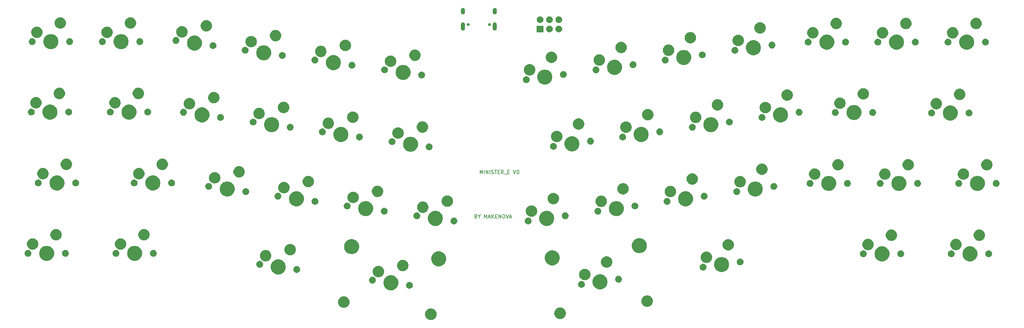
<source format=gbr>
G04 #@! TF.GenerationSoftware,KiCad,Pcbnew,(5.1.4-0-10_14)*
G04 #@! TF.CreationDate,2020-05-03T16:56:18-05:00*
G04 #@! TF.ProjectId,minister,6d696e69-7374-4657-922e-6b696361645f,rev?*
G04 #@! TF.SameCoordinates,Original*
G04 #@! TF.FileFunction,Soldermask,Top*
G04 #@! TF.FilePolarity,Negative*
%FSLAX46Y46*%
G04 Gerber Fmt 4.6, Leading zero omitted, Abs format (unit mm)*
G04 Created by KiCad (PCBNEW (5.1.4-0-10_14)) date 2020-05-03 16:56:18*
%MOMM*%
%LPD*%
G04 APERTURE LIST*
%ADD10C,0.150000*%
%ADD11C,0.100000*%
G04 APERTURE END LIST*
D10*
X139041761Y-124134571D02*
X139184619Y-124182190D01*
X139232238Y-124229809D01*
X139279857Y-124325047D01*
X139279857Y-124467904D01*
X139232238Y-124563142D01*
X139184619Y-124610761D01*
X139089380Y-124658380D01*
X138708428Y-124658380D01*
X138708428Y-123658380D01*
X139041761Y-123658380D01*
X139137000Y-123706000D01*
X139184619Y-123753619D01*
X139232238Y-123848857D01*
X139232238Y-123944095D01*
X139184619Y-124039333D01*
X139137000Y-124086952D01*
X139041761Y-124134571D01*
X138708428Y-124134571D01*
X139898904Y-124182190D02*
X139898904Y-124658380D01*
X139565571Y-123658380D02*
X139898904Y-124182190D01*
X140232238Y-123658380D01*
X141327476Y-124658380D02*
X141327476Y-123658380D01*
X141660809Y-124372666D01*
X141994142Y-123658380D01*
X141994142Y-124658380D01*
X142422714Y-124372666D02*
X142898904Y-124372666D01*
X142327476Y-124658380D02*
X142660809Y-123658380D01*
X142994142Y-124658380D01*
X143327476Y-124658380D02*
X143327476Y-123658380D01*
X143898904Y-124658380D02*
X143470333Y-124086952D01*
X143898904Y-123658380D02*
X143327476Y-124229809D01*
X144327476Y-124134571D02*
X144660809Y-124134571D01*
X144803666Y-124658380D02*
X144327476Y-124658380D01*
X144327476Y-123658380D01*
X144803666Y-123658380D01*
X145232238Y-124658380D02*
X145232238Y-123658380D01*
X145803666Y-124658380D01*
X145803666Y-123658380D01*
X146470333Y-123658380D02*
X146660809Y-123658380D01*
X146756047Y-123706000D01*
X146851285Y-123801238D01*
X146898904Y-123991714D01*
X146898904Y-124325047D01*
X146851285Y-124515523D01*
X146756047Y-124610761D01*
X146660809Y-124658380D01*
X146470333Y-124658380D01*
X146375095Y-124610761D01*
X146279857Y-124515523D01*
X146232238Y-124325047D01*
X146232238Y-123991714D01*
X146279857Y-123801238D01*
X146375095Y-123706000D01*
X146470333Y-123658380D01*
X147184619Y-123658380D02*
X147517952Y-124658380D01*
X147851285Y-123658380D01*
X148137000Y-124372666D02*
X148613190Y-124372666D01*
X148041761Y-124658380D02*
X148375095Y-123658380D01*
X148708428Y-124658380D01*
X140153095Y-112593380D02*
X140153095Y-111593380D01*
X140486428Y-112307666D01*
X140819761Y-111593380D01*
X140819761Y-112593380D01*
X141295952Y-112593380D02*
X141295952Y-111593380D01*
X141772142Y-112593380D02*
X141772142Y-111593380D01*
X142343571Y-112593380D01*
X142343571Y-111593380D01*
X142819761Y-112593380D02*
X142819761Y-111593380D01*
X143248333Y-112545761D02*
X143391190Y-112593380D01*
X143629285Y-112593380D01*
X143724523Y-112545761D01*
X143772142Y-112498142D01*
X143819761Y-112402904D01*
X143819761Y-112307666D01*
X143772142Y-112212428D01*
X143724523Y-112164809D01*
X143629285Y-112117190D01*
X143438809Y-112069571D01*
X143343571Y-112021952D01*
X143295952Y-111974333D01*
X143248333Y-111879095D01*
X143248333Y-111783857D01*
X143295952Y-111688619D01*
X143343571Y-111641000D01*
X143438809Y-111593380D01*
X143676904Y-111593380D01*
X143819761Y-111641000D01*
X144105476Y-111593380D02*
X144676904Y-111593380D01*
X144391190Y-112593380D02*
X144391190Y-111593380D01*
X145010238Y-112069571D02*
X145343571Y-112069571D01*
X145486428Y-112593380D02*
X145010238Y-112593380D01*
X145010238Y-111593380D01*
X145486428Y-111593380D01*
X146486428Y-112593380D02*
X146153095Y-112117190D01*
X145915000Y-112593380D02*
X145915000Y-111593380D01*
X146295952Y-111593380D01*
X146391190Y-111641000D01*
X146438809Y-111688619D01*
X146486428Y-111783857D01*
X146486428Y-111926714D01*
X146438809Y-112021952D01*
X146391190Y-112069571D01*
X146295952Y-112117190D01*
X145915000Y-112117190D01*
X146676904Y-112688619D02*
X147438809Y-112688619D01*
X147676904Y-112069571D02*
X148010238Y-112069571D01*
X148153095Y-112593380D02*
X147676904Y-112593380D01*
X147676904Y-111593380D01*
X148153095Y-111593380D01*
X149200714Y-111593380D02*
X149534047Y-112593380D01*
X149867380Y-111593380D01*
X150391190Y-111593380D02*
X150486428Y-111593380D01*
X150581666Y-111641000D01*
X150629285Y-111688619D01*
X150676904Y-111783857D01*
X150724523Y-111974333D01*
X150724523Y-112212428D01*
X150676904Y-112402904D01*
X150629285Y-112498142D01*
X150581666Y-112545761D01*
X150486428Y-112593380D01*
X150391190Y-112593380D01*
X150295952Y-112545761D01*
X150248333Y-112498142D01*
X150200714Y-112402904D01*
X150153095Y-112212428D01*
X150153095Y-111974333D01*
X150200714Y-111783857D01*
X150248333Y-111688619D01*
X150295952Y-111641000D01*
X150391190Y-111593380D01*
D11*
G36*
X127260107Y-149303997D02*
G01*
X127349652Y-149341088D01*
X127546737Y-149422723D01*
X127546738Y-149422724D01*
X127804700Y-149595088D01*
X128024079Y-149814467D01*
X128139249Y-149986832D01*
X128196444Y-150072430D01*
X128209960Y-150105061D01*
X128315170Y-150359060D01*
X128345433Y-150511204D01*
X128375696Y-150663346D01*
X128375696Y-150973596D01*
X128315170Y-151277882D01*
X128265992Y-151396608D01*
X128196444Y-151564512D01*
X128193796Y-151568475D01*
X128024079Y-151822475D01*
X127804700Y-152041854D01*
X127658605Y-152139471D01*
X127546737Y-152214219D01*
X127378833Y-152283767D01*
X127260107Y-152332945D01*
X126955821Y-152393471D01*
X126645571Y-152393471D01*
X126341285Y-152332945D01*
X126222559Y-152283767D01*
X126054655Y-152214219D01*
X125942787Y-152139471D01*
X125796692Y-152041854D01*
X125577313Y-151822475D01*
X125407596Y-151568475D01*
X125404948Y-151564512D01*
X125335400Y-151396608D01*
X125286222Y-151277882D01*
X125225696Y-150973596D01*
X125225696Y-150663346D01*
X125286222Y-150359060D01*
X125391432Y-150105061D01*
X125404948Y-150072430D01*
X125462143Y-149986832D01*
X125577313Y-149814467D01*
X125796692Y-149595088D01*
X126054654Y-149422724D01*
X126054655Y-149422723D01*
X126251740Y-149341088D01*
X126341285Y-149303997D01*
X126645571Y-149243471D01*
X126955821Y-149243471D01*
X127260107Y-149303997D01*
X127260107Y-149303997D01*
G37*
G36*
X162177571Y-149019734D02*
G01*
X162329715Y-149049997D01*
X162448441Y-149099175D01*
X162616345Y-149168723D01*
X162616346Y-149168724D01*
X162874308Y-149341088D01*
X163093687Y-149560467D01*
X163208857Y-149732832D01*
X163266052Y-149818430D01*
X163335600Y-149986334D01*
X163371262Y-150072429D01*
X163384778Y-150105061D01*
X163435302Y-150359060D01*
X163445304Y-150409347D01*
X163445304Y-150719595D01*
X163394781Y-150973595D01*
X163384778Y-151023881D01*
X163266052Y-151310512D01*
X163266051Y-151310513D01*
X163093687Y-151568475D01*
X162874308Y-151787854D01*
X162701943Y-151903024D01*
X162616345Y-151960219D01*
X162448441Y-152029767D01*
X162329715Y-152078945D01*
X162177571Y-152109208D01*
X162025429Y-152139471D01*
X161715179Y-152139471D01*
X161563037Y-152109208D01*
X161410893Y-152078945D01*
X161292167Y-152029767D01*
X161124263Y-151960219D01*
X161038665Y-151903024D01*
X160866300Y-151787854D01*
X160646921Y-151568475D01*
X160474557Y-151310513D01*
X160474556Y-151310512D01*
X160355830Y-151023881D01*
X160345828Y-150973595D01*
X160295304Y-150719595D01*
X160295304Y-150409347D01*
X160305307Y-150359060D01*
X160355830Y-150105061D01*
X160369347Y-150072429D01*
X160405008Y-149986334D01*
X160474556Y-149818430D01*
X160531751Y-149732832D01*
X160646921Y-149560467D01*
X160866300Y-149341088D01*
X161124262Y-149168724D01*
X161124263Y-149168723D01*
X161292167Y-149099175D01*
X161410893Y-149049997D01*
X161563037Y-149019734D01*
X161715179Y-148989471D01*
X162025429Y-148989471D01*
X162177571Y-149019734D01*
X162177571Y-149019734D01*
G37*
G36*
X103464323Y-145950837D02*
G01*
X103616467Y-145981100D01*
X103706012Y-146018191D01*
X103903097Y-146099826D01*
X103903098Y-146099827D01*
X104161060Y-146272191D01*
X104380439Y-146491570D01*
X104495609Y-146663935D01*
X104552804Y-146749533D01*
X104566320Y-146782164D01*
X104671530Y-147036163D01*
X104732056Y-147340449D01*
X104732056Y-147650699D01*
X104701793Y-147802841D01*
X104671530Y-147954985D01*
X104622352Y-148073711D01*
X104552804Y-148241615D01*
X104550156Y-148245578D01*
X104380439Y-148499578D01*
X104161060Y-148718957D01*
X104014965Y-148816574D01*
X103903097Y-148891322D01*
X103735193Y-148960870D01*
X103616467Y-149010048D01*
X103312181Y-149070574D01*
X103001931Y-149070574D01*
X102697645Y-149010048D01*
X102578919Y-148960870D01*
X102411015Y-148891322D01*
X102299147Y-148816574D01*
X102153052Y-148718957D01*
X101933673Y-148499578D01*
X101763956Y-148245578D01*
X101761308Y-148241615D01*
X101691760Y-148073711D01*
X101642582Y-147954985D01*
X101612319Y-147802841D01*
X101582056Y-147650699D01*
X101582056Y-147340449D01*
X101642582Y-147036163D01*
X101747792Y-146782164D01*
X101761308Y-146749533D01*
X101818503Y-146663935D01*
X101933673Y-146491570D01*
X102153052Y-146272191D01*
X102411014Y-146099827D01*
X102411015Y-146099826D01*
X102608100Y-146018191D01*
X102697645Y-145981100D01*
X102849789Y-145950837D01*
X103001931Y-145920574D01*
X103312181Y-145920574D01*
X103464323Y-145950837D01*
X103464323Y-145950837D01*
G37*
G36*
X185973355Y-145727100D02*
G01*
X186092081Y-145776278D01*
X186259985Y-145845826D01*
X186259986Y-145845827D01*
X186517948Y-146018191D01*
X186737327Y-146237570D01*
X186852497Y-146409935D01*
X186909692Y-146495533D01*
X186979240Y-146663437D01*
X187014902Y-146749532D01*
X187028418Y-146782164D01*
X187078942Y-147036163D01*
X187088944Y-147086450D01*
X187088944Y-147396698D01*
X187038421Y-147650698D01*
X187028418Y-147700984D01*
X186909692Y-147987615D01*
X186909691Y-147987616D01*
X186737327Y-148245578D01*
X186517948Y-148464957D01*
X186345583Y-148580127D01*
X186259985Y-148637322D01*
X186092081Y-148706870D01*
X185973355Y-148756048D01*
X185669069Y-148816574D01*
X185358819Y-148816574D01*
X185054533Y-148756048D01*
X184935807Y-148706870D01*
X184767903Y-148637322D01*
X184682305Y-148580127D01*
X184509940Y-148464957D01*
X184290561Y-148245578D01*
X184118197Y-147987616D01*
X184118196Y-147987615D01*
X183999470Y-147700984D01*
X183989468Y-147650698D01*
X183938944Y-147396698D01*
X183938944Y-147086450D01*
X183948947Y-147036163D01*
X183999470Y-146782164D01*
X184012987Y-146749532D01*
X184048648Y-146663437D01*
X184118196Y-146495533D01*
X184175391Y-146409935D01*
X184290561Y-146237570D01*
X184509940Y-146018191D01*
X184767902Y-145845827D01*
X184767903Y-145845826D01*
X184935807Y-145776278D01*
X185054533Y-145727100D01*
X185358819Y-145666574D01*
X185669069Y-145666574D01*
X185973355Y-145727100D01*
X185973355Y-145727100D01*
G37*
G36*
X116547474Y-140273684D02*
G01*
X116738962Y-140353001D01*
X116919623Y-140427833D01*
X117254548Y-140651623D01*
X117539377Y-140936452D01*
X117763167Y-141271377D01*
X117763167Y-141271378D01*
X117917316Y-141643526D01*
X117995900Y-142038594D01*
X117995900Y-142441406D01*
X117917316Y-142836474D01*
X117868377Y-142954622D01*
X117763167Y-143208623D01*
X117539377Y-143543548D01*
X117254548Y-143828377D01*
X116919623Y-144052167D01*
X116765474Y-144116017D01*
X116547474Y-144206316D01*
X116152406Y-144284900D01*
X115749594Y-144284900D01*
X115354526Y-144206316D01*
X115136526Y-144116017D01*
X114982377Y-144052167D01*
X114647452Y-143828377D01*
X114362623Y-143543548D01*
X114138833Y-143208623D01*
X114033623Y-142954622D01*
X113984684Y-142836474D01*
X113906100Y-142441406D01*
X113906100Y-142038594D01*
X113984684Y-141643526D01*
X114138833Y-141271378D01*
X114138833Y-141271377D01*
X114362623Y-140936452D01*
X114647452Y-140651623D01*
X114982377Y-140427833D01*
X115163038Y-140353001D01*
X115354526Y-140273684D01*
X115749594Y-140195100D01*
X116152406Y-140195100D01*
X116547474Y-140273684D01*
X116547474Y-140273684D01*
G37*
G36*
X173316474Y-140019684D02*
G01*
X173534474Y-140109983D01*
X173688623Y-140173833D01*
X174023548Y-140397623D01*
X174308377Y-140682452D01*
X174532167Y-141017377D01*
X174532167Y-141017378D01*
X174686316Y-141389526D01*
X174764900Y-141784594D01*
X174764900Y-142187406D01*
X174686316Y-142582474D01*
X174647205Y-142676895D01*
X174532167Y-142954623D01*
X174308377Y-143289548D01*
X174023548Y-143574377D01*
X173688623Y-143798167D01*
X173615689Y-143828377D01*
X173316474Y-143952316D01*
X172921406Y-144030900D01*
X172518594Y-144030900D01*
X172123526Y-143952316D01*
X171824311Y-143828377D01*
X171751377Y-143798167D01*
X171416452Y-143574377D01*
X171131623Y-143289548D01*
X170907833Y-142954623D01*
X170792795Y-142676895D01*
X170753684Y-142582474D01*
X170675100Y-142187406D01*
X170675100Y-141784594D01*
X170753684Y-141389526D01*
X170907833Y-141017378D01*
X170907833Y-141017377D01*
X171131623Y-140682452D01*
X171416452Y-140397623D01*
X171751377Y-140173833D01*
X171905526Y-140109983D01*
X172123526Y-140019684D01*
X172518594Y-139941100D01*
X172921406Y-139941100D01*
X173316474Y-140019684D01*
X173316474Y-140019684D01*
G37*
G36*
X121251666Y-142056584D02*
G01*
X121420188Y-142126388D01*
X121571853Y-142227727D01*
X121700834Y-142356708D01*
X121802173Y-142508373D01*
X121871977Y-142676895D01*
X121907562Y-142855796D01*
X121907562Y-143038202D01*
X121871977Y-143217103D01*
X121802173Y-143385625D01*
X121700834Y-143537290D01*
X121571853Y-143666271D01*
X121420188Y-143767610D01*
X121251666Y-143837414D01*
X121072765Y-143872999D01*
X120890359Y-143872999D01*
X120711458Y-143837414D01*
X120542936Y-143767610D01*
X120391271Y-143666271D01*
X120262290Y-143537290D01*
X120160951Y-143385625D01*
X120091147Y-143217103D01*
X120055562Y-143038202D01*
X120055562Y-142855796D01*
X120091147Y-142676895D01*
X120160951Y-142508373D01*
X120262290Y-142356708D01*
X120391271Y-142227727D01*
X120542936Y-142126388D01*
X120711458Y-142056584D01*
X120890359Y-142020999D01*
X121072765Y-142020999D01*
X121251666Y-142056584D01*
X121251666Y-142056584D01*
G37*
G36*
X167959542Y-141802584D02*
G01*
X168128064Y-141872388D01*
X168279729Y-141973727D01*
X168408710Y-142102708D01*
X168510049Y-142254373D01*
X168579853Y-142422895D01*
X168615438Y-142601796D01*
X168615438Y-142784202D01*
X168579853Y-142963103D01*
X168510049Y-143131625D01*
X168408710Y-143283290D01*
X168279729Y-143412271D01*
X168128064Y-143513610D01*
X167959542Y-143583414D01*
X167780641Y-143618999D01*
X167598235Y-143618999D01*
X167419334Y-143583414D01*
X167250812Y-143513610D01*
X167099147Y-143412271D01*
X166970166Y-143283290D01*
X166868827Y-143131625D01*
X166799023Y-142963103D01*
X166763438Y-142784202D01*
X166763438Y-142601796D01*
X166799023Y-142422895D01*
X166868827Y-142254373D01*
X166970166Y-142102708D01*
X167099147Y-141973727D01*
X167250812Y-141872388D01*
X167419334Y-141802584D01*
X167598235Y-141766999D01*
X167780641Y-141766999D01*
X167959542Y-141802584D01*
X167959542Y-141802584D01*
G37*
G36*
X111190542Y-140642586D02*
G01*
X111359064Y-140712390D01*
X111510729Y-140813729D01*
X111639710Y-140942710D01*
X111741049Y-141094375D01*
X111810853Y-141262897D01*
X111846438Y-141441798D01*
X111846438Y-141624204D01*
X111810853Y-141803105D01*
X111741049Y-141971627D01*
X111639710Y-142123292D01*
X111510729Y-142252273D01*
X111359064Y-142353612D01*
X111190542Y-142423416D01*
X111011641Y-142459001D01*
X110829235Y-142459001D01*
X110650334Y-142423416D01*
X110481812Y-142353612D01*
X110330147Y-142252273D01*
X110201166Y-142123292D01*
X110099827Y-141971627D01*
X110030023Y-141803105D01*
X109994438Y-141624204D01*
X109994438Y-141441798D01*
X110030023Y-141262897D01*
X110099827Y-141094375D01*
X110201166Y-140942710D01*
X110330147Y-140813729D01*
X110481812Y-140712390D01*
X110650334Y-140642586D01*
X110829235Y-140607001D01*
X111011641Y-140607001D01*
X111190542Y-140642586D01*
X111190542Y-140642586D01*
G37*
G36*
X178020666Y-140388586D02*
G01*
X178189188Y-140458390D01*
X178340853Y-140559729D01*
X178469834Y-140688710D01*
X178571173Y-140840375D01*
X178640977Y-141008897D01*
X178676562Y-141187798D01*
X178676562Y-141370204D01*
X178640977Y-141549105D01*
X178571173Y-141717627D01*
X178469834Y-141869292D01*
X178340853Y-141998273D01*
X178189188Y-142099612D01*
X178020666Y-142169416D01*
X177841765Y-142205001D01*
X177659359Y-142205001D01*
X177480458Y-142169416D01*
X177311936Y-142099612D01*
X177160271Y-141998273D01*
X177031290Y-141869292D01*
X176929951Y-141717627D01*
X176860147Y-141549105D01*
X176824562Y-141370204D01*
X176824562Y-141187798D01*
X176860147Y-141008897D01*
X176929951Y-140840375D01*
X177031290Y-140688710D01*
X177160271Y-140559729D01*
X177311936Y-140458390D01*
X177480458Y-140388586D01*
X177659359Y-140353001D01*
X177841765Y-140353001D01*
X178020666Y-140388586D01*
X178020666Y-140388586D01*
G37*
G36*
X168795743Y-138459796D02*
G01*
X169045989Y-138509573D01*
X169328253Y-138626490D01*
X169582284Y-138796228D01*
X169798320Y-139012264D01*
X169968058Y-139266295D01*
X170084975Y-139548559D01*
X170144579Y-139848209D01*
X170144579Y-140153729D01*
X170084975Y-140453379D01*
X169968058Y-140735643D01*
X169798320Y-140989674D01*
X169582284Y-141205710D01*
X169328253Y-141375448D01*
X169045989Y-141492365D01*
X168896164Y-141522167D01*
X168746340Y-141551969D01*
X168440818Y-141551969D01*
X168290994Y-141522167D01*
X168141169Y-141492365D01*
X167858905Y-141375448D01*
X167604874Y-141205710D01*
X167388838Y-140989674D01*
X167219100Y-140735643D01*
X167102183Y-140453379D01*
X167042579Y-140153729D01*
X167042579Y-139848209D01*
X167102183Y-139548559D01*
X167219100Y-139266295D01*
X167388838Y-139012264D01*
X167604874Y-138796228D01*
X167858905Y-138626490D01*
X168141169Y-138509573D01*
X168391415Y-138459796D01*
X168440818Y-138449969D01*
X168746340Y-138449969D01*
X168795743Y-138459796D01*
X168795743Y-138459796D01*
G37*
G36*
X112735396Y-137653626D02*
G01*
X112983988Y-137703074D01*
X113266252Y-137819991D01*
X113520283Y-137989729D01*
X113736319Y-138205765D01*
X113906057Y-138459796D01*
X114022974Y-138742060D01*
X114082578Y-139041710D01*
X114082578Y-139347230D01*
X114022974Y-139646880D01*
X113906057Y-139929144D01*
X113736319Y-140183175D01*
X113520283Y-140399211D01*
X113266252Y-140568949D01*
X112983988Y-140685866D01*
X112850643Y-140712390D01*
X112684339Y-140745470D01*
X112378817Y-140745470D01*
X112212513Y-140712390D01*
X112079168Y-140685866D01*
X111796904Y-140568949D01*
X111542873Y-140399211D01*
X111326837Y-140183175D01*
X111157099Y-139929144D01*
X111040182Y-139646880D01*
X110980578Y-139347230D01*
X110980578Y-139041710D01*
X111040182Y-138742060D01*
X111157099Y-138459796D01*
X111326837Y-138205765D01*
X111542873Y-137989729D01*
X111796904Y-137819991D01*
X112079168Y-137703074D01*
X112327760Y-137653626D01*
X112378817Y-137643470D01*
X112684339Y-137643470D01*
X112735396Y-137653626D01*
X112735396Y-137653626D01*
G37*
G36*
X85940474Y-135955684D02*
G01*
X86135921Y-136036641D01*
X86312623Y-136109833D01*
X86647548Y-136333623D01*
X86932377Y-136618452D01*
X87156167Y-136953377D01*
X87156167Y-136953378D01*
X87310316Y-137325526D01*
X87388900Y-137720594D01*
X87388900Y-138123406D01*
X87310316Y-138518474D01*
X87283054Y-138584289D01*
X87156167Y-138890623D01*
X86932377Y-139225548D01*
X86647548Y-139510377D01*
X86312623Y-139734167D01*
X86158474Y-139798017D01*
X85940474Y-139888316D01*
X85545406Y-139966900D01*
X85142594Y-139966900D01*
X84747526Y-139888316D01*
X84529526Y-139798017D01*
X84375377Y-139734167D01*
X84040452Y-139510377D01*
X83755623Y-139225548D01*
X83531833Y-138890623D01*
X83404946Y-138584289D01*
X83377684Y-138518474D01*
X83299100Y-138123406D01*
X83299100Y-137720594D01*
X83377684Y-137325526D01*
X83531833Y-136953378D01*
X83531833Y-136953377D01*
X83755623Y-136618452D01*
X84040452Y-136333623D01*
X84375377Y-136109833D01*
X84552079Y-136036641D01*
X84747526Y-135955684D01*
X85142594Y-135877100D01*
X85545406Y-135877100D01*
X85940474Y-135955684D01*
X85940474Y-135955684D01*
G37*
G36*
X90644666Y-137738584D02*
G01*
X90813188Y-137808388D01*
X90964853Y-137909727D01*
X91093834Y-138038708D01*
X91195173Y-138190373D01*
X91264977Y-138358895D01*
X91300562Y-138537796D01*
X91300562Y-138720202D01*
X91264977Y-138899103D01*
X91195173Y-139067625D01*
X91093834Y-139219290D01*
X90964853Y-139348271D01*
X90813188Y-139449610D01*
X90644666Y-139519414D01*
X90465765Y-139554999D01*
X90283359Y-139554999D01*
X90104458Y-139519414D01*
X89935936Y-139449610D01*
X89784271Y-139348271D01*
X89655290Y-139219290D01*
X89553951Y-139067625D01*
X89484147Y-138899103D01*
X89448562Y-138720202D01*
X89448562Y-138537796D01*
X89484147Y-138358895D01*
X89553951Y-138190373D01*
X89655290Y-138038708D01*
X89784271Y-137909727D01*
X89935936Y-137808388D01*
X90104458Y-137738584D01*
X90283359Y-137702999D01*
X90465765Y-137702999D01*
X90644666Y-137738584D01*
X90644666Y-137738584D01*
G37*
G36*
X206336474Y-135320684D02*
G01*
X206521195Y-135397198D01*
X206708623Y-135474833D01*
X207043548Y-135698623D01*
X207328377Y-135983452D01*
X207552167Y-136318377D01*
X207603128Y-136441408D01*
X207706316Y-136690526D01*
X207784900Y-137085594D01*
X207784900Y-137488406D01*
X207706316Y-137883474D01*
X207662303Y-137989730D01*
X207552167Y-138255623D01*
X207328377Y-138590548D01*
X207043548Y-138875377D01*
X206708623Y-139099167D01*
X206672962Y-139113938D01*
X206336474Y-139253316D01*
X205941406Y-139331900D01*
X205538594Y-139331900D01*
X205143526Y-139253316D01*
X204807038Y-139113938D01*
X204771377Y-139099167D01*
X204436452Y-138875377D01*
X204151623Y-138590548D01*
X203927833Y-138255623D01*
X203817697Y-137989730D01*
X203773684Y-137883474D01*
X203695100Y-137488406D01*
X203695100Y-137085594D01*
X203773684Y-136690526D01*
X203876872Y-136441408D01*
X203927833Y-136318377D01*
X204151623Y-135983452D01*
X204436452Y-135698623D01*
X204771377Y-135474833D01*
X204958805Y-135397198D01*
X205143526Y-135320684D01*
X205538594Y-135242100D01*
X205941406Y-135242100D01*
X206336474Y-135320684D01*
X206336474Y-135320684D01*
G37*
G36*
X119450231Y-136036641D02*
G01*
X119625690Y-136071542D01*
X119907954Y-136188459D01*
X120161985Y-136358197D01*
X120378021Y-136574233D01*
X120547759Y-136828264D01*
X120664676Y-137110528D01*
X120694478Y-137260353D01*
X120724280Y-137410177D01*
X120724280Y-137715699D01*
X120713143Y-137771686D01*
X120664676Y-138015348D01*
X120547759Y-138297612D01*
X120378021Y-138551643D01*
X120161985Y-138767679D01*
X119907954Y-138937417D01*
X119625690Y-139054334D01*
X119475865Y-139084136D01*
X119326041Y-139113938D01*
X119020519Y-139113938D01*
X118870695Y-139084136D01*
X118720870Y-139054334D01*
X118438606Y-138937417D01*
X118184575Y-138767679D01*
X117968539Y-138551643D01*
X117798801Y-138297612D01*
X117681884Y-138015348D01*
X117633417Y-137771686D01*
X117622280Y-137715699D01*
X117622280Y-137410177D01*
X117652082Y-137260353D01*
X117681884Y-137110528D01*
X117798801Y-136828264D01*
X117968539Y-136574233D01*
X118184575Y-136358197D01*
X118438606Y-136188459D01*
X118720870Y-136071542D01*
X118896329Y-136036641D01*
X119020519Y-136011938D01*
X119326041Y-136011938D01*
X119450231Y-136036641D01*
X119450231Y-136036641D01*
G37*
G36*
X200979542Y-137103584D02*
G01*
X201148064Y-137173388D01*
X201299729Y-137274727D01*
X201428710Y-137403708D01*
X201530049Y-137555373D01*
X201599853Y-137723895D01*
X201635438Y-137902796D01*
X201635438Y-138085202D01*
X201599853Y-138264103D01*
X201530049Y-138432625D01*
X201428710Y-138584290D01*
X201299729Y-138713271D01*
X201148064Y-138814610D01*
X200979542Y-138884414D01*
X200800641Y-138919999D01*
X200618235Y-138919999D01*
X200439334Y-138884414D01*
X200270812Y-138814610D01*
X200119147Y-138713271D01*
X199990166Y-138584290D01*
X199888827Y-138432625D01*
X199819023Y-138264103D01*
X199783438Y-138085202D01*
X199783438Y-137902796D01*
X199819023Y-137723895D01*
X199888827Y-137555373D01*
X199990166Y-137403708D01*
X200119147Y-137274727D01*
X200270812Y-137173388D01*
X200439334Y-137103584D01*
X200618235Y-137067999D01*
X200800641Y-137067999D01*
X200979542Y-137103584D01*
X200979542Y-137103584D01*
G37*
G36*
X174830867Y-135080741D02*
G01*
X174980692Y-135110543D01*
X175262956Y-135227460D01*
X175516987Y-135397198D01*
X175733023Y-135613234D01*
X175902761Y-135867265D01*
X176019678Y-136149529D01*
X176030775Y-136205316D01*
X176079282Y-136449178D01*
X176079282Y-136754700D01*
X176074970Y-136776376D01*
X176019678Y-137054349D01*
X175902761Y-137336613D01*
X175733023Y-137590644D01*
X175516987Y-137806680D01*
X175262956Y-137976418D01*
X174980692Y-138093335D01*
X174830867Y-138123137D01*
X174681043Y-138152939D01*
X174375521Y-138152939D01*
X174225697Y-138123137D01*
X174075872Y-138093335D01*
X173793608Y-137976418D01*
X173539577Y-137806680D01*
X173323541Y-137590644D01*
X173153803Y-137336613D01*
X173036886Y-137054349D01*
X172981594Y-136776376D01*
X172977282Y-136754700D01*
X172977282Y-136449178D01*
X173025789Y-136205316D01*
X173036886Y-136149529D01*
X173153803Y-135867265D01*
X173323541Y-135613234D01*
X173539577Y-135397198D01*
X173793608Y-135227460D01*
X174075872Y-135110543D01*
X174225697Y-135080741D01*
X174375521Y-135050939D01*
X174681043Y-135050939D01*
X174830867Y-135080741D01*
X174830867Y-135080741D01*
G37*
G36*
X80583542Y-136324586D02*
G01*
X80752064Y-136394390D01*
X80903729Y-136495729D01*
X81032710Y-136624710D01*
X81134049Y-136776375D01*
X81203853Y-136944897D01*
X81239438Y-137123798D01*
X81239438Y-137306204D01*
X81203853Y-137485105D01*
X81134049Y-137653627D01*
X81032710Y-137805292D01*
X80903729Y-137934273D01*
X80752064Y-138035612D01*
X80583542Y-138105416D01*
X80404641Y-138141001D01*
X80222235Y-138141001D01*
X80043334Y-138105416D01*
X79874812Y-138035612D01*
X79723147Y-137934273D01*
X79594166Y-137805292D01*
X79492827Y-137653627D01*
X79423023Y-137485105D01*
X79387438Y-137306204D01*
X79387438Y-137123798D01*
X79423023Y-136944897D01*
X79492827Y-136776375D01*
X79594166Y-136624710D01*
X79723147Y-136495729D01*
X79874812Y-136394390D01*
X80043334Y-136324586D01*
X80222235Y-136289001D01*
X80404641Y-136289001D01*
X80583542Y-136324586D01*
X80583542Y-136324586D01*
G37*
G36*
X129518168Y-133760470D02*
G01*
X129639127Y-133810573D01*
X129890317Y-133914619D01*
X130225242Y-134138409D01*
X130510071Y-134423238D01*
X130733861Y-134758163D01*
X130771718Y-134849559D01*
X130888010Y-135130312D01*
X130966594Y-135525380D01*
X130966594Y-135928192D01*
X130888010Y-136323260D01*
X130819442Y-136488798D01*
X130733861Y-136695409D01*
X130510071Y-137030334D01*
X130225242Y-137315163D01*
X129890317Y-137538953D01*
X129765526Y-137590643D01*
X129518168Y-137693102D01*
X129123100Y-137771686D01*
X128720288Y-137771686D01*
X128325220Y-137693102D01*
X128077862Y-137590643D01*
X127953071Y-137538953D01*
X127618146Y-137315163D01*
X127333317Y-137030334D01*
X127109527Y-136695409D01*
X127023946Y-136488798D01*
X126955378Y-136323260D01*
X126876794Y-135928192D01*
X126876794Y-135525380D01*
X126955378Y-135130312D01*
X127071670Y-134849559D01*
X127109527Y-134758163D01*
X127333317Y-134423238D01*
X127618146Y-134138409D01*
X127953071Y-133914619D01*
X128204261Y-133810573D01*
X128325220Y-133760470D01*
X128720288Y-133681886D01*
X129123100Y-133681886D01*
X129518168Y-133760470D01*
X129518168Y-133760470D01*
G37*
G36*
X160345780Y-133506470D02*
G01*
X160563780Y-133596769D01*
X160717929Y-133660619D01*
X161052854Y-133884409D01*
X161337683Y-134169238D01*
X161561473Y-134504163D01*
X161616124Y-134636103D01*
X161715622Y-134876312D01*
X161794206Y-135271380D01*
X161794206Y-135674192D01*
X161715622Y-136069260D01*
X161640364Y-136250949D01*
X161561473Y-136441409D01*
X161337683Y-136776334D01*
X161052854Y-137061163D01*
X160717929Y-137284953D01*
X160593215Y-137336611D01*
X160345780Y-137439102D01*
X159950712Y-137517686D01*
X159547900Y-137517686D01*
X159152832Y-137439102D01*
X158905397Y-137336611D01*
X158780683Y-137284953D01*
X158445758Y-137061163D01*
X158160929Y-136776334D01*
X157937139Y-136441409D01*
X157858248Y-136250949D01*
X157782990Y-136069260D01*
X157704406Y-135674192D01*
X157704406Y-135271380D01*
X157782990Y-134876312D01*
X157882488Y-134636103D01*
X157937139Y-134504163D01*
X158160929Y-134169238D01*
X158445758Y-133884409D01*
X158780683Y-133660619D01*
X158934832Y-133596769D01*
X159152832Y-133506470D01*
X159547900Y-133427886D01*
X159950712Y-133427886D01*
X160345780Y-133506470D01*
X160345780Y-133506470D01*
G37*
G36*
X211040666Y-135689586D02*
G01*
X211209188Y-135759390D01*
X211360853Y-135860729D01*
X211489834Y-135989710D01*
X211591173Y-136141375D01*
X211660977Y-136309897D01*
X211696562Y-136488798D01*
X211696562Y-136671204D01*
X211660977Y-136850105D01*
X211591173Y-137018627D01*
X211489834Y-137170292D01*
X211360853Y-137299273D01*
X211209188Y-137400612D01*
X211040666Y-137470416D01*
X210861765Y-137506001D01*
X210679359Y-137506001D01*
X210500458Y-137470416D01*
X210331936Y-137400612D01*
X210180271Y-137299273D01*
X210051290Y-137170292D01*
X209949951Y-137018627D01*
X209880147Y-136850105D01*
X209844562Y-136671204D01*
X209844562Y-136488798D01*
X209880147Y-136309897D01*
X209949951Y-136141375D01*
X210051290Y-135989710D01*
X210180271Y-135860729D01*
X210331936Y-135759390D01*
X210500458Y-135689586D01*
X210679359Y-135654001D01*
X210861765Y-135654001D01*
X211040666Y-135689586D01*
X211040666Y-135689586D01*
G37*
G36*
X201890716Y-133775709D02*
G01*
X202065989Y-133810573D01*
X202348253Y-133927490D01*
X202602284Y-134097228D01*
X202818320Y-134313264D01*
X202988058Y-134567295D01*
X203099141Y-134835475D01*
X203104975Y-134849560D01*
X203164579Y-135149208D01*
X203164579Y-135454730D01*
X203147111Y-135542547D01*
X203104975Y-135754379D01*
X202988058Y-136036643D01*
X202818320Y-136290674D01*
X202602284Y-136506710D01*
X202348253Y-136676448D01*
X202065989Y-136793365D01*
X201916164Y-136823167D01*
X201766340Y-136852969D01*
X201460818Y-136852969D01*
X201310994Y-136823167D01*
X201161169Y-136793365D01*
X200878905Y-136676448D01*
X200624874Y-136506710D01*
X200408838Y-136290674D01*
X200239100Y-136036643D01*
X200122183Y-135754379D01*
X200080047Y-135542547D01*
X200062579Y-135454730D01*
X200062579Y-135149208D01*
X200122183Y-134849560D01*
X200128017Y-134835475D01*
X200239100Y-134567295D01*
X200408838Y-134313264D01*
X200624874Y-134097228D01*
X200878905Y-133927490D01*
X201161169Y-133810573D01*
X201336442Y-133775709D01*
X201460818Y-133750969D01*
X201766340Y-133750969D01*
X201890716Y-133775709D01*
X201890716Y-133775709D01*
G37*
G36*
X82193545Y-133348585D02*
G01*
X82376988Y-133385074D01*
X82659252Y-133501991D01*
X82913283Y-133671729D01*
X83129319Y-133887765D01*
X83299057Y-134141796D01*
X83415974Y-134424060D01*
X83475578Y-134723710D01*
X83475578Y-135029230D01*
X83415974Y-135328880D01*
X83299057Y-135611144D01*
X83129319Y-135865175D01*
X82913283Y-136081211D01*
X82659252Y-136250949D01*
X82376988Y-136367866D01*
X82243643Y-136394390D01*
X82077339Y-136427470D01*
X81771817Y-136427470D01*
X81605513Y-136394390D01*
X81472168Y-136367866D01*
X81189904Y-136250949D01*
X80935873Y-136081211D01*
X80719837Y-135865175D01*
X80550099Y-135611144D01*
X80433182Y-135328880D01*
X80373578Y-135029230D01*
X80373578Y-134723710D01*
X80433182Y-134424060D01*
X80550099Y-134141796D01*
X80719837Y-133887765D01*
X80935873Y-133671729D01*
X81189904Y-133501991D01*
X81472168Y-133385074D01*
X81655611Y-133348585D01*
X81771817Y-133325470D01*
X82077339Y-133325470D01*
X82193545Y-133348585D01*
X82193545Y-133348585D01*
G37*
G36*
X249897474Y-132399684D02*
G01*
X250115474Y-132489983D01*
X250269623Y-132553833D01*
X250604548Y-132777623D01*
X250889377Y-133062452D01*
X251113167Y-133397377D01*
X251158355Y-133506471D01*
X251267316Y-133769526D01*
X251345900Y-134164594D01*
X251345900Y-134567406D01*
X251267316Y-134962474D01*
X251197795Y-135130312D01*
X251113167Y-135334623D01*
X250889377Y-135669548D01*
X250604548Y-135954377D01*
X250269623Y-136178167D01*
X250204079Y-136205316D01*
X249897474Y-136332316D01*
X249502406Y-136410900D01*
X249099594Y-136410900D01*
X248704526Y-136332316D01*
X248397921Y-136205316D01*
X248332377Y-136178167D01*
X247997452Y-135954377D01*
X247712623Y-135669548D01*
X247488833Y-135334623D01*
X247404205Y-135130312D01*
X247334684Y-134962474D01*
X247256100Y-134567406D01*
X247256100Y-134164594D01*
X247334684Y-133769526D01*
X247443645Y-133506471D01*
X247488833Y-133397377D01*
X247712623Y-133062452D01*
X247997452Y-132777623D01*
X248332377Y-132553833D01*
X248486526Y-132489983D01*
X248704526Y-132399684D01*
X249099594Y-132321100D01*
X249502406Y-132321100D01*
X249897474Y-132399684D01*
X249897474Y-132399684D01*
G37*
G36*
X273773474Y-132399684D02*
G01*
X273991474Y-132489983D01*
X274145623Y-132553833D01*
X274480548Y-132777623D01*
X274765377Y-133062452D01*
X274989167Y-133397377D01*
X275034355Y-133506471D01*
X275143316Y-133769526D01*
X275221900Y-134164594D01*
X275221900Y-134567406D01*
X275143316Y-134962474D01*
X275073795Y-135130312D01*
X274989167Y-135334623D01*
X274765377Y-135669548D01*
X274480548Y-135954377D01*
X274145623Y-136178167D01*
X274080079Y-136205316D01*
X273773474Y-136332316D01*
X273378406Y-136410900D01*
X272975594Y-136410900D01*
X272580526Y-136332316D01*
X272273921Y-136205316D01*
X272208377Y-136178167D01*
X271873452Y-135954377D01*
X271588623Y-135669548D01*
X271364833Y-135334623D01*
X271280205Y-135130312D01*
X271210684Y-134962474D01*
X271132100Y-134567406D01*
X271132100Y-134164594D01*
X271210684Y-133769526D01*
X271319645Y-133506471D01*
X271364833Y-133397377D01*
X271588623Y-133062452D01*
X271873452Y-132777623D01*
X272208377Y-132553833D01*
X272362526Y-132489983D01*
X272580526Y-132399684D01*
X272975594Y-132321100D01*
X273378406Y-132321100D01*
X273773474Y-132399684D01*
X273773474Y-132399684D01*
G37*
G36*
X23075474Y-132272684D02*
G01*
X23192360Y-132321100D01*
X23447623Y-132426833D01*
X23782548Y-132650623D01*
X24067377Y-132935452D01*
X24291167Y-133270377D01*
X24323562Y-133348586D01*
X24445316Y-133642526D01*
X24523900Y-134037594D01*
X24523900Y-134440406D01*
X24445316Y-134835474D01*
X24365059Y-135029231D01*
X24291167Y-135207623D01*
X24067377Y-135542548D01*
X23782548Y-135827377D01*
X23447623Y-136051167D01*
X23305990Y-136109833D01*
X23075474Y-136205316D01*
X22680406Y-136283900D01*
X22277594Y-136283900D01*
X21882526Y-136205316D01*
X21652010Y-136109833D01*
X21510377Y-136051167D01*
X21175452Y-135827377D01*
X20890623Y-135542548D01*
X20666833Y-135207623D01*
X20592941Y-135029231D01*
X20512684Y-134835474D01*
X20434100Y-134440406D01*
X20434100Y-134037594D01*
X20512684Y-133642526D01*
X20634438Y-133348586D01*
X20666833Y-133270377D01*
X20890623Y-132935452D01*
X21175452Y-132650623D01*
X21510377Y-132426833D01*
X21765640Y-132321100D01*
X21882526Y-132272684D01*
X22277594Y-132194100D01*
X22680406Y-132194100D01*
X23075474Y-132272684D01*
X23075474Y-132272684D01*
G37*
G36*
X46951474Y-132272684D02*
G01*
X47068360Y-132321100D01*
X47323623Y-132426833D01*
X47658548Y-132650623D01*
X47943377Y-132935452D01*
X48167167Y-133270377D01*
X48199562Y-133348586D01*
X48321316Y-133642526D01*
X48399900Y-134037594D01*
X48399900Y-134440406D01*
X48321316Y-134835474D01*
X48241059Y-135029231D01*
X48167167Y-135207623D01*
X47943377Y-135542548D01*
X47658548Y-135827377D01*
X47323623Y-136051167D01*
X47181990Y-136109833D01*
X46951474Y-136205316D01*
X46556406Y-136283900D01*
X46153594Y-136283900D01*
X45758526Y-136205316D01*
X45528010Y-136109833D01*
X45386377Y-136051167D01*
X45051452Y-135827377D01*
X44766623Y-135542548D01*
X44542833Y-135207623D01*
X44468941Y-135029231D01*
X44388684Y-134835474D01*
X44310100Y-134440406D01*
X44310100Y-134037594D01*
X44388684Y-133642526D01*
X44510438Y-133348586D01*
X44542833Y-133270377D01*
X44766623Y-132935452D01*
X45051452Y-132650623D01*
X45386377Y-132426833D01*
X45641640Y-132321100D01*
X45758526Y-132272684D01*
X46153594Y-132194100D01*
X46556406Y-132194100D01*
X46951474Y-132272684D01*
X46951474Y-132272684D01*
G37*
G36*
X268367104Y-133475585D02*
G01*
X268535626Y-133545389D01*
X268687291Y-133646728D01*
X268816272Y-133775709D01*
X268917611Y-133927374D01*
X268987415Y-134095896D01*
X269023000Y-134274797D01*
X269023000Y-134457203D01*
X268987415Y-134636104D01*
X268917611Y-134804626D01*
X268816272Y-134956291D01*
X268687291Y-135085272D01*
X268535626Y-135186611D01*
X268367104Y-135256415D01*
X268188203Y-135292000D01*
X268005797Y-135292000D01*
X267826896Y-135256415D01*
X267658374Y-135186611D01*
X267506709Y-135085272D01*
X267377728Y-134956291D01*
X267276389Y-134804626D01*
X267206585Y-134636104D01*
X267171000Y-134457203D01*
X267171000Y-134274797D01*
X267206585Y-134095896D01*
X267276389Y-133927374D01*
X267377728Y-133775709D01*
X267506709Y-133646728D01*
X267658374Y-133545389D01*
X267826896Y-133475585D01*
X268005797Y-133440000D01*
X268188203Y-133440000D01*
X268367104Y-133475585D01*
X268367104Y-133475585D01*
G37*
G36*
X244491104Y-133475585D02*
G01*
X244659626Y-133545389D01*
X244811291Y-133646728D01*
X244940272Y-133775709D01*
X245041611Y-133927374D01*
X245111415Y-134095896D01*
X245147000Y-134274797D01*
X245147000Y-134457203D01*
X245111415Y-134636104D01*
X245041611Y-134804626D01*
X244940272Y-134956291D01*
X244811291Y-135085272D01*
X244659626Y-135186611D01*
X244491104Y-135256415D01*
X244312203Y-135292000D01*
X244129797Y-135292000D01*
X243950896Y-135256415D01*
X243782374Y-135186611D01*
X243630709Y-135085272D01*
X243501728Y-134956291D01*
X243400389Y-134804626D01*
X243330585Y-134636104D01*
X243295000Y-134457203D01*
X243295000Y-134274797D01*
X243330585Y-134095896D01*
X243400389Y-133927374D01*
X243501728Y-133775709D01*
X243630709Y-133646728D01*
X243782374Y-133545389D01*
X243950896Y-133475585D01*
X244129797Y-133440000D01*
X244312203Y-133440000D01*
X244491104Y-133475585D01*
X244491104Y-133475585D01*
G37*
G36*
X254651104Y-133475585D02*
G01*
X254819626Y-133545389D01*
X254971291Y-133646728D01*
X255100272Y-133775709D01*
X255201611Y-133927374D01*
X255271415Y-134095896D01*
X255307000Y-134274797D01*
X255307000Y-134457203D01*
X255271415Y-134636104D01*
X255201611Y-134804626D01*
X255100272Y-134956291D01*
X254971291Y-135085272D01*
X254819626Y-135186611D01*
X254651104Y-135256415D01*
X254472203Y-135292000D01*
X254289797Y-135292000D01*
X254110896Y-135256415D01*
X253942374Y-135186611D01*
X253790709Y-135085272D01*
X253661728Y-134956291D01*
X253560389Y-134804626D01*
X253490585Y-134636104D01*
X253455000Y-134457203D01*
X253455000Y-134274797D01*
X253490585Y-134095896D01*
X253560389Y-133927374D01*
X253661728Y-133775709D01*
X253790709Y-133646728D01*
X253942374Y-133545389D01*
X254110896Y-133475585D01*
X254289797Y-133440000D01*
X254472203Y-133440000D01*
X254651104Y-133475585D01*
X254651104Y-133475585D01*
G37*
G36*
X278527104Y-133475585D02*
G01*
X278695626Y-133545389D01*
X278847291Y-133646728D01*
X278976272Y-133775709D01*
X279077611Y-133927374D01*
X279147415Y-134095896D01*
X279183000Y-134274797D01*
X279183000Y-134457203D01*
X279147415Y-134636104D01*
X279077611Y-134804626D01*
X278976272Y-134956291D01*
X278847291Y-135085272D01*
X278695626Y-135186611D01*
X278527104Y-135256415D01*
X278348203Y-135292000D01*
X278165797Y-135292000D01*
X277986896Y-135256415D01*
X277818374Y-135186611D01*
X277666709Y-135085272D01*
X277537728Y-134956291D01*
X277436389Y-134804626D01*
X277366585Y-134636104D01*
X277331000Y-134457203D01*
X277331000Y-134274797D01*
X277366585Y-134095896D01*
X277436389Y-133927374D01*
X277537728Y-133775709D01*
X277666709Y-133646728D01*
X277818374Y-133545389D01*
X277986896Y-133475585D01*
X278165797Y-133440000D01*
X278348203Y-133440000D01*
X278527104Y-133475585D01*
X278527104Y-133475585D01*
G37*
G36*
X17669104Y-133348585D02*
G01*
X17837626Y-133418389D01*
X17989291Y-133519728D01*
X18118272Y-133648709D01*
X18219611Y-133800374D01*
X18289415Y-133968896D01*
X18325000Y-134147797D01*
X18325000Y-134330203D01*
X18289415Y-134509104D01*
X18219611Y-134677626D01*
X18118272Y-134829291D01*
X17989291Y-134958272D01*
X17837626Y-135059611D01*
X17669104Y-135129415D01*
X17490203Y-135165000D01*
X17307797Y-135165000D01*
X17128896Y-135129415D01*
X16960374Y-135059611D01*
X16808709Y-134958272D01*
X16679728Y-134829291D01*
X16578389Y-134677626D01*
X16508585Y-134509104D01*
X16473000Y-134330203D01*
X16473000Y-134147797D01*
X16508585Y-133968896D01*
X16578389Y-133800374D01*
X16679728Y-133648709D01*
X16808709Y-133519728D01*
X16960374Y-133418389D01*
X17128896Y-133348585D01*
X17307797Y-133313000D01*
X17490203Y-133313000D01*
X17669104Y-133348585D01*
X17669104Y-133348585D01*
G37*
G36*
X27829104Y-133348585D02*
G01*
X27997626Y-133418389D01*
X28149291Y-133519728D01*
X28278272Y-133648709D01*
X28379611Y-133800374D01*
X28449415Y-133968896D01*
X28485000Y-134147797D01*
X28485000Y-134330203D01*
X28449415Y-134509104D01*
X28379611Y-134677626D01*
X28278272Y-134829291D01*
X28149291Y-134958272D01*
X27997626Y-135059611D01*
X27829104Y-135129415D01*
X27650203Y-135165000D01*
X27467797Y-135165000D01*
X27288896Y-135129415D01*
X27120374Y-135059611D01*
X26968709Y-134958272D01*
X26839728Y-134829291D01*
X26738389Y-134677626D01*
X26668585Y-134509104D01*
X26633000Y-134330203D01*
X26633000Y-134147797D01*
X26668585Y-133968896D01*
X26738389Y-133800374D01*
X26839728Y-133648709D01*
X26968709Y-133519728D01*
X27120374Y-133418389D01*
X27288896Y-133348585D01*
X27467797Y-133313000D01*
X27650203Y-133313000D01*
X27829104Y-133348585D01*
X27829104Y-133348585D01*
G37*
G36*
X41545104Y-133348585D02*
G01*
X41713626Y-133418389D01*
X41865291Y-133519728D01*
X41994272Y-133648709D01*
X42095611Y-133800374D01*
X42165415Y-133968896D01*
X42201000Y-134147797D01*
X42201000Y-134330203D01*
X42165415Y-134509104D01*
X42095611Y-134677626D01*
X41994272Y-134829291D01*
X41865291Y-134958272D01*
X41713626Y-135059611D01*
X41545104Y-135129415D01*
X41366203Y-135165000D01*
X41183797Y-135165000D01*
X41004896Y-135129415D01*
X40836374Y-135059611D01*
X40684709Y-134958272D01*
X40555728Y-134829291D01*
X40454389Y-134677626D01*
X40384585Y-134509104D01*
X40349000Y-134330203D01*
X40349000Y-134147797D01*
X40384585Y-133968896D01*
X40454389Y-133800374D01*
X40555728Y-133648709D01*
X40684709Y-133519728D01*
X40836374Y-133418389D01*
X41004896Y-133348585D01*
X41183797Y-133313000D01*
X41366203Y-133313000D01*
X41545104Y-133348585D01*
X41545104Y-133348585D01*
G37*
G36*
X51705104Y-133348585D02*
G01*
X51873626Y-133418389D01*
X52025291Y-133519728D01*
X52154272Y-133648709D01*
X52255611Y-133800374D01*
X52325415Y-133968896D01*
X52361000Y-134147797D01*
X52361000Y-134330203D01*
X52325415Y-134509104D01*
X52255611Y-134677626D01*
X52154272Y-134829291D01*
X52025291Y-134958272D01*
X51873626Y-135059611D01*
X51705104Y-135129415D01*
X51526203Y-135165000D01*
X51343797Y-135165000D01*
X51164896Y-135129415D01*
X50996374Y-135059611D01*
X50844709Y-134958272D01*
X50715728Y-134829291D01*
X50614389Y-134677626D01*
X50544585Y-134509104D01*
X50509000Y-134330203D01*
X50509000Y-134147797D01*
X50544585Y-133968896D01*
X50614389Y-133800374D01*
X50715728Y-133648709D01*
X50844709Y-133519728D01*
X50996374Y-133418389D01*
X51164896Y-133348585D01*
X51343797Y-133313000D01*
X51526203Y-133313000D01*
X51705104Y-133348585D01*
X51705104Y-133348585D01*
G37*
G36*
X88868865Y-131723740D02*
G01*
X89018690Y-131753542D01*
X89300954Y-131870459D01*
X89554985Y-132040197D01*
X89771021Y-132256233D01*
X89940759Y-132510264D01*
X90057676Y-132792528D01*
X90087478Y-132942353D01*
X90105060Y-133030741D01*
X90117280Y-133092178D01*
X90117280Y-133397698D01*
X90057676Y-133697348D01*
X89940759Y-133979612D01*
X89771021Y-134233643D01*
X89554985Y-134449679D01*
X89300954Y-134619417D01*
X89018690Y-134736334D01*
X88908948Y-134758163D01*
X88719041Y-134795938D01*
X88413519Y-134795938D01*
X88223612Y-134758163D01*
X88113870Y-134736334D01*
X87831606Y-134619417D01*
X87577575Y-134449679D01*
X87361539Y-134233643D01*
X87191801Y-133979612D01*
X87074884Y-133697348D01*
X87015280Y-133397698D01*
X87015280Y-133092178D01*
X87027501Y-133030741D01*
X87045082Y-132942353D01*
X87074884Y-132792528D01*
X87191801Y-132510264D01*
X87361539Y-132256233D01*
X87577575Y-132040197D01*
X87831606Y-131870459D01*
X88113870Y-131753542D01*
X88263695Y-131723740D01*
X88413519Y-131693938D01*
X88719041Y-131693938D01*
X88868865Y-131723740D01*
X88868865Y-131723740D01*
G37*
G36*
X105874528Y-130437573D02*
G01*
X106011382Y-130494260D01*
X106246677Y-130591722D01*
X106581602Y-130815512D01*
X106866431Y-131100341D01*
X107090221Y-131435266D01*
X107136187Y-131546239D01*
X107244370Y-131807415D01*
X107322954Y-132202483D01*
X107322954Y-132605295D01*
X107244370Y-133000363D01*
X107195431Y-133118511D01*
X107090221Y-133372512D01*
X106866431Y-133707437D01*
X106581602Y-133992266D01*
X106246677Y-134216056D01*
X106104863Y-134274797D01*
X105874528Y-134370205D01*
X105479460Y-134448789D01*
X105076648Y-134448789D01*
X104681580Y-134370205D01*
X104451245Y-134274797D01*
X104309431Y-134216056D01*
X103974506Y-133992266D01*
X103689677Y-133707437D01*
X103465887Y-133372512D01*
X103360677Y-133118511D01*
X103311738Y-133000363D01*
X103233154Y-132605295D01*
X103233154Y-132202483D01*
X103311738Y-131807415D01*
X103419921Y-131546239D01*
X103465887Y-131435266D01*
X103689677Y-131100341D01*
X103974506Y-130815512D01*
X104309431Y-130591722D01*
X104544726Y-130494260D01*
X104681580Y-130437573D01*
X105076648Y-130358989D01*
X105479460Y-130358989D01*
X105874528Y-130437573D01*
X105874528Y-130437573D01*
G37*
G36*
X183989420Y-130183573D02*
G01*
X184207420Y-130273872D01*
X184361569Y-130337722D01*
X184696494Y-130561512D01*
X184981323Y-130846341D01*
X185205113Y-131181266D01*
X185205113Y-131181267D01*
X185359262Y-131553415D01*
X185437846Y-131948483D01*
X185437846Y-132351295D01*
X185359262Y-132746363D01*
X185294074Y-132903740D01*
X185205113Y-133118512D01*
X184981323Y-133453437D01*
X184696494Y-133738266D01*
X184361569Y-133962056D01*
X184288635Y-133992266D01*
X183989420Y-134116205D01*
X183594352Y-134194789D01*
X183191540Y-134194789D01*
X182796472Y-134116205D01*
X182497257Y-133992266D01*
X182424323Y-133962056D01*
X182089398Y-133738266D01*
X181804569Y-133453437D01*
X181580779Y-133118512D01*
X181491818Y-132903740D01*
X181426630Y-132746363D01*
X181348046Y-132351295D01*
X181348046Y-131948483D01*
X181426630Y-131553415D01*
X181580779Y-131181267D01*
X181580779Y-131181266D01*
X181804569Y-130846341D01*
X182089398Y-130561512D01*
X182424323Y-130337722D01*
X182578472Y-130273872D01*
X182796472Y-130183573D01*
X183191540Y-130104989D01*
X183594352Y-130104989D01*
X183989420Y-130183573D01*
X183989420Y-130183573D01*
G37*
G36*
X207760370Y-130363740D02*
G01*
X208000692Y-130411543D01*
X208282956Y-130528460D01*
X208536987Y-130698198D01*
X208753023Y-130914234D01*
X208922761Y-131168265D01*
X209039678Y-131450529D01*
X209099282Y-131750179D01*
X209099282Y-132055699D01*
X209039678Y-132355349D01*
X208922761Y-132637613D01*
X208753023Y-132891644D01*
X208536987Y-133107680D01*
X208282956Y-133277418D01*
X208000692Y-133394335D01*
X207879764Y-133418389D01*
X207701043Y-133453939D01*
X207395521Y-133453939D01*
X207216800Y-133418389D01*
X207095872Y-133394335D01*
X206813608Y-133277418D01*
X206559577Y-133107680D01*
X206343541Y-132891644D01*
X206173803Y-132637613D01*
X206056886Y-132355349D01*
X205997282Y-132055699D01*
X205997282Y-131750179D01*
X206056886Y-131450529D01*
X206173803Y-131168265D01*
X206343541Y-130914234D01*
X206559577Y-130698198D01*
X206813608Y-130528460D01*
X207095872Y-130411543D01*
X207336194Y-130363740D01*
X207395521Y-130351939D01*
X207701043Y-130351939D01*
X207760370Y-130363740D01*
X207760370Y-130363740D01*
G37*
G36*
X269669585Y-130304802D02*
G01*
X269819410Y-130334604D01*
X270101674Y-130451521D01*
X270355705Y-130621259D01*
X270571741Y-130837295D01*
X270741479Y-131091326D01*
X270858396Y-131373590D01*
X270858396Y-131373591D01*
X270918000Y-131673239D01*
X270918000Y-131978761D01*
X270905779Y-132040198D01*
X270858396Y-132278410D01*
X270741479Y-132560674D01*
X270571741Y-132814705D01*
X270355705Y-133030741D01*
X270101674Y-133200479D01*
X269819410Y-133317396D01*
X269669585Y-133347198D01*
X269519761Y-133377000D01*
X269214239Y-133377000D01*
X269064415Y-133347198D01*
X268914590Y-133317396D01*
X268632326Y-133200479D01*
X268378295Y-133030741D01*
X268162259Y-132814705D01*
X267992521Y-132560674D01*
X267875604Y-132278410D01*
X267828221Y-132040198D01*
X267816000Y-131978761D01*
X267816000Y-131673239D01*
X267875604Y-131373591D01*
X267875604Y-131373590D01*
X267992521Y-131091326D01*
X268162259Y-130837295D01*
X268378295Y-130621259D01*
X268632326Y-130451521D01*
X268914590Y-130334604D01*
X269064415Y-130304802D01*
X269214239Y-130275000D01*
X269519761Y-130275000D01*
X269669585Y-130304802D01*
X269669585Y-130304802D01*
G37*
G36*
X245793585Y-130304802D02*
G01*
X245943410Y-130334604D01*
X246225674Y-130451521D01*
X246479705Y-130621259D01*
X246695741Y-130837295D01*
X246865479Y-131091326D01*
X246982396Y-131373590D01*
X246982396Y-131373591D01*
X247042000Y-131673239D01*
X247042000Y-131978761D01*
X247029779Y-132040198D01*
X246982396Y-132278410D01*
X246865479Y-132560674D01*
X246695741Y-132814705D01*
X246479705Y-133030741D01*
X246225674Y-133200479D01*
X245943410Y-133317396D01*
X245793585Y-133347198D01*
X245643761Y-133377000D01*
X245338239Y-133377000D01*
X245188415Y-133347198D01*
X245038590Y-133317396D01*
X244756326Y-133200479D01*
X244502295Y-133030741D01*
X244286259Y-132814705D01*
X244116521Y-132560674D01*
X243999604Y-132278410D01*
X243952221Y-132040198D01*
X243940000Y-131978761D01*
X243940000Y-131673239D01*
X243999604Y-131373591D01*
X243999604Y-131373590D01*
X244116521Y-131091326D01*
X244286259Y-130837295D01*
X244502295Y-130621259D01*
X244756326Y-130451521D01*
X245038590Y-130334604D01*
X245188415Y-130304802D01*
X245338239Y-130275000D01*
X245643761Y-130275000D01*
X245793585Y-130304802D01*
X245793585Y-130304802D01*
G37*
G36*
X18971585Y-130177802D02*
G01*
X19121410Y-130207604D01*
X19403674Y-130324521D01*
X19657705Y-130494259D01*
X19873741Y-130710295D01*
X20043479Y-130964326D01*
X20133338Y-131181266D01*
X20160396Y-131246591D01*
X20220000Y-131546239D01*
X20220000Y-131851761D01*
X20194738Y-131978760D01*
X20160396Y-132151410D01*
X20043479Y-132433674D01*
X19873741Y-132687705D01*
X19657705Y-132903741D01*
X19403674Y-133073479D01*
X19121410Y-133190396D01*
X19070719Y-133200479D01*
X18821761Y-133250000D01*
X18516239Y-133250000D01*
X18267281Y-133200479D01*
X18216590Y-133190396D01*
X17934326Y-133073479D01*
X17680295Y-132903741D01*
X17464259Y-132687705D01*
X17294521Y-132433674D01*
X17177604Y-132151410D01*
X17143262Y-131978760D01*
X17118000Y-131851761D01*
X17118000Y-131546239D01*
X17177604Y-131246591D01*
X17204662Y-131181266D01*
X17294521Y-130964326D01*
X17464259Y-130710295D01*
X17680295Y-130494259D01*
X17934326Y-130324521D01*
X18216590Y-130207604D01*
X18366415Y-130177802D01*
X18516239Y-130148000D01*
X18821761Y-130148000D01*
X18971585Y-130177802D01*
X18971585Y-130177802D01*
G37*
G36*
X42847585Y-130177802D02*
G01*
X42997410Y-130207604D01*
X43279674Y-130324521D01*
X43533705Y-130494259D01*
X43749741Y-130710295D01*
X43919479Y-130964326D01*
X44009338Y-131181266D01*
X44036396Y-131246591D01*
X44096000Y-131546239D01*
X44096000Y-131851761D01*
X44070738Y-131978760D01*
X44036396Y-132151410D01*
X43919479Y-132433674D01*
X43749741Y-132687705D01*
X43533705Y-132903741D01*
X43279674Y-133073479D01*
X42997410Y-133190396D01*
X42946719Y-133200479D01*
X42697761Y-133250000D01*
X42392239Y-133250000D01*
X42143281Y-133200479D01*
X42092590Y-133190396D01*
X41810326Y-133073479D01*
X41556295Y-132903741D01*
X41340259Y-132687705D01*
X41170521Y-132433674D01*
X41053604Y-132151410D01*
X41019262Y-131978760D01*
X40994000Y-131851761D01*
X40994000Y-131546239D01*
X41053604Y-131246591D01*
X41080662Y-131181266D01*
X41170521Y-130964326D01*
X41340259Y-130710295D01*
X41556295Y-130494259D01*
X41810326Y-130324521D01*
X42092590Y-130207604D01*
X42242415Y-130177802D01*
X42392239Y-130148000D01*
X42697761Y-130148000D01*
X42847585Y-130177802D01*
X42847585Y-130177802D01*
G37*
G36*
X276019585Y-127764802D02*
G01*
X276169410Y-127794604D01*
X276451674Y-127911521D01*
X276705705Y-128081259D01*
X276921741Y-128297295D01*
X277091479Y-128551326D01*
X277208396Y-128833590D01*
X277268000Y-129133240D01*
X277268000Y-129438760D01*
X277208396Y-129738410D01*
X277091479Y-130020674D01*
X276921741Y-130274705D01*
X276705705Y-130490741D01*
X276451674Y-130660479D01*
X276169410Y-130777396D01*
X276019585Y-130807198D01*
X275869761Y-130837000D01*
X275564239Y-130837000D01*
X275414415Y-130807198D01*
X275264590Y-130777396D01*
X274982326Y-130660479D01*
X274728295Y-130490741D01*
X274512259Y-130274705D01*
X274342521Y-130020674D01*
X274225604Y-129738410D01*
X274166000Y-129438760D01*
X274166000Y-129133240D01*
X274225604Y-128833590D01*
X274342521Y-128551326D01*
X274512259Y-128297295D01*
X274728295Y-128081259D01*
X274982326Y-127911521D01*
X275264590Y-127794604D01*
X275414415Y-127764802D01*
X275564239Y-127735000D01*
X275869761Y-127735000D01*
X276019585Y-127764802D01*
X276019585Y-127764802D01*
G37*
G36*
X252143585Y-127764802D02*
G01*
X252293410Y-127794604D01*
X252575674Y-127911521D01*
X252829705Y-128081259D01*
X253045741Y-128297295D01*
X253215479Y-128551326D01*
X253332396Y-128833590D01*
X253392000Y-129133240D01*
X253392000Y-129438760D01*
X253332396Y-129738410D01*
X253215479Y-130020674D01*
X253045741Y-130274705D01*
X252829705Y-130490741D01*
X252575674Y-130660479D01*
X252293410Y-130777396D01*
X252143585Y-130807198D01*
X251993761Y-130837000D01*
X251688239Y-130837000D01*
X251538415Y-130807198D01*
X251388590Y-130777396D01*
X251106326Y-130660479D01*
X250852295Y-130490741D01*
X250636259Y-130274705D01*
X250466521Y-130020674D01*
X250349604Y-129738410D01*
X250290000Y-129438760D01*
X250290000Y-129133240D01*
X250349604Y-128833590D01*
X250466521Y-128551326D01*
X250636259Y-128297295D01*
X250852295Y-128081259D01*
X251106326Y-127911521D01*
X251388590Y-127794604D01*
X251538415Y-127764802D01*
X251688239Y-127735000D01*
X251993761Y-127735000D01*
X252143585Y-127764802D01*
X252143585Y-127764802D01*
G37*
G36*
X25321585Y-127637802D02*
G01*
X25471410Y-127667604D01*
X25753674Y-127784521D01*
X26007705Y-127954259D01*
X26223741Y-128170295D01*
X26393479Y-128424326D01*
X26510396Y-128706590D01*
X26570000Y-129006240D01*
X26570000Y-129311760D01*
X26510396Y-129611410D01*
X26393479Y-129893674D01*
X26223741Y-130147705D01*
X26007705Y-130363741D01*
X25753674Y-130533479D01*
X25471410Y-130650396D01*
X25420719Y-130660479D01*
X25171761Y-130710000D01*
X24866239Y-130710000D01*
X24617281Y-130660479D01*
X24566590Y-130650396D01*
X24284326Y-130533479D01*
X24030295Y-130363741D01*
X23814259Y-130147705D01*
X23644521Y-129893674D01*
X23527604Y-129611410D01*
X23468000Y-129311760D01*
X23468000Y-129006240D01*
X23527604Y-128706590D01*
X23644521Y-128424326D01*
X23814259Y-128170295D01*
X24030295Y-127954259D01*
X24284326Y-127784521D01*
X24566590Y-127667604D01*
X24716415Y-127637802D01*
X24866239Y-127608000D01*
X25171761Y-127608000D01*
X25321585Y-127637802D01*
X25321585Y-127637802D01*
G37*
G36*
X49197585Y-127637802D02*
G01*
X49347410Y-127667604D01*
X49629674Y-127784521D01*
X49883705Y-127954259D01*
X50099741Y-128170295D01*
X50269479Y-128424326D01*
X50386396Y-128706590D01*
X50446000Y-129006240D01*
X50446000Y-129311760D01*
X50386396Y-129611410D01*
X50269479Y-129893674D01*
X50099741Y-130147705D01*
X49883705Y-130363741D01*
X49629674Y-130533479D01*
X49347410Y-130650396D01*
X49296719Y-130660479D01*
X49047761Y-130710000D01*
X48742239Y-130710000D01*
X48493281Y-130660479D01*
X48442590Y-130650396D01*
X48160326Y-130533479D01*
X47906295Y-130363741D01*
X47690259Y-130147705D01*
X47520521Y-129893674D01*
X47403604Y-129611410D01*
X47344000Y-129311760D01*
X47344000Y-129006240D01*
X47403604Y-128706590D01*
X47520521Y-128424326D01*
X47690259Y-128170295D01*
X47906295Y-127954259D01*
X48160326Y-127784521D01*
X48442590Y-127667604D01*
X48592415Y-127637802D01*
X48742239Y-127608000D01*
X49047761Y-127608000D01*
X49197585Y-127637802D01*
X49197585Y-127637802D01*
G37*
G36*
X128612474Y-122747684D02*
G01*
X128830474Y-122837983D01*
X128984623Y-122901833D01*
X129319548Y-123125623D01*
X129604377Y-123410452D01*
X129828167Y-123745377D01*
X129828167Y-123745378D01*
X129982316Y-124117526D01*
X130060900Y-124512594D01*
X130060900Y-124915406D01*
X129982316Y-125310474D01*
X129898757Y-125512202D01*
X129828167Y-125682623D01*
X129604377Y-126017548D01*
X129319548Y-126302377D01*
X128984623Y-126526167D01*
X128830474Y-126590017D01*
X128612474Y-126680316D01*
X128217406Y-126758900D01*
X127814594Y-126758900D01*
X127419526Y-126680316D01*
X127201526Y-126590017D01*
X127047377Y-126526167D01*
X126712452Y-126302377D01*
X126427623Y-126017548D01*
X126203833Y-125682623D01*
X126133243Y-125512202D01*
X126049684Y-125310474D01*
X125971100Y-124915406D01*
X125971100Y-124512594D01*
X126049684Y-124117526D01*
X126203833Y-123745378D01*
X126203833Y-123745377D01*
X126427623Y-123410452D01*
X126712452Y-123125623D01*
X127047377Y-122901833D01*
X127201526Y-122837983D01*
X127419526Y-122747684D01*
X127814594Y-122669100D01*
X128217406Y-122669100D01*
X128612474Y-122747684D01*
X128612474Y-122747684D01*
G37*
G36*
X158838474Y-122747684D02*
G01*
X159056474Y-122837983D01*
X159210623Y-122901833D01*
X159545548Y-123125623D01*
X159830377Y-123410452D01*
X160054167Y-123745377D01*
X160054167Y-123745378D01*
X160208316Y-124117526D01*
X160286900Y-124512594D01*
X160286900Y-124915406D01*
X160208316Y-125310474D01*
X160124757Y-125512202D01*
X160054167Y-125682623D01*
X159830377Y-126017548D01*
X159545548Y-126302377D01*
X159210623Y-126526167D01*
X159056474Y-126590017D01*
X158838474Y-126680316D01*
X158443406Y-126758900D01*
X158040594Y-126758900D01*
X157645526Y-126680316D01*
X157427526Y-126590017D01*
X157273377Y-126526167D01*
X156938452Y-126302377D01*
X156653623Y-126017548D01*
X156429833Y-125682623D01*
X156359243Y-125512202D01*
X156275684Y-125310474D01*
X156197100Y-124915406D01*
X156197100Y-124512594D01*
X156275684Y-124117526D01*
X156429833Y-123745378D01*
X156429833Y-123745377D01*
X156653623Y-123410452D01*
X156938452Y-123125623D01*
X157273377Y-122901833D01*
X157427526Y-122837983D01*
X157645526Y-122747684D01*
X158040594Y-122669100D01*
X158443406Y-122669100D01*
X158838474Y-122747684D01*
X158838474Y-122747684D01*
G37*
G36*
X133316666Y-124530584D02*
G01*
X133485188Y-124600388D01*
X133636853Y-124701727D01*
X133765834Y-124830708D01*
X133867173Y-124982373D01*
X133936977Y-125150895D01*
X133972562Y-125329796D01*
X133972562Y-125512202D01*
X133936977Y-125691103D01*
X133867173Y-125859625D01*
X133765834Y-126011290D01*
X133636853Y-126140271D01*
X133485188Y-126241610D01*
X133316666Y-126311414D01*
X133137765Y-126346999D01*
X132955359Y-126346999D01*
X132776458Y-126311414D01*
X132607936Y-126241610D01*
X132456271Y-126140271D01*
X132327290Y-126011290D01*
X132225951Y-125859625D01*
X132156147Y-125691103D01*
X132120562Y-125512202D01*
X132120562Y-125329796D01*
X132156147Y-125150895D01*
X132225951Y-124982373D01*
X132327290Y-124830708D01*
X132456271Y-124701727D01*
X132607936Y-124600388D01*
X132776458Y-124530584D01*
X132955359Y-124494999D01*
X133137765Y-124494999D01*
X133316666Y-124530584D01*
X133316666Y-124530584D01*
G37*
G36*
X153481542Y-124530584D02*
G01*
X153650064Y-124600388D01*
X153801729Y-124701727D01*
X153930710Y-124830708D01*
X154032049Y-124982373D01*
X154101853Y-125150895D01*
X154137438Y-125329796D01*
X154137438Y-125512202D01*
X154101853Y-125691103D01*
X154032049Y-125859625D01*
X153930710Y-126011290D01*
X153801729Y-126140271D01*
X153650064Y-126241610D01*
X153481542Y-126311414D01*
X153302641Y-126346999D01*
X153120235Y-126346999D01*
X152941334Y-126311414D01*
X152772812Y-126241610D01*
X152621147Y-126140271D01*
X152492166Y-126011290D01*
X152390827Y-125859625D01*
X152321023Y-125691103D01*
X152285438Y-125512202D01*
X152285438Y-125329796D01*
X152321023Y-125150895D01*
X152390827Y-124982373D01*
X152492166Y-124830708D01*
X152621147Y-124701727D01*
X152772812Y-124600388D01*
X152941334Y-124530584D01*
X153120235Y-124494999D01*
X153302641Y-124494999D01*
X153481542Y-124530584D01*
X153481542Y-124530584D01*
G37*
G36*
X163542666Y-123116586D02*
G01*
X163711188Y-123186390D01*
X163862853Y-123287729D01*
X163991834Y-123416710D01*
X164093173Y-123568375D01*
X164162977Y-123736897D01*
X164198562Y-123915798D01*
X164198562Y-124098204D01*
X164162977Y-124277105D01*
X164093173Y-124445627D01*
X163991834Y-124597292D01*
X163862853Y-124726273D01*
X163711188Y-124827612D01*
X163542666Y-124897416D01*
X163363765Y-124933001D01*
X163181359Y-124933001D01*
X163002458Y-124897416D01*
X162833936Y-124827612D01*
X162682271Y-124726273D01*
X162553290Y-124597292D01*
X162451951Y-124445627D01*
X162382147Y-124277105D01*
X162346562Y-124098204D01*
X162346562Y-123915798D01*
X162382147Y-123736897D01*
X162451951Y-123568375D01*
X162553290Y-123416710D01*
X162682271Y-123287729D01*
X162833936Y-123186390D01*
X163002458Y-123116586D01*
X163181359Y-123081001D01*
X163363765Y-123081001D01*
X163542666Y-123116586D01*
X163542666Y-123116586D01*
G37*
G36*
X123255542Y-123116586D02*
G01*
X123424064Y-123186390D01*
X123575729Y-123287729D01*
X123704710Y-123416710D01*
X123806049Y-123568375D01*
X123875853Y-123736897D01*
X123911438Y-123915798D01*
X123911438Y-124098204D01*
X123875853Y-124277105D01*
X123806049Y-124445627D01*
X123704710Y-124597292D01*
X123575729Y-124726273D01*
X123424064Y-124827612D01*
X123255542Y-124897416D01*
X123076641Y-124933001D01*
X122894235Y-124933001D01*
X122715334Y-124897416D01*
X122546812Y-124827612D01*
X122395147Y-124726273D01*
X122266166Y-124597292D01*
X122164827Y-124445627D01*
X122095023Y-124277105D01*
X122059438Y-124098204D01*
X122059438Y-123915798D01*
X122095023Y-123736897D01*
X122164827Y-123568375D01*
X122266166Y-123416710D01*
X122395147Y-123287729D01*
X122546812Y-123186390D01*
X122715334Y-123116586D01*
X122894235Y-123081001D01*
X123076641Y-123081001D01*
X123255542Y-123116586D01*
X123255542Y-123116586D01*
G37*
G36*
X154418164Y-121207771D02*
G01*
X154567989Y-121237573D01*
X154850253Y-121354490D01*
X155104284Y-121524228D01*
X155320320Y-121740264D01*
X155490058Y-121994295D01*
X155606975Y-122276559D01*
X155666579Y-122576209D01*
X155666579Y-122881729D01*
X155606975Y-123181379D01*
X155490058Y-123463643D01*
X155320320Y-123717674D01*
X155104284Y-123933710D01*
X154850253Y-124103448D01*
X154567989Y-124220365D01*
X154418164Y-124250167D01*
X154268340Y-124279969D01*
X153962818Y-124279969D01*
X153812994Y-124250167D01*
X153663169Y-124220365D01*
X153380905Y-124103448D01*
X153126874Y-123933710D01*
X152910838Y-123717674D01*
X152741100Y-123463643D01*
X152624183Y-123181379D01*
X152564579Y-122881729D01*
X152564579Y-122576209D01*
X152624183Y-122276559D01*
X152741100Y-121994295D01*
X152910838Y-121740264D01*
X153126874Y-121524228D01*
X153380905Y-121354490D01*
X153663169Y-121237573D01*
X153812994Y-121207771D01*
X153962818Y-121177969D01*
X154268340Y-121177969D01*
X154418164Y-121207771D01*
X154418164Y-121207771D01*
G37*
G36*
X177761474Y-120080684D02*
G01*
X177979474Y-120170983D01*
X178133623Y-120234833D01*
X178468548Y-120458623D01*
X178753377Y-120743452D01*
X178977167Y-121078377D01*
X178977167Y-121078378D01*
X179131316Y-121450526D01*
X179209900Y-121845594D01*
X179209900Y-122248406D01*
X179131316Y-122643474D01*
X179088150Y-122747685D01*
X178977167Y-123015623D01*
X178753377Y-123350548D01*
X178468548Y-123635377D01*
X178133623Y-123859167D01*
X177996903Y-123915798D01*
X177761474Y-124013316D01*
X177366406Y-124091900D01*
X176963594Y-124091900D01*
X176568526Y-124013316D01*
X176333097Y-123915798D01*
X176196377Y-123859167D01*
X175861452Y-123635377D01*
X175576623Y-123350548D01*
X175352833Y-123015623D01*
X175241850Y-122747685D01*
X175198684Y-122643474D01*
X175120100Y-122248406D01*
X175120100Y-121845594D01*
X175198684Y-121450526D01*
X175352833Y-121078378D01*
X175352833Y-121078377D01*
X175576623Y-120743452D01*
X175861452Y-120458623D01*
X176196377Y-120234833D01*
X176350526Y-120170983D01*
X176568526Y-120080684D01*
X176963594Y-120002100D01*
X177366406Y-120002100D01*
X177761474Y-120080684D01*
X177761474Y-120080684D01*
G37*
G36*
X109689474Y-120080684D02*
G01*
X109907474Y-120170983D01*
X110061623Y-120234833D01*
X110396548Y-120458623D01*
X110681377Y-120743452D01*
X110905167Y-121078377D01*
X110905167Y-121078378D01*
X111059316Y-121450526D01*
X111137900Y-121845594D01*
X111137900Y-122248406D01*
X111059316Y-122643474D01*
X111016150Y-122747685D01*
X110905167Y-123015623D01*
X110681377Y-123350548D01*
X110396548Y-123635377D01*
X110061623Y-123859167D01*
X109924903Y-123915798D01*
X109689474Y-124013316D01*
X109294406Y-124091900D01*
X108891594Y-124091900D01*
X108496526Y-124013316D01*
X108261097Y-123915798D01*
X108124377Y-123859167D01*
X107789452Y-123635377D01*
X107504623Y-123350548D01*
X107280833Y-123015623D01*
X107169850Y-122747685D01*
X107126684Y-122643474D01*
X107048100Y-122248406D01*
X107048100Y-121845594D01*
X107126684Y-121450526D01*
X107280833Y-121078378D01*
X107280833Y-121078377D01*
X107504623Y-120743452D01*
X107789452Y-120458623D01*
X108124377Y-120234833D01*
X108278526Y-120170983D01*
X108496526Y-120080684D01*
X108891594Y-120002100D01*
X109294406Y-120002100D01*
X109689474Y-120080684D01*
X109689474Y-120080684D01*
G37*
G36*
X172404542Y-121863584D02*
G01*
X172573064Y-121933388D01*
X172724729Y-122034727D01*
X172853710Y-122163708D01*
X172955049Y-122315373D01*
X173024853Y-122483895D01*
X173060438Y-122662796D01*
X173060438Y-122845202D01*
X173024853Y-123024103D01*
X172955049Y-123192625D01*
X172853710Y-123344290D01*
X172724729Y-123473271D01*
X172573064Y-123574610D01*
X172404542Y-123644414D01*
X172225641Y-123679999D01*
X172043235Y-123679999D01*
X171864334Y-123644414D01*
X171695812Y-123574610D01*
X171544147Y-123473271D01*
X171415166Y-123344290D01*
X171313827Y-123192625D01*
X171244023Y-123024103D01*
X171208438Y-122845202D01*
X171208438Y-122662796D01*
X171244023Y-122483895D01*
X171313827Y-122315373D01*
X171415166Y-122163708D01*
X171544147Y-122034727D01*
X171695812Y-121933388D01*
X171864334Y-121863584D01*
X172043235Y-121827999D01*
X172225641Y-121827999D01*
X172404542Y-121863584D01*
X172404542Y-121863584D01*
G37*
G36*
X114393666Y-121863584D02*
G01*
X114562188Y-121933388D01*
X114713853Y-122034727D01*
X114842834Y-122163708D01*
X114944173Y-122315373D01*
X115013977Y-122483895D01*
X115049562Y-122662796D01*
X115049562Y-122845202D01*
X115013977Y-123024103D01*
X114944173Y-123192625D01*
X114842834Y-123344290D01*
X114713853Y-123473271D01*
X114562188Y-123574610D01*
X114393666Y-123644414D01*
X114214765Y-123679999D01*
X114032359Y-123679999D01*
X113853458Y-123644414D01*
X113684936Y-123574610D01*
X113533271Y-123473271D01*
X113404290Y-123344290D01*
X113302951Y-123192625D01*
X113233147Y-123024103D01*
X113197562Y-122845202D01*
X113197562Y-122662796D01*
X113233147Y-122483895D01*
X113302951Y-122315373D01*
X113404290Y-122163708D01*
X113533271Y-122034727D01*
X113684936Y-121933388D01*
X113853458Y-121863584D01*
X114032359Y-121827999D01*
X114214765Y-121827999D01*
X114393666Y-121863584D01*
X114393666Y-121863584D01*
G37*
G36*
X124899163Y-120147272D02*
G01*
X125048988Y-120177074D01*
X125331252Y-120293991D01*
X125585283Y-120463729D01*
X125801319Y-120679765D01*
X125971057Y-120933796D01*
X126072196Y-121177969D01*
X126087974Y-121216061D01*
X126147578Y-121515709D01*
X126147578Y-121821231D01*
X126125884Y-121930292D01*
X126087974Y-122120880D01*
X125971057Y-122403144D01*
X125801319Y-122657175D01*
X125585283Y-122873211D01*
X125331252Y-123042949D01*
X125048988Y-123159866D01*
X124915643Y-123186390D01*
X124749339Y-123219470D01*
X124443817Y-123219470D01*
X124277513Y-123186390D01*
X124144168Y-123159866D01*
X123861904Y-123042949D01*
X123607873Y-122873211D01*
X123391837Y-122657175D01*
X123222099Y-122403144D01*
X123105182Y-122120880D01*
X123067272Y-121930292D01*
X123045578Y-121821231D01*
X123045578Y-121515709D01*
X123105182Y-121216061D01*
X123120960Y-121177969D01*
X123222099Y-120933796D01*
X123391837Y-120679765D01*
X123607873Y-120463729D01*
X123861904Y-120293991D01*
X124144168Y-120177074D01*
X124293993Y-120147272D01*
X124443817Y-120117470D01*
X124749339Y-120117470D01*
X124899163Y-120147272D01*
X124899163Y-120147272D01*
G37*
G36*
X182465666Y-120449586D02*
G01*
X182634188Y-120519390D01*
X182785853Y-120620729D01*
X182914834Y-120749710D01*
X183016173Y-120901375D01*
X183085977Y-121069897D01*
X183121562Y-121248798D01*
X183121562Y-121431204D01*
X183085977Y-121610105D01*
X183016173Y-121778627D01*
X182914834Y-121930292D01*
X182785853Y-122059273D01*
X182634188Y-122160612D01*
X182465666Y-122230416D01*
X182286765Y-122266001D01*
X182104359Y-122266001D01*
X181925458Y-122230416D01*
X181756936Y-122160612D01*
X181605271Y-122059273D01*
X181476290Y-121930292D01*
X181374951Y-121778627D01*
X181305147Y-121610105D01*
X181269562Y-121431204D01*
X181269562Y-121248798D01*
X181305147Y-121069897D01*
X181374951Y-120901375D01*
X181476290Y-120749710D01*
X181605271Y-120620729D01*
X181756936Y-120519390D01*
X181925458Y-120449586D01*
X182104359Y-120414001D01*
X182286765Y-120414001D01*
X182465666Y-120449586D01*
X182465666Y-120449586D01*
G37*
G36*
X104332542Y-120449586D02*
G01*
X104501064Y-120519390D01*
X104652729Y-120620729D01*
X104781710Y-120749710D01*
X104883049Y-120901375D01*
X104952853Y-121069897D01*
X104988438Y-121248798D01*
X104988438Y-121431204D01*
X104952853Y-121610105D01*
X104883049Y-121778627D01*
X104781710Y-121930292D01*
X104652729Y-122059273D01*
X104501064Y-122160612D01*
X104332542Y-122230416D01*
X104153641Y-122266001D01*
X103971235Y-122266001D01*
X103792334Y-122230416D01*
X103623812Y-122160612D01*
X103472147Y-122059273D01*
X103343166Y-121930292D01*
X103241827Y-121778627D01*
X103172023Y-121610105D01*
X103136438Y-121431204D01*
X103136438Y-121248798D01*
X103172023Y-121069897D01*
X103241827Y-120901375D01*
X103343166Y-120749710D01*
X103472147Y-120620729D01*
X103623812Y-120519390D01*
X103792334Y-120449586D01*
X103971235Y-120414001D01*
X104153641Y-120414001D01*
X104332542Y-120449586D01*
X104332542Y-120449586D01*
G37*
G36*
X173341164Y-118540771D02*
G01*
X173490989Y-118570573D01*
X173773253Y-118687490D01*
X174027284Y-118857228D01*
X174243320Y-119073264D01*
X174413058Y-119327295D01*
X174529975Y-119609559D01*
X174589579Y-119909209D01*
X174589579Y-120214729D01*
X174529975Y-120514379D01*
X174413058Y-120796643D01*
X174243320Y-121050674D01*
X174027284Y-121266710D01*
X173773253Y-121436448D01*
X173490989Y-121553365D01*
X173341164Y-121583167D01*
X173191340Y-121612969D01*
X172885818Y-121612969D01*
X172735994Y-121583167D01*
X172586169Y-121553365D01*
X172303905Y-121436448D01*
X172049874Y-121266710D01*
X171833838Y-121050674D01*
X171664100Y-120796643D01*
X171547183Y-120514379D01*
X171487579Y-120214729D01*
X171487579Y-119909209D01*
X171547183Y-119609559D01*
X171664100Y-119327295D01*
X171833838Y-119073264D01*
X172049874Y-118857228D01*
X172303905Y-118687490D01*
X172586169Y-118570573D01*
X172735994Y-118540771D01*
X172885818Y-118510969D01*
X173191340Y-118510969D01*
X173341164Y-118540771D01*
X173341164Y-118540771D01*
G37*
G36*
X131516880Y-118510969D02*
G01*
X131690690Y-118545542D01*
X131972954Y-118662459D01*
X132226985Y-118832197D01*
X132443021Y-119048233D01*
X132612759Y-119302264D01*
X132729676Y-119584528D01*
X132742376Y-119648374D01*
X132789280Y-119884177D01*
X132789280Y-120189699D01*
X132784301Y-120214729D01*
X132729676Y-120489348D01*
X132612759Y-120771612D01*
X132443021Y-121025643D01*
X132226985Y-121241679D01*
X131972954Y-121411417D01*
X131690690Y-121528334D01*
X131564850Y-121553365D01*
X131391041Y-121587938D01*
X131085519Y-121587938D01*
X130911710Y-121553365D01*
X130785870Y-121528334D01*
X130503606Y-121411417D01*
X130249575Y-121241679D01*
X130033539Y-121025643D01*
X129863801Y-120771612D01*
X129746884Y-120489348D01*
X129692259Y-120214729D01*
X129687280Y-120189699D01*
X129687280Y-119884177D01*
X129734184Y-119648374D01*
X129746884Y-119584528D01*
X129863801Y-119302264D01*
X130033539Y-119048233D01*
X130249575Y-118832197D01*
X130503606Y-118662459D01*
X130785870Y-118545542D01*
X130959680Y-118510969D01*
X131085519Y-118485938D01*
X131391041Y-118485938D01*
X131516880Y-118510969D01*
X131516880Y-118510969D01*
G37*
G36*
X90893474Y-117413684D02*
G01*
X91111474Y-117503983D01*
X91265623Y-117567833D01*
X91600548Y-117791623D01*
X91885377Y-118076452D01*
X92109167Y-118411377D01*
X92109167Y-118411378D01*
X92263316Y-118783526D01*
X92341900Y-119178594D01*
X92341900Y-119581406D01*
X92263316Y-119976474D01*
X92220150Y-120080685D01*
X92109167Y-120348623D01*
X91885377Y-120683548D01*
X91600548Y-120968377D01*
X91265623Y-121192167D01*
X91146092Y-121241678D01*
X90893474Y-121346316D01*
X90498406Y-121424900D01*
X90095594Y-121424900D01*
X89700526Y-121346316D01*
X89447908Y-121241678D01*
X89328377Y-121192167D01*
X88993452Y-120968377D01*
X88708623Y-120683548D01*
X88484833Y-120348623D01*
X88373850Y-120080685D01*
X88330684Y-119976474D01*
X88252100Y-119581406D01*
X88252100Y-119178594D01*
X88330684Y-118783526D01*
X88484833Y-118411378D01*
X88484833Y-118411377D01*
X88708623Y-118076452D01*
X88993452Y-117791623D01*
X89328377Y-117567833D01*
X89482526Y-117503983D01*
X89700526Y-117413684D01*
X90095594Y-117335100D01*
X90498406Y-117335100D01*
X90893474Y-117413684D01*
X90893474Y-117413684D01*
G37*
G36*
X196557474Y-117413684D02*
G01*
X196775474Y-117503983D01*
X196929623Y-117567833D01*
X197264548Y-117791623D01*
X197549377Y-118076452D01*
X197773167Y-118411377D01*
X197773167Y-118411378D01*
X197927316Y-118783526D01*
X198005900Y-119178594D01*
X198005900Y-119581406D01*
X197927316Y-119976474D01*
X197884150Y-120080685D01*
X197773167Y-120348623D01*
X197549377Y-120683548D01*
X197264548Y-120968377D01*
X196929623Y-121192167D01*
X196810092Y-121241678D01*
X196557474Y-121346316D01*
X196162406Y-121424900D01*
X195759594Y-121424900D01*
X195364526Y-121346316D01*
X195111908Y-121241678D01*
X194992377Y-121192167D01*
X194657452Y-120968377D01*
X194372623Y-120683548D01*
X194148833Y-120348623D01*
X194037850Y-120080685D01*
X193994684Y-119976474D01*
X193916100Y-119581406D01*
X193916100Y-119178594D01*
X193994684Y-118783526D01*
X194148833Y-118411378D01*
X194148833Y-118411377D01*
X194372623Y-118076452D01*
X194657452Y-117791623D01*
X194992377Y-117567833D01*
X195146526Y-117503983D01*
X195364526Y-117413684D01*
X195759594Y-117335100D01*
X196162406Y-117335100D01*
X196557474Y-117413684D01*
X196557474Y-117413684D01*
G37*
G36*
X95597666Y-119196584D02*
G01*
X95766188Y-119266388D01*
X95917853Y-119367727D01*
X96046834Y-119496708D01*
X96148173Y-119648373D01*
X96217977Y-119816895D01*
X96253562Y-119995796D01*
X96253562Y-120178202D01*
X96217977Y-120357103D01*
X96148173Y-120525625D01*
X96046834Y-120677290D01*
X95917853Y-120806271D01*
X95766188Y-120907610D01*
X95597666Y-120977414D01*
X95418765Y-121012999D01*
X95236359Y-121012999D01*
X95057458Y-120977414D01*
X94888936Y-120907610D01*
X94737271Y-120806271D01*
X94608290Y-120677290D01*
X94506951Y-120525625D01*
X94437147Y-120357103D01*
X94401562Y-120178202D01*
X94401562Y-119995796D01*
X94437147Y-119816895D01*
X94506951Y-119648373D01*
X94608290Y-119496708D01*
X94737271Y-119367727D01*
X94888936Y-119266388D01*
X95057458Y-119196584D01*
X95236359Y-119160999D01*
X95418765Y-119160999D01*
X95597666Y-119196584D01*
X95597666Y-119196584D01*
G37*
G36*
X191200542Y-119196584D02*
G01*
X191369064Y-119266388D01*
X191520729Y-119367727D01*
X191649710Y-119496708D01*
X191751049Y-119648373D01*
X191820853Y-119816895D01*
X191856438Y-119995796D01*
X191856438Y-120178202D01*
X191820853Y-120357103D01*
X191751049Y-120525625D01*
X191649710Y-120677290D01*
X191520729Y-120806271D01*
X191369064Y-120907610D01*
X191200542Y-120977414D01*
X191021641Y-121012999D01*
X190839235Y-121012999D01*
X190660334Y-120977414D01*
X190491812Y-120907610D01*
X190340147Y-120806271D01*
X190211166Y-120677290D01*
X190109827Y-120525625D01*
X190040023Y-120357103D01*
X190004438Y-120178202D01*
X190004438Y-119995796D01*
X190040023Y-119816895D01*
X190109827Y-119648373D01*
X190211166Y-119496708D01*
X190340147Y-119367727D01*
X190491812Y-119266388D01*
X190660334Y-119196584D01*
X190839235Y-119160999D01*
X191021641Y-119160999D01*
X191200542Y-119196584D01*
X191200542Y-119196584D01*
G37*
G36*
X160266809Y-117791623D02*
G01*
X160502692Y-117838543D01*
X160784956Y-117955460D01*
X161038987Y-118125198D01*
X161255023Y-118341234D01*
X161424761Y-118595265D01*
X161541678Y-118877529D01*
X161571480Y-119027354D01*
X161601282Y-119177178D01*
X161601282Y-119482700D01*
X161581648Y-119581405D01*
X161541678Y-119782349D01*
X161424761Y-120064613D01*
X161255023Y-120318644D01*
X161038987Y-120534680D01*
X160784956Y-120704418D01*
X160502692Y-120821335D01*
X160352867Y-120851137D01*
X160203043Y-120880939D01*
X159897521Y-120880939D01*
X159747697Y-120851137D01*
X159597872Y-120821335D01*
X159315608Y-120704418D01*
X159061577Y-120534680D01*
X158845541Y-120318644D01*
X158675803Y-120064613D01*
X158558886Y-119782349D01*
X158518916Y-119581405D01*
X158499282Y-119482700D01*
X158499282Y-119177178D01*
X158529084Y-119027354D01*
X158558886Y-118877529D01*
X158675803Y-118595265D01*
X158845541Y-118341234D01*
X159061577Y-118125198D01*
X159315608Y-117955460D01*
X159597872Y-117838543D01*
X159833755Y-117791623D01*
X159897521Y-117778939D01*
X160203043Y-117778939D01*
X160266809Y-117791623D01*
X160266809Y-117791623D01*
G37*
G36*
X105976163Y-117480272D02*
G01*
X106125988Y-117510074D01*
X106408252Y-117626991D01*
X106662283Y-117796729D01*
X106878319Y-118012765D01*
X107048057Y-118266796D01*
X107164974Y-118549060D01*
X107164974Y-118549061D01*
X107224578Y-118848709D01*
X107224578Y-119154231D01*
X107202884Y-119263292D01*
X107164974Y-119453880D01*
X107048057Y-119736144D01*
X106878319Y-119990175D01*
X106662283Y-120206211D01*
X106408252Y-120375949D01*
X106125988Y-120492866D01*
X105992643Y-120519390D01*
X105826339Y-120552470D01*
X105520817Y-120552470D01*
X105354513Y-120519390D01*
X105221168Y-120492866D01*
X104938904Y-120375949D01*
X104684873Y-120206211D01*
X104468837Y-119990175D01*
X104299099Y-119736144D01*
X104182182Y-119453880D01*
X104144272Y-119263292D01*
X104122578Y-119154231D01*
X104122578Y-118848709D01*
X104182182Y-118549061D01*
X104182182Y-118549060D01*
X104299099Y-118266796D01*
X104468837Y-118012765D01*
X104684873Y-117796729D01*
X104938904Y-117626991D01*
X105221168Y-117510074D01*
X105370993Y-117480272D01*
X105520817Y-117450470D01*
X105826339Y-117450470D01*
X105976163Y-117480272D01*
X105976163Y-117480272D01*
G37*
G36*
X85536542Y-117782586D02*
G01*
X85705064Y-117852390D01*
X85856729Y-117953729D01*
X85985710Y-118082710D01*
X86087049Y-118234375D01*
X86156853Y-118402897D01*
X86192438Y-118581798D01*
X86192438Y-118764204D01*
X86156853Y-118943105D01*
X86087049Y-119111627D01*
X85985710Y-119263292D01*
X85856729Y-119392273D01*
X85705064Y-119493612D01*
X85536542Y-119563416D01*
X85357641Y-119599001D01*
X85175235Y-119599001D01*
X84996334Y-119563416D01*
X84827812Y-119493612D01*
X84676147Y-119392273D01*
X84547166Y-119263292D01*
X84445827Y-119111627D01*
X84376023Y-118943105D01*
X84340438Y-118764204D01*
X84340438Y-118581798D01*
X84376023Y-118402897D01*
X84445827Y-118234375D01*
X84547166Y-118082710D01*
X84676147Y-117953729D01*
X84827812Y-117852390D01*
X84996334Y-117782586D01*
X85175235Y-117747001D01*
X85357641Y-117747001D01*
X85536542Y-117782586D01*
X85536542Y-117782586D01*
G37*
G36*
X201261666Y-117782586D02*
G01*
X201430188Y-117852390D01*
X201581853Y-117953729D01*
X201710834Y-118082710D01*
X201812173Y-118234375D01*
X201881977Y-118402897D01*
X201917562Y-118581798D01*
X201917562Y-118764204D01*
X201881977Y-118943105D01*
X201812173Y-119111627D01*
X201710834Y-119263292D01*
X201581853Y-119392273D01*
X201430188Y-119493612D01*
X201261666Y-119563416D01*
X201082765Y-119599001D01*
X200900359Y-119599001D01*
X200721458Y-119563416D01*
X200552936Y-119493612D01*
X200401271Y-119392273D01*
X200272290Y-119263292D01*
X200170951Y-119111627D01*
X200101147Y-118943105D01*
X200065562Y-118764204D01*
X200065562Y-118581798D01*
X200101147Y-118402897D01*
X200170951Y-118234375D01*
X200272290Y-118082710D01*
X200401271Y-117953729D01*
X200552936Y-117852390D01*
X200721458Y-117782586D01*
X200900359Y-117747001D01*
X201082765Y-117747001D01*
X201261666Y-117782586D01*
X201261666Y-117782586D01*
G37*
G36*
X192137164Y-115873771D02*
G01*
X192286989Y-115903573D01*
X192569253Y-116020490D01*
X192823284Y-116190228D01*
X193039320Y-116406264D01*
X193209058Y-116660295D01*
X193325975Y-116942559D01*
X193385579Y-117242209D01*
X193385579Y-117547729D01*
X193325975Y-117847379D01*
X193209058Y-118129643D01*
X193039320Y-118383674D01*
X192823284Y-118599710D01*
X192569253Y-118769448D01*
X192286989Y-118886365D01*
X192137164Y-118916167D01*
X191987340Y-118945969D01*
X191681818Y-118945969D01*
X191531994Y-118916167D01*
X191382169Y-118886365D01*
X191099905Y-118769448D01*
X190845874Y-118599710D01*
X190629838Y-118383674D01*
X190460100Y-118129643D01*
X190343183Y-117847379D01*
X190283579Y-117547729D01*
X190283579Y-117242209D01*
X190343183Y-116942559D01*
X190460100Y-116660295D01*
X190629838Y-116406264D01*
X190845874Y-116190228D01*
X191099905Y-116020490D01*
X191382169Y-115903573D01*
X191531994Y-115873771D01*
X191681818Y-115843969D01*
X191987340Y-115843969D01*
X192137164Y-115873771D01*
X192137164Y-115873771D01*
G37*
G36*
X112593880Y-115843969D02*
G01*
X112767690Y-115878542D01*
X113049954Y-115995459D01*
X113303985Y-116165197D01*
X113520021Y-116381233D01*
X113689759Y-116635264D01*
X113806676Y-116917528D01*
X113819376Y-116981374D01*
X113866280Y-117217177D01*
X113866280Y-117522699D01*
X113861301Y-117547729D01*
X113806676Y-117822348D01*
X113689759Y-118104612D01*
X113520021Y-118358643D01*
X113303985Y-118574679D01*
X113049954Y-118744417D01*
X112767690Y-118861334D01*
X112686272Y-118877529D01*
X112468041Y-118920938D01*
X112162519Y-118920938D01*
X111944288Y-118877529D01*
X111862870Y-118861334D01*
X111580606Y-118744417D01*
X111326575Y-118574679D01*
X111110539Y-118358643D01*
X110940801Y-118104612D01*
X110823884Y-117822348D01*
X110769259Y-117547729D01*
X110764280Y-117522699D01*
X110764280Y-117217177D01*
X110811184Y-116981374D01*
X110823884Y-116917528D01*
X110940801Y-116635264D01*
X111110539Y-116381233D01*
X111326575Y-116165197D01*
X111580606Y-115995459D01*
X111862870Y-115878542D01*
X112036680Y-115843969D01*
X112162519Y-115818938D01*
X112468041Y-115818938D01*
X112593880Y-115843969D01*
X112593880Y-115843969D01*
G37*
G36*
X215480474Y-114746684D02*
G01*
X215698474Y-114836983D01*
X215852623Y-114900833D01*
X216187548Y-115124623D01*
X216472377Y-115409452D01*
X216696167Y-115744377D01*
X216711449Y-115781271D01*
X216850316Y-116116526D01*
X216928900Y-116511594D01*
X216928900Y-116914406D01*
X216850316Y-117309474D01*
X216807150Y-117413685D01*
X216696167Y-117681623D01*
X216472377Y-118016548D01*
X216187548Y-118301377D01*
X215852623Y-118525167D01*
X215733092Y-118574678D01*
X215480474Y-118679316D01*
X215085406Y-118757900D01*
X214682594Y-118757900D01*
X214287526Y-118679316D01*
X214034908Y-118574678D01*
X213915377Y-118525167D01*
X213580452Y-118301377D01*
X213295623Y-118016548D01*
X213071833Y-117681623D01*
X212960850Y-117413685D01*
X212917684Y-117309474D01*
X212839100Y-116914406D01*
X212839100Y-116511594D01*
X212917684Y-116116526D01*
X213056551Y-115781271D01*
X213071833Y-115744377D01*
X213295623Y-115409452D01*
X213580452Y-115124623D01*
X213915377Y-114900833D01*
X214069526Y-114836983D01*
X214287526Y-114746684D01*
X214682594Y-114668100D01*
X215085406Y-114668100D01*
X215480474Y-114746684D01*
X215480474Y-114746684D01*
G37*
G36*
X72097474Y-114746684D02*
G01*
X72315474Y-114836983D01*
X72469623Y-114900833D01*
X72804548Y-115124623D01*
X73089377Y-115409452D01*
X73313167Y-115744377D01*
X73328449Y-115781271D01*
X73467316Y-116116526D01*
X73545900Y-116511594D01*
X73545900Y-116914406D01*
X73467316Y-117309474D01*
X73424150Y-117413685D01*
X73313167Y-117681623D01*
X73089377Y-118016548D01*
X72804548Y-118301377D01*
X72469623Y-118525167D01*
X72350092Y-118574678D01*
X72097474Y-118679316D01*
X71702406Y-118757900D01*
X71299594Y-118757900D01*
X70904526Y-118679316D01*
X70651908Y-118574678D01*
X70532377Y-118525167D01*
X70197452Y-118301377D01*
X69912623Y-118016548D01*
X69688833Y-117681623D01*
X69577850Y-117413685D01*
X69534684Y-117309474D01*
X69456100Y-116914406D01*
X69456100Y-116511594D01*
X69534684Y-116116526D01*
X69673551Y-115781271D01*
X69688833Y-115744377D01*
X69912623Y-115409452D01*
X70197452Y-115124623D01*
X70532377Y-114900833D01*
X70686526Y-114836983D01*
X70904526Y-114746684D01*
X71299594Y-114668100D01*
X71702406Y-114668100D01*
X72097474Y-114746684D01*
X72097474Y-114746684D01*
G37*
G36*
X76801666Y-116529584D02*
G01*
X76970188Y-116599388D01*
X77121853Y-116700727D01*
X77250834Y-116829708D01*
X77352173Y-116981373D01*
X77421977Y-117149895D01*
X77457562Y-117328796D01*
X77457562Y-117511202D01*
X77421977Y-117690103D01*
X77352173Y-117858625D01*
X77250834Y-118010290D01*
X77121853Y-118139271D01*
X76970188Y-118240610D01*
X76801666Y-118310414D01*
X76622765Y-118345999D01*
X76440359Y-118345999D01*
X76261458Y-118310414D01*
X76092936Y-118240610D01*
X75941271Y-118139271D01*
X75812290Y-118010290D01*
X75710951Y-117858625D01*
X75641147Y-117690103D01*
X75605562Y-117511202D01*
X75605562Y-117328796D01*
X75641147Y-117149895D01*
X75710951Y-116981373D01*
X75812290Y-116829708D01*
X75941271Y-116700727D01*
X76092936Y-116599388D01*
X76261458Y-116529584D01*
X76440359Y-116493999D01*
X76622765Y-116493999D01*
X76801666Y-116529584D01*
X76801666Y-116529584D01*
G37*
G36*
X210123542Y-116529584D02*
G01*
X210292064Y-116599388D01*
X210443729Y-116700727D01*
X210572710Y-116829708D01*
X210674049Y-116981373D01*
X210743853Y-117149895D01*
X210779438Y-117328796D01*
X210779438Y-117511202D01*
X210743853Y-117690103D01*
X210674049Y-117858625D01*
X210572710Y-118010290D01*
X210443729Y-118139271D01*
X210292064Y-118240610D01*
X210123542Y-118310414D01*
X209944641Y-118345999D01*
X209762235Y-118345999D01*
X209583334Y-118310414D01*
X209414812Y-118240610D01*
X209263147Y-118139271D01*
X209134166Y-118010290D01*
X209032827Y-117858625D01*
X208963023Y-117690103D01*
X208927438Y-117511202D01*
X208927438Y-117328796D01*
X208963023Y-117149895D01*
X209032827Y-116981373D01*
X209134166Y-116829708D01*
X209263147Y-116700727D01*
X209414812Y-116599388D01*
X209583334Y-116529584D01*
X209762235Y-116493999D01*
X209944641Y-116493999D01*
X210123542Y-116529584D01*
X210123542Y-116529584D01*
G37*
G36*
X179189809Y-115124623D02*
G01*
X179425692Y-115171543D01*
X179707956Y-115288460D01*
X179961987Y-115458198D01*
X180178023Y-115674234D01*
X180347761Y-115928265D01*
X180464678Y-116210529D01*
X180494480Y-116360354D01*
X180524282Y-116510178D01*
X180524282Y-116815700D01*
X180504648Y-116914405D01*
X180464678Y-117115349D01*
X180347761Y-117397613D01*
X180178023Y-117651644D01*
X179961987Y-117867680D01*
X179707956Y-118037418D01*
X179425692Y-118154335D01*
X179275867Y-118184137D01*
X179126043Y-118213939D01*
X178820521Y-118213939D01*
X178670697Y-118184137D01*
X178520872Y-118154335D01*
X178238608Y-118037418D01*
X177984577Y-117867680D01*
X177768541Y-117651644D01*
X177598803Y-117397613D01*
X177481886Y-117115349D01*
X177441916Y-116914405D01*
X177422282Y-116815700D01*
X177422282Y-116510178D01*
X177452084Y-116360354D01*
X177481886Y-116210529D01*
X177598803Y-115928265D01*
X177768541Y-115674234D01*
X177984577Y-115458198D01*
X178238608Y-115288460D01*
X178520872Y-115171543D01*
X178756755Y-115124623D01*
X178820521Y-115111939D01*
X179126043Y-115111939D01*
X179189809Y-115124623D01*
X179189809Y-115124623D01*
G37*
G36*
X87180163Y-114813272D02*
G01*
X87329988Y-114843074D01*
X87612252Y-114959991D01*
X87866283Y-115129729D01*
X88082319Y-115345765D01*
X88252057Y-115599796D01*
X88368974Y-115882060D01*
X88373253Y-115903573D01*
X88428578Y-116181709D01*
X88428578Y-116487231D01*
X88406884Y-116596292D01*
X88368974Y-116786880D01*
X88252057Y-117069144D01*
X88082319Y-117323175D01*
X87866283Y-117539211D01*
X87612252Y-117708949D01*
X87329988Y-117825866D01*
X87196643Y-117852390D01*
X87030339Y-117885470D01*
X86724817Y-117885470D01*
X86558513Y-117852390D01*
X86425168Y-117825866D01*
X86142904Y-117708949D01*
X85888873Y-117539211D01*
X85672837Y-117323175D01*
X85503099Y-117069144D01*
X85386182Y-116786880D01*
X85348272Y-116596292D01*
X85326578Y-116487231D01*
X85326578Y-116181709D01*
X85381903Y-115903573D01*
X85386182Y-115882060D01*
X85503099Y-115599796D01*
X85672837Y-115345765D01*
X85888873Y-115129729D01*
X86142904Y-114959991D01*
X86425168Y-114843074D01*
X86574993Y-114813272D01*
X86724817Y-114783470D01*
X87030339Y-114783470D01*
X87180163Y-114813272D01*
X87180163Y-114813272D01*
G37*
G36*
X275805474Y-113222684D02*
G01*
X275898621Y-113261267D01*
X276177623Y-113376833D01*
X276512548Y-113600623D01*
X276797377Y-113885452D01*
X277021167Y-114220377D01*
X277053562Y-114298586D01*
X277175316Y-114592526D01*
X277253900Y-114987594D01*
X277253900Y-115390406D01*
X277175316Y-115785474D01*
X277124451Y-115908272D01*
X277021167Y-116157623D01*
X276797377Y-116492548D01*
X276512548Y-116777377D01*
X276177623Y-117001167D01*
X276112079Y-117028316D01*
X275805474Y-117155316D01*
X275410406Y-117233900D01*
X275007594Y-117233900D01*
X274612526Y-117155316D01*
X274305921Y-117028316D01*
X274240377Y-117001167D01*
X273905452Y-116777377D01*
X273620623Y-116492548D01*
X273396833Y-116157623D01*
X273293549Y-115908272D01*
X273242684Y-115785474D01*
X273164100Y-115390406D01*
X273164100Y-114987594D01*
X273242684Y-114592526D01*
X273364438Y-114298586D01*
X273396833Y-114220377D01*
X273620623Y-113885452D01*
X273905452Y-113600623D01*
X274240377Y-113376833D01*
X274519379Y-113261267D01*
X274612526Y-113222684D01*
X275007594Y-113144100D01*
X275410406Y-113144100D01*
X275805474Y-113222684D01*
X275805474Y-113222684D01*
G37*
G36*
X254469474Y-113222684D02*
G01*
X254562621Y-113261267D01*
X254841623Y-113376833D01*
X255176548Y-113600623D01*
X255461377Y-113885452D01*
X255685167Y-114220377D01*
X255717562Y-114298586D01*
X255839316Y-114592526D01*
X255917900Y-114987594D01*
X255917900Y-115390406D01*
X255839316Y-115785474D01*
X255788451Y-115908272D01*
X255685167Y-116157623D01*
X255461377Y-116492548D01*
X255176548Y-116777377D01*
X254841623Y-117001167D01*
X254776079Y-117028316D01*
X254469474Y-117155316D01*
X254074406Y-117233900D01*
X253671594Y-117233900D01*
X253276526Y-117155316D01*
X252969921Y-117028316D01*
X252904377Y-117001167D01*
X252569452Y-116777377D01*
X252284623Y-116492548D01*
X252060833Y-116157623D01*
X251957549Y-115908272D01*
X251906684Y-115785474D01*
X251828100Y-115390406D01*
X251828100Y-114987594D01*
X251906684Y-114592526D01*
X252028438Y-114298586D01*
X252060833Y-114220377D01*
X252284623Y-113885452D01*
X252569452Y-113600623D01*
X252904377Y-113376833D01*
X253183379Y-113261267D01*
X253276526Y-113222684D01*
X253671594Y-113144100D01*
X254074406Y-113144100D01*
X254469474Y-113222684D01*
X254469474Y-113222684D01*
G37*
G36*
X235419474Y-113222684D02*
G01*
X235512621Y-113261267D01*
X235791623Y-113376833D01*
X236126548Y-113600623D01*
X236411377Y-113885452D01*
X236635167Y-114220377D01*
X236667562Y-114298586D01*
X236789316Y-114592526D01*
X236867900Y-114987594D01*
X236867900Y-115390406D01*
X236789316Y-115785474D01*
X236738451Y-115908272D01*
X236635167Y-116157623D01*
X236411377Y-116492548D01*
X236126548Y-116777377D01*
X235791623Y-117001167D01*
X235726079Y-117028316D01*
X235419474Y-117155316D01*
X235024406Y-117233900D01*
X234621594Y-117233900D01*
X234226526Y-117155316D01*
X233919921Y-117028316D01*
X233854377Y-117001167D01*
X233519452Y-116777377D01*
X233234623Y-116492548D01*
X233010833Y-116157623D01*
X232907549Y-115908272D01*
X232856684Y-115785474D01*
X232778100Y-115390406D01*
X232778100Y-114987594D01*
X232856684Y-114592526D01*
X232978438Y-114298586D01*
X233010833Y-114220377D01*
X233234623Y-113885452D01*
X233519452Y-113600623D01*
X233854377Y-113376833D01*
X234133379Y-113261267D01*
X234226526Y-113222684D01*
X234621594Y-113144100D01*
X235024406Y-113144100D01*
X235419474Y-113222684D01*
X235419474Y-113222684D01*
G37*
G36*
X25869474Y-113095684D02*
G01*
X26065713Y-113176969D01*
X26241623Y-113249833D01*
X26576548Y-113473623D01*
X26861377Y-113758452D01*
X27085167Y-114093377D01*
X27117562Y-114171586D01*
X27239316Y-114465526D01*
X27317900Y-114860594D01*
X27317900Y-115263406D01*
X27239316Y-115658474D01*
X27162481Y-115843969D01*
X27085167Y-116030623D01*
X26861377Y-116365548D01*
X26576548Y-116650377D01*
X26241623Y-116874167D01*
X26136937Y-116917529D01*
X25869474Y-117028316D01*
X25474406Y-117106900D01*
X25071594Y-117106900D01*
X24676526Y-117028316D01*
X24409063Y-116917529D01*
X24304377Y-116874167D01*
X23969452Y-116650377D01*
X23684623Y-116365548D01*
X23460833Y-116030623D01*
X23383519Y-115843969D01*
X23306684Y-115658474D01*
X23228100Y-115263406D01*
X23228100Y-114860594D01*
X23306684Y-114465526D01*
X23428438Y-114171586D01*
X23460833Y-114093377D01*
X23684623Y-113758452D01*
X23969452Y-113473623D01*
X24304377Y-113249833D01*
X24480287Y-113176969D01*
X24676526Y-113095684D01*
X25071594Y-113017100D01*
X25474406Y-113017100D01*
X25869474Y-113095684D01*
X25869474Y-113095684D01*
G37*
G36*
X51904474Y-113095684D02*
G01*
X52100713Y-113176969D01*
X52276623Y-113249833D01*
X52611548Y-113473623D01*
X52896377Y-113758452D01*
X53120167Y-114093377D01*
X53152562Y-114171586D01*
X53274316Y-114465526D01*
X53352900Y-114860594D01*
X53352900Y-115263406D01*
X53274316Y-115658474D01*
X53197481Y-115843969D01*
X53120167Y-116030623D01*
X52896377Y-116365548D01*
X52611548Y-116650377D01*
X52276623Y-116874167D01*
X52171937Y-116917529D01*
X51904474Y-117028316D01*
X51509406Y-117106900D01*
X51106594Y-117106900D01*
X50711526Y-117028316D01*
X50444063Y-116917529D01*
X50339377Y-116874167D01*
X50004452Y-116650377D01*
X49719623Y-116365548D01*
X49495833Y-116030623D01*
X49418519Y-115843969D01*
X49341684Y-115658474D01*
X49263100Y-115263406D01*
X49263100Y-114860594D01*
X49341684Y-114465526D01*
X49463438Y-114171586D01*
X49495833Y-114093377D01*
X49719623Y-113758452D01*
X50004452Y-113473623D01*
X50339377Y-113249833D01*
X50515287Y-113176969D01*
X50711526Y-113095684D01*
X51106594Y-113017100D01*
X51509406Y-113017100D01*
X51904474Y-113095684D01*
X51904474Y-113095684D01*
G37*
G36*
X220184666Y-115115586D02*
G01*
X220353188Y-115185390D01*
X220504853Y-115286729D01*
X220633834Y-115415710D01*
X220735173Y-115567375D01*
X220804977Y-115735897D01*
X220840562Y-115914798D01*
X220840562Y-116097204D01*
X220804977Y-116276105D01*
X220735173Y-116444627D01*
X220633834Y-116596292D01*
X220504853Y-116725273D01*
X220353188Y-116826612D01*
X220184666Y-116896416D01*
X220005765Y-116932001D01*
X219823359Y-116932001D01*
X219644458Y-116896416D01*
X219475936Y-116826612D01*
X219324271Y-116725273D01*
X219195290Y-116596292D01*
X219093951Y-116444627D01*
X219024147Y-116276105D01*
X218988562Y-116097204D01*
X218988562Y-115914798D01*
X219024147Y-115735897D01*
X219093951Y-115567375D01*
X219195290Y-115415710D01*
X219324271Y-115286729D01*
X219475936Y-115185390D01*
X219644458Y-115115586D01*
X219823359Y-115080001D01*
X220005765Y-115080001D01*
X220184666Y-115115586D01*
X220184666Y-115115586D01*
G37*
G36*
X66740542Y-115115586D02*
G01*
X66909064Y-115185390D01*
X67060729Y-115286729D01*
X67189710Y-115415710D01*
X67291049Y-115567375D01*
X67360853Y-115735897D01*
X67396438Y-115914798D01*
X67396438Y-116097204D01*
X67360853Y-116276105D01*
X67291049Y-116444627D01*
X67189710Y-116596292D01*
X67060729Y-116725273D01*
X66909064Y-116826612D01*
X66740542Y-116896416D01*
X66561641Y-116932001D01*
X66379235Y-116932001D01*
X66200334Y-116896416D01*
X66031812Y-116826612D01*
X65880147Y-116725273D01*
X65751166Y-116596292D01*
X65649827Y-116444627D01*
X65580023Y-116276105D01*
X65544438Y-116097204D01*
X65544438Y-115914798D01*
X65580023Y-115735897D01*
X65649827Y-115567375D01*
X65751166Y-115415710D01*
X65880147Y-115286729D01*
X66031812Y-115185390D01*
X66200334Y-115115586D01*
X66379235Y-115080001D01*
X66561641Y-115080001D01*
X66740542Y-115115586D01*
X66740542Y-115115586D01*
G37*
G36*
X211060164Y-113206771D02*
G01*
X211209989Y-113236573D01*
X211492253Y-113353490D01*
X211746284Y-113523228D01*
X211962320Y-113739264D01*
X212132058Y-113993295D01*
X212248975Y-114275559D01*
X212308579Y-114575209D01*
X212308579Y-114880729D01*
X212248975Y-115180379D01*
X212132058Y-115462643D01*
X211962320Y-115716674D01*
X211746284Y-115932710D01*
X211492253Y-116102448D01*
X211209989Y-116219365D01*
X211060164Y-116249167D01*
X210910340Y-116278969D01*
X210604818Y-116278969D01*
X210454994Y-116249167D01*
X210305169Y-116219365D01*
X210022905Y-116102448D01*
X209768874Y-115932710D01*
X209552838Y-115716674D01*
X209383100Y-115462643D01*
X209266183Y-115180379D01*
X209206579Y-114880729D01*
X209206579Y-114575209D01*
X209266183Y-114275559D01*
X209383100Y-113993295D01*
X209552838Y-113739264D01*
X209768874Y-113523228D01*
X210022905Y-113353490D01*
X210305169Y-113236573D01*
X210454994Y-113206771D01*
X210604818Y-113176969D01*
X210910340Y-113176969D01*
X211060164Y-113206771D01*
X211060164Y-113206771D01*
G37*
G36*
X93797880Y-113176969D02*
G01*
X93971690Y-113211542D01*
X94253954Y-113328459D01*
X94507985Y-113498197D01*
X94724021Y-113714233D01*
X94893759Y-113968264D01*
X95010676Y-114250528D01*
X95010676Y-114250529D01*
X95070280Y-114550177D01*
X95070280Y-114855699D01*
X95065301Y-114880729D01*
X95010676Y-115155348D01*
X94893759Y-115437612D01*
X94724021Y-115691643D01*
X94507985Y-115907679D01*
X94253954Y-116077417D01*
X93971690Y-116194334D01*
X93890272Y-116210529D01*
X93672041Y-116253938D01*
X93366519Y-116253938D01*
X93148288Y-116210529D01*
X93066870Y-116194334D01*
X92784606Y-116077417D01*
X92530575Y-115907679D01*
X92314539Y-115691643D01*
X92144801Y-115437612D01*
X92027884Y-115155348D01*
X91973259Y-114880729D01*
X91968280Y-114855699D01*
X91968280Y-114550177D01*
X92027884Y-114250529D01*
X92027884Y-114250528D01*
X92144801Y-113968264D01*
X92314539Y-113714233D01*
X92530575Y-113498197D01*
X92784606Y-113328459D01*
X93066870Y-113211542D01*
X93240680Y-113176969D01*
X93366519Y-113151938D01*
X93672041Y-113151938D01*
X93797880Y-113176969D01*
X93797880Y-113176969D01*
G37*
G36*
X280559104Y-114298585D02*
G01*
X280727626Y-114368389D01*
X280879291Y-114469728D01*
X281008272Y-114598709D01*
X281109611Y-114750374D01*
X281179415Y-114918896D01*
X281215000Y-115097797D01*
X281215000Y-115280203D01*
X281179415Y-115459104D01*
X281109611Y-115627626D01*
X281008272Y-115779291D01*
X280879291Y-115908272D01*
X280727626Y-116009611D01*
X280559104Y-116079415D01*
X280380203Y-116115000D01*
X280197797Y-116115000D01*
X280018896Y-116079415D01*
X279850374Y-116009611D01*
X279698709Y-115908272D01*
X279569728Y-115779291D01*
X279468389Y-115627626D01*
X279398585Y-115459104D01*
X279363000Y-115280203D01*
X279363000Y-115097797D01*
X279398585Y-114918896D01*
X279468389Y-114750374D01*
X279569728Y-114598709D01*
X279698709Y-114469728D01*
X279850374Y-114368389D01*
X280018896Y-114298585D01*
X280197797Y-114263000D01*
X280380203Y-114263000D01*
X280559104Y-114298585D01*
X280559104Y-114298585D01*
G37*
G36*
X270399104Y-114298585D02*
G01*
X270567626Y-114368389D01*
X270719291Y-114469728D01*
X270848272Y-114598709D01*
X270949611Y-114750374D01*
X271019415Y-114918896D01*
X271055000Y-115097797D01*
X271055000Y-115280203D01*
X271019415Y-115459104D01*
X270949611Y-115627626D01*
X270848272Y-115779291D01*
X270719291Y-115908272D01*
X270567626Y-116009611D01*
X270399104Y-116079415D01*
X270220203Y-116115000D01*
X270037797Y-116115000D01*
X269858896Y-116079415D01*
X269690374Y-116009611D01*
X269538709Y-115908272D01*
X269409728Y-115779291D01*
X269308389Y-115627626D01*
X269238585Y-115459104D01*
X269203000Y-115280203D01*
X269203000Y-115097797D01*
X269238585Y-114918896D01*
X269308389Y-114750374D01*
X269409728Y-114598709D01*
X269538709Y-114469728D01*
X269690374Y-114368389D01*
X269858896Y-114298585D01*
X270037797Y-114263000D01*
X270220203Y-114263000D01*
X270399104Y-114298585D01*
X270399104Y-114298585D01*
G37*
G36*
X230013104Y-114298585D02*
G01*
X230181626Y-114368389D01*
X230333291Y-114469728D01*
X230462272Y-114598709D01*
X230563611Y-114750374D01*
X230633415Y-114918896D01*
X230669000Y-115097797D01*
X230669000Y-115280203D01*
X230633415Y-115459104D01*
X230563611Y-115627626D01*
X230462272Y-115779291D01*
X230333291Y-115908272D01*
X230181626Y-116009611D01*
X230013104Y-116079415D01*
X229834203Y-116115000D01*
X229651797Y-116115000D01*
X229472896Y-116079415D01*
X229304374Y-116009611D01*
X229152709Y-115908272D01*
X229023728Y-115779291D01*
X228922389Y-115627626D01*
X228852585Y-115459104D01*
X228817000Y-115280203D01*
X228817000Y-115097797D01*
X228852585Y-114918896D01*
X228922389Y-114750374D01*
X229023728Y-114598709D01*
X229152709Y-114469728D01*
X229304374Y-114368389D01*
X229472896Y-114298585D01*
X229651797Y-114263000D01*
X229834203Y-114263000D01*
X230013104Y-114298585D01*
X230013104Y-114298585D01*
G37*
G36*
X259223104Y-114298585D02*
G01*
X259391626Y-114368389D01*
X259543291Y-114469728D01*
X259672272Y-114598709D01*
X259773611Y-114750374D01*
X259843415Y-114918896D01*
X259879000Y-115097797D01*
X259879000Y-115280203D01*
X259843415Y-115459104D01*
X259773611Y-115627626D01*
X259672272Y-115779291D01*
X259543291Y-115908272D01*
X259391626Y-116009611D01*
X259223104Y-116079415D01*
X259044203Y-116115000D01*
X258861797Y-116115000D01*
X258682896Y-116079415D01*
X258514374Y-116009611D01*
X258362709Y-115908272D01*
X258233728Y-115779291D01*
X258132389Y-115627626D01*
X258062585Y-115459104D01*
X258027000Y-115280203D01*
X258027000Y-115097797D01*
X258062585Y-114918896D01*
X258132389Y-114750374D01*
X258233728Y-114598709D01*
X258362709Y-114469728D01*
X258514374Y-114368389D01*
X258682896Y-114298585D01*
X258861797Y-114263000D01*
X259044203Y-114263000D01*
X259223104Y-114298585D01*
X259223104Y-114298585D01*
G37*
G36*
X249063104Y-114298585D02*
G01*
X249231626Y-114368389D01*
X249383291Y-114469728D01*
X249512272Y-114598709D01*
X249613611Y-114750374D01*
X249683415Y-114918896D01*
X249719000Y-115097797D01*
X249719000Y-115280203D01*
X249683415Y-115459104D01*
X249613611Y-115627626D01*
X249512272Y-115779291D01*
X249383291Y-115908272D01*
X249231626Y-116009611D01*
X249063104Y-116079415D01*
X248884203Y-116115000D01*
X248701797Y-116115000D01*
X248522896Y-116079415D01*
X248354374Y-116009611D01*
X248202709Y-115908272D01*
X248073728Y-115779291D01*
X247972389Y-115627626D01*
X247902585Y-115459104D01*
X247867000Y-115280203D01*
X247867000Y-115097797D01*
X247902585Y-114918896D01*
X247972389Y-114750374D01*
X248073728Y-114598709D01*
X248202709Y-114469728D01*
X248354374Y-114368389D01*
X248522896Y-114298585D01*
X248701797Y-114263000D01*
X248884203Y-114263000D01*
X249063104Y-114298585D01*
X249063104Y-114298585D01*
G37*
G36*
X240173104Y-114298585D02*
G01*
X240341626Y-114368389D01*
X240493291Y-114469728D01*
X240622272Y-114598709D01*
X240723611Y-114750374D01*
X240793415Y-114918896D01*
X240829000Y-115097797D01*
X240829000Y-115280203D01*
X240793415Y-115459104D01*
X240723611Y-115627626D01*
X240622272Y-115779291D01*
X240493291Y-115908272D01*
X240341626Y-116009611D01*
X240173104Y-116079415D01*
X239994203Y-116115000D01*
X239811797Y-116115000D01*
X239632896Y-116079415D01*
X239464374Y-116009611D01*
X239312709Y-115908272D01*
X239183728Y-115779291D01*
X239082389Y-115627626D01*
X239012585Y-115459104D01*
X238977000Y-115280203D01*
X238977000Y-115097797D01*
X239012585Y-114918896D01*
X239082389Y-114750374D01*
X239183728Y-114598709D01*
X239312709Y-114469728D01*
X239464374Y-114368389D01*
X239632896Y-114298585D01*
X239811797Y-114263000D01*
X239994203Y-114263000D01*
X240173104Y-114298585D01*
X240173104Y-114298585D01*
G37*
G36*
X46498104Y-114171585D02*
G01*
X46666626Y-114241389D01*
X46818291Y-114342728D01*
X46947272Y-114471709D01*
X47048611Y-114623374D01*
X47118415Y-114791896D01*
X47154000Y-114970797D01*
X47154000Y-115153203D01*
X47118415Y-115332104D01*
X47048611Y-115500626D01*
X46947272Y-115652291D01*
X46818291Y-115781272D01*
X46666626Y-115882611D01*
X46498104Y-115952415D01*
X46319203Y-115988000D01*
X46136797Y-115988000D01*
X45957896Y-115952415D01*
X45789374Y-115882611D01*
X45637709Y-115781272D01*
X45508728Y-115652291D01*
X45407389Y-115500626D01*
X45337585Y-115332104D01*
X45302000Y-115153203D01*
X45302000Y-114970797D01*
X45337585Y-114791896D01*
X45407389Y-114623374D01*
X45508728Y-114471709D01*
X45637709Y-114342728D01*
X45789374Y-114241389D01*
X45957896Y-114171585D01*
X46136797Y-114136000D01*
X46319203Y-114136000D01*
X46498104Y-114171585D01*
X46498104Y-114171585D01*
G37*
G36*
X56658104Y-114171585D02*
G01*
X56826626Y-114241389D01*
X56978291Y-114342728D01*
X57107272Y-114471709D01*
X57208611Y-114623374D01*
X57278415Y-114791896D01*
X57314000Y-114970797D01*
X57314000Y-115153203D01*
X57278415Y-115332104D01*
X57208611Y-115500626D01*
X57107272Y-115652291D01*
X56978291Y-115781272D01*
X56826626Y-115882611D01*
X56658104Y-115952415D01*
X56479203Y-115988000D01*
X56296797Y-115988000D01*
X56117896Y-115952415D01*
X55949374Y-115882611D01*
X55797709Y-115781272D01*
X55668728Y-115652291D01*
X55567389Y-115500626D01*
X55497585Y-115332104D01*
X55462000Y-115153203D01*
X55462000Y-114970797D01*
X55497585Y-114791896D01*
X55567389Y-114623374D01*
X55668728Y-114471709D01*
X55797709Y-114342728D01*
X55949374Y-114241389D01*
X56117896Y-114171585D01*
X56296797Y-114136000D01*
X56479203Y-114136000D01*
X56658104Y-114171585D01*
X56658104Y-114171585D01*
G37*
G36*
X20463104Y-114171585D02*
G01*
X20631626Y-114241389D01*
X20783291Y-114342728D01*
X20912272Y-114471709D01*
X21013611Y-114623374D01*
X21083415Y-114791896D01*
X21119000Y-114970797D01*
X21119000Y-115153203D01*
X21083415Y-115332104D01*
X21013611Y-115500626D01*
X20912272Y-115652291D01*
X20783291Y-115781272D01*
X20631626Y-115882611D01*
X20463104Y-115952415D01*
X20284203Y-115988000D01*
X20101797Y-115988000D01*
X19922896Y-115952415D01*
X19754374Y-115882611D01*
X19602709Y-115781272D01*
X19473728Y-115652291D01*
X19372389Y-115500626D01*
X19302585Y-115332104D01*
X19267000Y-115153203D01*
X19267000Y-114970797D01*
X19302585Y-114791896D01*
X19372389Y-114623374D01*
X19473728Y-114471709D01*
X19602709Y-114342728D01*
X19754374Y-114241389D01*
X19922896Y-114171585D01*
X20101797Y-114136000D01*
X20284203Y-114136000D01*
X20463104Y-114171585D01*
X20463104Y-114171585D01*
G37*
G36*
X30623104Y-114171585D02*
G01*
X30791626Y-114241389D01*
X30943291Y-114342728D01*
X31072272Y-114471709D01*
X31173611Y-114623374D01*
X31243415Y-114791896D01*
X31279000Y-114970797D01*
X31279000Y-115153203D01*
X31243415Y-115332104D01*
X31173611Y-115500626D01*
X31072272Y-115652291D01*
X30943291Y-115781272D01*
X30791626Y-115882611D01*
X30623104Y-115952415D01*
X30444203Y-115988000D01*
X30261797Y-115988000D01*
X30082896Y-115952415D01*
X29914374Y-115882611D01*
X29762709Y-115781272D01*
X29633728Y-115652291D01*
X29532389Y-115500626D01*
X29462585Y-115332104D01*
X29427000Y-115153203D01*
X29427000Y-114970797D01*
X29462585Y-114791896D01*
X29532389Y-114623374D01*
X29633728Y-114471709D01*
X29762709Y-114342728D01*
X29914374Y-114241389D01*
X30082896Y-114171585D01*
X30261797Y-114136000D01*
X30444203Y-114136000D01*
X30623104Y-114171585D01*
X30623104Y-114171585D01*
G37*
G36*
X198011479Y-112462729D02*
G01*
X198221692Y-112504543D01*
X198503956Y-112621460D01*
X198757987Y-112791198D01*
X198974023Y-113007234D01*
X199143761Y-113261265D01*
X199260678Y-113543529D01*
X199279411Y-113637705D01*
X199320282Y-113843178D01*
X199320282Y-114148700D01*
X199310078Y-114200000D01*
X199260678Y-114448349D01*
X199143761Y-114730613D01*
X198974023Y-114984644D01*
X198757987Y-115200680D01*
X198503956Y-115370418D01*
X198221692Y-115487335D01*
X198071867Y-115517137D01*
X197922043Y-115546939D01*
X197616521Y-115546939D01*
X197466697Y-115517137D01*
X197316872Y-115487335D01*
X197034608Y-115370418D01*
X196780577Y-115200680D01*
X196564541Y-114984644D01*
X196394803Y-114730613D01*
X196277886Y-114448349D01*
X196228486Y-114200000D01*
X196218282Y-114148700D01*
X196218282Y-113843178D01*
X196259153Y-113637705D01*
X196277886Y-113543529D01*
X196394803Y-113261265D01*
X196564541Y-113007234D01*
X196780577Y-112791198D01*
X197034608Y-112621460D01*
X197316872Y-112504543D01*
X197527085Y-112462729D01*
X197616521Y-112444939D01*
X197922043Y-112444939D01*
X198011479Y-112462729D01*
X198011479Y-112462729D01*
G37*
G36*
X68384163Y-112146272D02*
G01*
X68533988Y-112176074D01*
X68816252Y-112292991D01*
X69070283Y-112462729D01*
X69286319Y-112678765D01*
X69456057Y-112932796D01*
X69572974Y-113215060D01*
X69582165Y-113261265D01*
X69632578Y-113514709D01*
X69632578Y-113820231D01*
X69625912Y-113853741D01*
X69572974Y-114119880D01*
X69456057Y-114402144D01*
X69286319Y-114656175D01*
X69070283Y-114872211D01*
X68816252Y-115041949D01*
X68533988Y-115158866D01*
X68400643Y-115185390D01*
X68234339Y-115218470D01*
X67928817Y-115218470D01*
X67762513Y-115185390D01*
X67629168Y-115158866D01*
X67346904Y-115041949D01*
X67092873Y-114872211D01*
X66876837Y-114656175D01*
X66707099Y-114402144D01*
X66590182Y-114119880D01*
X66537244Y-113853741D01*
X66530578Y-113820231D01*
X66530578Y-113514709D01*
X66580991Y-113261265D01*
X66590182Y-113215060D01*
X66707099Y-112932796D01*
X66876837Y-112678765D01*
X67092873Y-112462729D01*
X67346904Y-112292991D01*
X67629168Y-112176074D01*
X67778993Y-112146272D01*
X67928817Y-112116470D01*
X68234339Y-112116470D01*
X68384163Y-112146272D01*
X68384163Y-112146272D01*
G37*
G36*
X271701585Y-111127802D02*
G01*
X271851410Y-111157604D01*
X272133674Y-111274521D01*
X272387705Y-111444259D01*
X272603741Y-111660295D01*
X272773479Y-111914326D01*
X272857209Y-112116470D01*
X272890396Y-112196591D01*
X272943335Y-112462730D01*
X272950000Y-112496240D01*
X272950000Y-112801760D01*
X272890396Y-113101410D01*
X272773479Y-113383674D01*
X272603741Y-113637705D01*
X272387705Y-113853741D01*
X272133674Y-114023479D01*
X271851410Y-114140396D01*
X271701585Y-114170198D01*
X271551761Y-114200000D01*
X271246239Y-114200000D01*
X271096415Y-114170198D01*
X270946590Y-114140396D01*
X270664326Y-114023479D01*
X270410295Y-113853741D01*
X270194259Y-113637705D01*
X270024521Y-113383674D01*
X269907604Y-113101410D01*
X269848000Y-112801760D01*
X269848000Y-112496240D01*
X269854666Y-112462730D01*
X269907604Y-112196591D01*
X269940791Y-112116470D01*
X270024521Y-111914326D01*
X270194259Y-111660295D01*
X270410295Y-111444259D01*
X270664326Y-111274521D01*
X270946590Y-111157604D01*
X271096415Y-111127802D01*
X271246239Y-111098000D01*
X271551761Y-111098000D01*
X271701585Y-111127802D01*
X271701585Y-111127802D01*
G37*
G36*
X231315585Y-111127802D02*
G01*
X231465410Y-111157604D01*
X231747674Y-111274521D01*
X232001705Y-111444259D01*
X232217741Y-111660295D01*
X232387479Y-111914326D01*
X232471209Y-112116470D01*
X232504396Y-112196591D01*
X232557335Y-112462730D01*
X232564000Y-112496240D01*
X232564000Y-112801760D01*
X232504396Y-113101410D01*
X232387479Y-113383674D01*
X232217741Y-113637705D01*
X232001705Y-113853741D01*
X231747674Y-114023479D01*
X231465410Y-114140396D01*
X231315585Y-114170198D01*
X231165761Y-114200000D01*
X230860239Y-114200000D01*
X230710415Y-114170198D01*
X230560590Y-114140396D01*
X230278326Y-114023479D01*
X230024295Y-113853741D01*
X229808259Y-113637705D01*
X229638521Y-113383674D01*
X229521604Y-113101410D01*
X229462000Y-112801760D01*
X229462000Y-112496240D01*
X229468666Y-112462730D01*
X229521604Y-112196591D01*
X229554791Y-112116470D01*
X229638521Y-111914326D01*
X229808259Y-111660295D01*
X230024295Y-111444259D01*
X230278326Y-111274521D01*
X230560590Y-111157604D01*
X230710415Y-111127802D01*
X230860239Y-111098000D01*
X231165761Y-111098000D01*
X231315585Y-111127802D01*
X231315585Y-111127802D01*
G37*
G36*
X250365585Y-111127802D02*
G01*
X250515410Y-111157604D01*
X250797674Y-111274521D01*
X251051705Y-111444259D01*
X251267741Y-111660295D01*
X251437479Y-111914326D01*
X251521209Y-112116470D01*
X251554396Y-112196591D01*
X251607335Y-112462730D01*
X251614000Y-112496240D01*
X251614000Y-112801760D01*
X251554396Y-113101410D01*
X251437479Y-113383674D01*
X251267741Y-113637705D01*
X251051705Y-113853741D01*
X250797674Y-114023479D01*
X250515410Y-114140396D01*
X250365585Y-114170198D01*
X250215761Y-114200000D01*
X249910239Y-114200000D01*
X249760415Y-114170198D01*
X249610590Y-114140396D01*
X249328326Y-114023479D01*
X249074295Y-113853741D01*
X248858259Y-113637705D01*
X248688521Y-113383674D01*
X248571604Y-113101410D01*
X248512000Y-112801760D01*
X248512000Y-112496240D01*
X248518666Y-112462730D01*
X248571604Y-112196591D01*
X248604791Y-112116470D01*
X248688521Y-111914326D01*
X248858259Y-111660295D01*
X249074295Y-111444259D01*
X249328326Y-111274521D01*
X249610590Y-111157604D01*
X249760415Y-111127802D01*
X249910239Y-111098000D01*
X250215761Y-111098000D01*
X250365585Y-111127802D01*
X250365585Y-111127802D01*
G37*
G36*
X47800585Y-111000802D02*
G01*
X47950410Y-111030604D01*
X48232674Y-111147521D01*
X48486705Y-111317259D01*
X48702741Y-111533295D01*
X48872479Y-111787326D01*
X48986919Y-112063611D01*
X48989396Y-112069591D01*
X49049000Y-112369239D01*
X49049000Y-112674761D01*
X49048203Y-112678766D01*
X48989396Y-112974410D01*
X48872479Y-113256674D01*
X48702741Y-113510705D01*
X48486705Y-113726741D01*
X48232674Y-113896479D01*
X47950410Y-114013396D01*
X47899719Y-114023479D01*
X47650761Y-114073000D01*
X47345239Y-114073000D01*
X47096281Y-114023479D01*
X47045590Y-114013396D01*
X46763326Y-113896479D01*
X46509295Y-113726741D01*
X46293259Y-113510705D01*
X46123521Y-113256674D01*
X46006604Y-112974410D01*
X45947797Y-112678766D01*
X45947000Y-112674761D01*
X45947000Y-112369239D01*
X46006604Y-112069591D01*
X46009081Y-112063611D01*
X46123521Y-111787326D01*
X46293259Y-111533295D01*
X46509295Y-111317259D01*
X46763326Y-111147521D01*
X47045590Y-111030604D01*
X47195415Y-111000802D01*
X47345239Y-110971000D01*
X47650761Y-110971000D01*
X47800585Y-111000802D01*
X47800585Y-111000802D01*
G37*
G36*
X21765585Y-111000802D02*
G01*
X21915410Y-111030604D01*
X22197674Y-111147521D01*
X22451705Y-111317259D01*
X22667741Y-111533295D01*
X22837479Y-111787326D01*
X22951919Y-112063611D01*
X22954396Y-112069591D01*
X23014000Y-112369239D01*
X23014000Y-112674761D01*
X23013203Y-112678766D01*
X22954396Y-112974410D01*
X22837479Y-113256674D01*
X22667741Y-113510705D01*
X22451705Y-113726741D01*
X22197674Y-113896479D01*
X21915410Y-114013396D01*
X21864719Y-114023479D01*
X21615761Y-114073000D01*
X21310239Y-114073000D01*
X21061281Y-114023479D01*
X21010590Y-114013396D01*
X20728326Y-113896479D01*
X20474295Y-113726741D01*
X20258259Y-113510705D01*
X20088521Y-113256674D01*
X19971604Y-112974410D01*
X19912797Y-112678766D01*
X19912000Y-112674761D01*
X19912000Y-112369239D01*
X19971604Y-112069591D01*
X19974081Y-112063611D01*
X20088521Y-111787326D01*
X20258259Y-111533295D01*
X20474295Y-111317259D01*
X20728326Y-111147521D01*
X21010590Y-111030604D01*
X21160415Y-111000802D01*
X21310239Y-110971000D01*
X21615761Y-110971000D01*
X21765585Y-111000802D01*
X21765585Y-111000802D01*
G37*
G36*
X75025865Y-110514740D02*
G01*
X75175690Y-110544542D01*
X75457954Y-110661459D01*
X75711985Y-110831197D01*
X75928021Y-111047233D01*
X76097759Y-111301264D01*
X76214676Y-111583528D01*
X76274280Y-111883178D01*
X76274280Y-112188698D01*
X76214676Y-112488348D01*
X76097759Y-112770612D01*
X75928021Y-113024643D01*
X75711985Y-113240679D01*
X75457954Y-113410417D01*
X75175690Y-113527334D01*
X75094272Y-113543529D01*
X74876041Y-113586938D01*
X74570519Y-113586938D01*
X74352288Y-113543529D01*
X74270870Y-113527334D01*
X73988606Y-113410417D01*
X73734575Y-113240679D01*
X73518539Y-113024643D01*
X73348801Y-112770612D01*
X73231884Y-112488348D01*
X73172280Y-112188698D01*
X73172280Y-111883178D01*
X73231884Y-111583528D01*
X73348801Y-111301264D01*
X73518539Y-111047233D01*
X73734575Y-110831197D01*
X73988606Y-110661459D01*
X74270870Y-110544542D01*
X74420695Y-110514740D01*
X74570519Y-110484938D01*
X74876041Y-110484938D01*
X75025865Y-110514740D01*
X75025865Y-110514740D01*
G37*
G36*
X216994867Y-109807741D02*
G01*
X217144692Y-109837543D01*
X217426956Y-109954460D01*
X217680987Y-110124198D01*
X217897023Y-110340234D01*
X218066761Y-110594265D01*
X218183678Y-110876529D01*
X218243282Y-111176179D01*
X218243282Y-111481699D01*
X218183678Y-111781349D01*
X218066761Y-112063613D01*
X217897023Y-112317644D01*
X217680987Y-112533680D01*
X217426956Y-112703418D01*
X217144692Y-112820335D01*
X216994867Y-112850137D01*
X216845043Y-112879939D01*
X216539521Y-112879939D01*
X216389697Y-112850137D01*
X216239872Y-112820335D01*
X215957608Y-112703418D01*
X215703577Y-112533680D01*
X215487541Y-112317644D01*
X215317803Y-112063613D01*
X215200886Y-111781349D01*
X215141282Y-111481699D01*
X215141282Y-111176179D01*
X215200886Y-110876529D01*
X215317803Y-110594265D01*
X215487541Y-110340234D01*
X215703577Y-110124198D01*
X215957608Y-109954460D01*
X216239872Y-109837543D01*
X216389697Y-109807741D01*
X216539521Y-109777939D01*
X216845043Y-109777939D01*
X216994867Y-109807741D01*
X216994867Y-109807741D01*
G37*
G36*
X278051585Y-108587802D02*
G01*
X278201410Y-108617604D01*
X278483674Y-108734521D01*
X278737705Y-108904259D01*
X278953741Y-109120295D01*
X279123479Y-109374326D01*
X279240396Y-109656590D01*
X279300000Y-109956240D01*
X279300000Y-110261760D01*
X279240396Y-110561410D01*
X279123479Y-110843674D01*
X278953741Y-111097705D01*
X278737705Y-111313741D01*
X278483674Y-111483479D01*
X278201410Y-111600396D01*
X278051585Y-111630198D01*
X277901761Y-111660000D01*
X277596239Y-111660000D01*
X277446415Y-111630198D01*
X277296590Y-111600396D01*
X277014326Y-111483479D01*
X276760295Y-111313741D01*
X276544259Y-111097705D01*
X276374521Y-110843674D01*
X276257604Y-110561410D01*
X276198000Y-110261760D01*
X276198000Y-109956240D01*
X276257604Y-109656590D01*
X276374521Y-109374326D01*
X276544259Y-109120295D01*
X276760295Y-108904259D01*
X277014326Y-108734521D01*
X277296590Y-108617604D01*
X277446415Y-108587802D01*
X277596239Y-108558000D01*
X277901761Y-108558000D01*
X278051585Y-108587802D01*
X278051585Y-108587802D01*
G37*
G36*
X256715585Y-108587802D02*
G01*
X256865410Y-108617604D01*
X257147674Y-108734521D01*
X257401705Y-108904259D01*
X257617741Y-109120295D01*
X257787479Y-109374326D01*
X257904396Y-109656590D01*
X257964000Y-109956240D01*
X257964000Y-110261760D01*
X257904396Y-110561410D01*
X257787479Y-110843674D01*
X257617741Y-111097705D01*
X257401705Y-111313741D01*
X257147674Y-111483479D01*
X256865410Y-111600396D01*
X256715585Y-111630198D01*
X256565761Y-111660000D01*
X256260239Y-111660000D01*
X256110415Y-111630198D01*
X255960590Y-111600396D01*
X255678326Y-111483479D01*
X255424295Y-111313741D01*
X255208259Y-111097705D01*
X255038521Y-110843674D01*
X254921604Y-110561410D01*
X254862000Y-110261760D01*
X254862000Y-109956240D01*
X254921604Y-109656590D01*
X255038521Y-109374326D01*
X255208259Y-109120295D01*
X255424295Y-108904259D01*
X255678326Y-108734521D01*
X255960590Y-108617604D01*
X256110415Y-108587802D01*
X256260239Y-108558000D01*
X256565761Y-108558000D01*
X256715585Y-108587802D01*
X256715585Y-108587802D01*
G37*
G36*
X237665585Y-108587802D02*
G01*
X237815410Y-108617604D01*
X238097674Y-108734521D01*
X238351705Y-108904259D01*
X238567741Y-109120295D01*
X238737479Y-109374326D01*
X238854396Y-109656590D01*
X238914000Y-109956240D01*
X238914000Y-110261760D01*
X238854396Y-110561410D01*
X238737479Y-110843674D01*
X238567741Y-111097705D01*
X238351705Y-111313741D01*
X238097674Y-111483479D01*
X237815410Y-111600396D01*
X237665585Y-111630198D01*
X237515761Y-111660000D01*
X237210239Y-111660000D01*
X237060415Y-111630198D01*
X236910590Y-111600396D01*
X236628326Y-111483479D01*
X236374295Y-111313741D01*
X236158259Y-111097705D01*
X235988521Y-110843674D01*
X235871604Y-110561410D01*
X235812000Y-110261760D01*
X235812000Y-109956240D01*
X235871604Y-109656590D01*
X235988521Y-109374326D01*
X236158259Y-109120295D01*
X236374295Y-108904259D01*
X236628326Y-108734521D01*
X236910590Y-108617604D01*
X237060415Y-108587802D01*
X237210239Y-108558000D01*
X237515761Y-108558000D01*
X237665585Y-108587802D01*
X237665585Y-108587802D01*
G37*
G36*
X54150585Y-108460802D02*
G01*
X54300410Y-108490604D01*
X54582674Y-108607521D01*
X54836705Y-108777259D01*
X55052741Y-108993295D01*
X55222479Y-109247326D01*
X55339396Y-109529590D01*
X55399000Y-109829240D01*
X55399000Y-110134760D01*
X55339396Y-110434410D01*
X55222479Y-110716674D01*
X55052741Y-110970705D01*
X54836705Y-111186741D01*
X54582674Y-111356479D01*
X54300410Y-111473396D01*
X54249719Y-111483479D01*
X54000761Y-111533000D01*
X53695239Y-111533000D01*
X53446281Y-111483479D01*
X53395590Y-111473396D01*
X53113326Y-111356479D01*
X52859295Y-111186741D01*
X52643259Y-110970705D01*
X52473521Y-110716674D01*
X52356604Y-110434410D01*
X52297000Y-110134760D01*
X52297000Y-109829240D01*
X52356604Y-109529590D01*
X52473521Y-109247326D01*
X52643259Y-108993295D01*
X52859295Y-108777259D01*
X53113326Y-108607521D01*
X53395590Y-108490604D01*
X53545415Y-108460802D01*
X53695239Y-108431000D01*
X54000761Y-108431000D01*
X54150585Y-108460802D01*
X54150585Y-108460802D01*
G37*
G36*
X28115585Y-108460802D02*
G01*
X28265410Y-108490604D01*
X28547674Y-108607521D01*
X28801705Y-108777259D01*
X29017741Y-108993295D01*
X29187479Y-109247326D01*
X29304396Y-109529590D01*
X29364000Y-109829240D01*
X29364000Y-110134760D01*
X29304396Y-110434410D01*
X29187479Y-110716674D01*
X29017741Y-110970705D01*
X28801705Y-111186741D01*
X28547674Y-111356479D01*
X28265410Y-111473396D01*
X28214719Y-111483479D01*
X27965761Y-111533000D01*
X27660239Y-111533000D01*
X27411281Y-111483479D01*
X27360590Y-111473396D01*
X27078326Y-111356479D01*
X26824295Y-111186741D01*
X26608259Y-110970705D01*
X26438521Y-110716674D01*
X26321604Y-110434410D01*
X26262000Y-110134760D01*
X26262000Y-109829240D01*
X26321604Y-109529590D01*
X26438521Y-109247326D01*
X26608259Y-108993295D01*
X26824295Y-108777259D01*
X27078326Y-108607521D01*
X27360590Y-108490604D01*
X27510415Y-108460802D01*
X27660239Y-108431000D01*
X27965761Y-108431000D01*
X28115585Y-108460802D01*
X28115585Y-108460802D01*
G37*
G36*
X121881474Y-102554684D02*
G01*
X122099474Y-102644983D01*
X122253623Y-102708833D01*
X122588548Y-102932623D01*
X122873377Y-103217452D01*
X123097167Y-103552377D01*
X123097167Y-103552378D01*
X123251316Y-103924526D01*
X123329900Y-104319594D01*
X123329900Y-104722406D01*
X123251316Y-105117474D01*
X123167757Y-105319202D01*
X123097167Y-105489623D01*
X122873377Y-105824548D01*
X122588548Y-106109377D01*
X122253623Y-106333167D01*
X122188079Y-106360316D01*
X121881474Y-106487316D01*
X121486406Y-106565900D01*
X121083594Y-106565900D01*
X120688526Y-106487316D01*
X120381921Y-106360316D01*
X120316377Y-106333167D01*
X119981452Y-106109377D01*
X119696623Y-105824548D01*
X119472833Y-105489623D01*
X119402243Y-105319202D01*
X119318684Y-105117474D01*
X119240100Y-104722406D01*
X119240100Y-104319594D01*
X119318684Y-103924526D01*
X119472833Y-103552378D01*
X119472833Y-103552377D01*
X119696623Y-103217452D01*
X119981452Y-102932623D01*
X120316377Y-102708833D01*
X120470526Y-102644983D01*
X120688526Y-102554684D01*
X121083594Y-102476100D01*
X121486406Y-102476100D01*
X121881474Y-102554684D01*
X121881474Y-102554684D01*
G37*
G36*
X165696474Y-102427684D02*
G01*
X165813360Y-102476100D01*
X166068623Y-102581833D01*
X166403548Y-102805623D01*
X166688377Y-103090452D01*
X166912167Y-103425377D01*
X166961259Y-103543897D01*
X167066316Y-103797526D01*
X167144900Y-104192594D01*
X167144900Y-104595406D01*
X167066316Y-104990474D01*
X167013711Y-105117474D01*
X166912167Y-105362623D01*
X166688377Y-105697548D01*
X166403548Y-105982377D01*
X166068623Y-106206167D01*
X165914474Y-106270017D01*
X165696474Y-106360316D01*
X165301406Y-106438900D01*
X164898594Y-106438900D01*
X164503526Y-106360316D01*
X164285526Y-106270017D01*
X164131377Y-106206167D01*
X163796452Y-105982377D01*
X163511623Y-105697548D01*
X163287833Y-105362623D01*
X163186289Y-105117474D01*
X163133684Y-104990474D01*
X163055100Y-104595406D01*
X163055100Y-104192594D01*
X163133684Y-103797526D01*
X163238741Y-103543897D01*
X163287833Y-103425377D01*
X163511623Y-103090452D01*
X163796452Y-102805623D01*
X164131377Y-102581833D01*
X164386640Y-102476100D01*
X164503526Y-102427684D01*
X164898594Y-102349100D01*
X165301406Y-102349100D01*
X165696474Y-102427684D01*
X165696474Y-102427684D01*
G37*
G36*
X126585666Y-104337584D02*
G01*
X126754188Y-104407388D01*
X126905853Y-104508727D01*
X127034834Y-104637708D01*
X127136173Y-104789373D01*
X127205977Y-104957895D01*
X127241562Y-105136796D01*
X127241562Y-105319202D01*
X127205977Y-105498103D01*
X127136173Y-105666625D01*
X127034834Y-105818290D01*
X126905853Y-105947271D01*
X126754188Y-106048610D01*
X126585666Y-106118414D01*
X126406765Y-106153999D01*
X126224359Y-106153999D01*
X126045458Y-106118414D01*
X125876936Y-106048610D01*
X125725271Y-105947271D01*
X125596290Y-105818290D01*
X125494951Y-105666625D01*
X125425147Y-105498103D01*
X125389562Y-105319202D01*
X125389562Y-105136796D01*
X125425147Y-104957895D01*
X125494951Y-104789373D01*
X125596290Y-104637708D01*
X125725271Y-104508727D01*
X125876936Y-104407388D01*
X126045458Y-104337584D01*
X126224359Y-104301999D01*
X126406765Y-104301999D01*
X126585666Y-104337584D01*
X126585666Y-104337584D01*
G37*
G36*
X160339542Y-104210584D02*
G01*
X160508064Y-104280388D01*
X160659729Y-104381727D01*
X160788710Y-104510708D01*
X160890049Y-104662373D01*
X160959853Y-104830895D01*
X160995438Y-105009796D01*
X160995438Y-105192202D01*
X160959853Y-105371103D01*
X160890049Y-105539625D01*
X160788710Y-105691290D01*
X160659729Y-105820271D01*
X160508064Y-105921610D01*
X160339542Y-105991414D01*
X160160641Y-106026999D01*
X159978235Y-106026999D01*
X159799334Y-105991414D01*
X159630812Y-105921610D01*
X159479147Y-105820271D01*
X159350166Y-105691290D01*
X159248827Y-105539625D01*
X159179023Y-105371103D01*
X159143438Y-105192202D01*
X159143438Y-105009796D01*
X159179023Y-104830895D01*
X159248827Y-104662373D01*
X159350166Y-104510708D01*
X159479147Y-104381727D01*
X159630812Y-104280388D01*
X159799334Y-104210584D01*
X159978235Y-104174999D01*
X160160641Y-104174999D01*
X160339542Y-104210584D01*
X160339542Y-104210584D01*
G37*
G36*
X116524542Y-102923586D02*
G01*
X116693064Y-102993390D01*
X116844729Y-103094729D01*
X116973710Y-103223710D01*
X117075049Y-103375375D01*
X117144853Y-103543897D01*
X117180438Y-103722798D01*
X117180438Y-103905204D01*
X117144853Y-104084105D01*
X117075049Y-104252627D01*
X116973710Y-104404292D01*
X116844729Y-104533273D01*
X116693064Y-104634612D01*
X116524542Y-104704416D01*
X116345641Y-104740001D01*
X116163235Y-104740001D01*
X115984334Y-104704416D01*
X115815812Y-104634612D01*
X115664147Y-104533273D01*
X115535166Y-104404292D01*
X115433827Y-104252627D01*
X115364023Y-104084105D01*
X115328438Y-103905204D01*
X115328438Y-103722798D01*
X115364023Y-103543897D01*
X115433827Y-103375375D01*
X115535166Y-103223710D01*
X115664147Y-103094729D01*
X115815812Y-102993390D01*
X115984334Y-102923586D01*
X116163235Y-102888001D01*
X116345641Y-102888001D01*
X116524542Y-102923586D01*
X116524542Y-102923586D01*
G37*
G36*
X170400666Y-102796586D02*
G01*
X170569188Y-102866390D01*
X170720853Y-102967729D01*
X170849834Y-103096710D01*
X170951173Y-103248375D01*
X171020977Y-103416897D01*
X171056562Y-103595798D01*
X171056562Y-103778204D01*
X171020977Y-103957105D01*
X170951173Y-104125627D01*
X170849834Y-104277292D01*
X170720853Y-104406273D01*
X170569188Y-104507612D01*
X170400666Y-104577416D01*
X170221765Y-104613001D01*
X170039359Y-104613001D01*
X169860458Y-104577416D01*
X169691936Y-104507612D01*
X169540271Y-104406273D01*
X169411290Y-104277292D01*
X169309951Y-104125627D01*
X169240147Y-103957105D01*
X169204562Y-103778204D01*
X169204562Y-103595798D01*
X169240147Y-103416897D01*
X169309951Y-103248375D01*
X169411290Y-103096710D01*
X169540271Y-102967729D01*
X169691936Y-102866390D01*
X169860458Y-102796586D01*
X170039359Y-102761001D01*
X170221765Y-102761001D01*
X170400666Y-102796586D01*
X170400666Y-102796586D01*
G37*
G36*
X161221497Y-100876897D02*
G01*
X161425989Y-100917573D01*
X161708253Y-101034490D01*
X161962284Y-101204228D01*
X162178320Y-101420264D01*
X162348058Y-101674295D01*
X162464975Y-101956559D01*
X162524579Y-102256209D01*
X162524579Y-102561729D01*
X162464975Y-102861379D01*
X162348058Y-103143643D01*
X162178320Y-103397674D01*
X161962284Y-103613710D01*
X161708253Y-103783448D01*
X161425989Y-103900365D01*
X161304528Y-103924525D01*
X161126340Y-103959969D01*
X160820818Y-103959969D01*
X160642630Y-103924525D01*
X160521169Y-103900365D01*
X160238905Y-103783448D01*
X159984874Y-103613710D01*
X159768838Y-103397674D01*
X159599100Y-103143643D01*
X159482183Y-102861379D01*
X159422579Y-102561729D01*
X159422579Y-102256209D01*
X159482183Y-101956559D01*
X159599100Y-101674295D01*
X159768838Y-101420264D01*
X159984874Y-101204228D01*
X160238905Y-101034490D01*
X160521169Y-100917573D01*
X160725661Y-100876897D01*
X160820818Y-100857969D01*
X161126340Y-100857969D01*
X161221497Y-100876897D01*
X161221497Y-100876897D01*
G37*
G36*
X102958474Y-99887684D02*
G01*
X103176474Y-99977983D01*
X103330623Y-100041833D01*
X103665548Y-100265623D01*
X103950377Y-100550452D01*
X104174167Y-100885377D01*
X104174167Y-100885378D01*
X104328316Y-101257526D01*
X104406900Y-101652594D01*
X104406900Y-102055406D01*
X104328316Y-102450474D01*
X104282232Y-102561730D01*
X104174167Y-102822623D01*
X103950377Y-103157548D01*
X103665548Y-103442377D01*
X103330623Y-103666167D01*
X103193903Y-103722798D01*
X102958474Y-103820316D01*
X102563406Y-103898900D01*
X102160594Y-103898900D01*
X101765526Y-103820316D01*
X101530097Y-103722798D01*
X101393377Y-103666167D01*
X101058452Y-103442377D01*
X100773623Y-103157548D01*
X100549833Y-102822623D01*
X100441768Y-102561730D01*
X100395684Y-102450474D01*
X100317100Y-102055406D01*
X100317100Y-101652594D01*
X100395684Y-101257526D01*
X100549833Y-100885378D01*
X100549833Y-100885377D01*
X100773623Y-100550452D01*
X101058452Y-100265623D01*
X101393377Y-100041833D01*
X101547526Y-99977983D01*
X101765526Y-99887684D01*
X102160594Y-99809100D01*
X102563406Y-99809100D01*
X102958474Y-99887684D01*
X102958474Y-99887684D01*
G37*
G36*
X184492474Y-99887684D02*
G01*
X184710474Y-99977983D01*
X184864623Y-100041833D01*
X185199548Y-100265623D01*
X185484377Y-100550452D01*
X185708167Y-100885377D01*
X185708167Y-100885378D01*
X185862316Y-101257526D01*
X185940900Y-101652594D01*
X185940900Y-102055406D01*
X185862316Y-102450474D01*
X185816232Y-102561730D01*
X185708167Y-102822623D01*
X185484377Y-103157548D01*
X185199548Y-103442377D01*
X184864623Y-103666167D01*
X184727903Y-103722798D01*
X184492474Y-103820316D01*
X184097406Y-103898900D01*
X183694594Y-103898900D01*
X183299526Y-103820316D01*
X183064097Y-103722798D01*
X182927377Y-103666167D01*
X182592452Y-103442377D01*
X182307623Y-103157548D01*
X182083833Y-102822623D01*
X181975768Y-102561730D01*
X181929684Y-102450474D01*
X181851100Y-102055406D01*
X181851100Y-101652594D01*
X181929684Y-101257526D01*
X182083833Y-100885378D01*
X182083833Y-100885377D01*
X182307623Y-100550452D01*
X182592452Y-100265623D01*
X182927377Y-100041833D01*
X183081526Y-99977983D01*
X183299526Y-99887684D01*
X183694594Y-99809100D01*
X184097406Y-99809100D01*
X184492474Y-99887684D01*
X184492474Y-99887684D01*
G37*
G36*
X179135542Y-101670584D02*
G01*
X179304064Y-101740388D01*
X179455729Y-101841727D01*
X179584710Y-101970708D01*
X179686049Y-102122373D01*
X179755853Y-102290895D01*
X179791438Y-102469796D01*
X179791438Y-102652202D01*
X179755853Y-102831103D01*
X179686049Y-102999625D01*
X179584710Y-103151290D01*
X179455729Y-103280271D01*
X179304064Y-103381610D01*
X179135542Y-103451414D01*
X178956641Y-103486999D01*
X178774235Y-103486999D01*
X178595334Y-103451414D01*
X178426812Y-103381610D01*
X178275147Y-103280271D01*
X178146166Y-103151290D01*
X178044827Y-102999625D01*
X177975023Y-102831103D01*
X177939438Y-102652202D01*
X177939438Y-102469796D01*
X177975023Y-102290895D01*
X178044827Y-102122373D01*
X178146166Y-101970708D01*
X178275147Y-101841727D01*
X178426812Y-101740388D01*
X178595334Y-101670584D01*
X178774235Y-101634999D01*
X178956641Y-101634999D01*
X179135542Y-101670584D01*
X179135542Y-101670584D01*
G37*
G36*
X107662666Y-101670584D02*
G01*
X107831188Y-101740388D01*
X107982853Y-101841727D01*
X108111834Y-101970708D01*
X108213173Y-102122373D01*
X108282977Y-102290895D01*
X108318562Y-102469796D01*
X108318562Y-102652202D01*
X108282977Y-102831103D01*
X108213173Y-102999625D01*
X108111834Y-103151290D01*
X107982853Y-103280271D01*
X107831188Y-103381610D01*
X107662666Y-103451414D01*
X107483765Y-103486999D01*
X107301359Y-103486999D01*
X107122458Y-103451414D01*
X106953936Y-103381610D01*
X106802271Y-103280271D01*
X106673290Y-103151290D01*
X106571951Y-102999625D01*
X106502147Y-102831103D01*
X106466562Y-102652202D01*
X106466562Y-102469796D01*
X106502147Y-102290895D01*
X106571951Y-102122373D01*
X106673290Y-101970708D01*
X106802271Y-101841727D01*
X106953936Y-101740388D01*
X107122458Y-101670584D01*
X107301359Y-101634999D01*
X107483765Y-101634999D01*
X107662666Y-101670584D01*
X107662666Y-101670584D01*
G37*
G36*
X118168163Y-99954272D02*
G01*
X118317988Y-99984074D01*
X118600252Y-100100991D01*
X118854283Y-100270729D01*
X119070319Y-100486765D01*
X119240057Y-100740796D01*
X119356974Y-101023060D01*
X119362070Y-101048678D01*
X119416578Y-101322709D01*
X119416578Y-101628231D01*
X119394884Y-101737292D01*
X119356974Y-101927880D01*
X119240057Y-102210144D01*
X119070319Y-102464175D01*
X118854283Y-102680211D01*
X118600252Y-102849949D01*
X118317988Y-102966866D01*
X118184643Y-102993390D01*
X118018339Y-103026470D01*
X117712817Y-103026470D01*
X117546513Y-102993390D01*
X117413168Y-102966866D01*
X117130904Y-102849949D01*
X116876873Y-102680211D01*
X116660837Y-102464175D01*
X116491099Y-102210144D01*
X116374182Y-101927880D01*
X116336272Y-101737292D01*
X116314578Y-101628231D01*
X116314578Y-101322709D01*
X116369086Y-101048678D01*
X116374182Y-101023060D01*
X116491099Y-100740796D01*
X116660837Y-100486765D01*
X116876873Y-100270729D01*
X117130904Y-100100991D01*
X117413168Y-99984074D01*
X117562993Y-99954272D01*
X117712817Y-99924470D01*
X118018339Y-99924470D01*
X118168163Y-99954272D01*
X118168163Y-99954272D01*
G37*
G36*
X189196666Y-100256586D02*
G01*
X189365188Y-100326390D01*
X189516853Y-100427729D01*
X189645834Y-100556710D01*
X189747173Y-100708375D01*
X189816977Y-100876897D01*
X189852562Y-101055798D01*
X189852562Y-101238204D01*
X189816977Y-101417105D01*
X189747173Y-101585627D01*
X189645834Y-101737292D01*
X189516853Y-101866273D01*
X189365188Y-101967612D01*
X189196666Y-102037416D01*
X189017765Y-102073001D01*
X188835359Y-102073001D01*
X188656458Y-102037416D01*
X188487936Y-101967612D01*
X188336271Y-101866273D01*
X188207290Y-101737292D01*
X188105951Y-101585627D01*
X188036147Y-101417105D01*
X188000562Y-101238204D01*
X188000562Y-101055798D01*
X188036147Y-100876897D01*
X188105951Y-100708375D01*
X188207290Y-100556710D01*
X188336271Y-100427729D01*
X188487936Y-100326390D01*
X188656458Y-100256586D01*
X188835359Y-100221001D01*
X189017765Y-100221001D01*
X189196666Y-100256586D01*
X189196666Y-100256586D01*
G37*
G36*
X97601542Y-100256586D02*
G01*
X97770064Y-100326390D01*
X97921729Y-100427729D01*
X98050710Y-100556710D01*
X98152049Y-100708375D01*
X98221853Y-100876897D01*
X98257438Y-101055798D01*
X98257438Y-101238204D01*
X98221853Y-101417105D01*
X98152049Y-101585627D01*
X98050710Y-101737292D01*
X97921729Y-101866273D01*
X97770064Y-101967612D01*
X97601542Y-102037416D01*
X97422641Y-102073001D01*
X97240235Y-102073001D01*
X97061334Y-102037416D01*
X96892812Y-101967612D01*
X96741147Y-101866273D01*
X96612166Y-101737292D01*
X96510827Y-101585627D01*
X96441023Y-101417105D01*
X96405438Y-101238204D01*
X96405438Y-101055798D01*
X96441023Y-100876897D01*
X96510827Y-100708375D01*
X96612166Y-100556710D01*
X96741147Y-100427729D01*
X96892812Y-100326390D01*
X97061334Y-100256586D01*
X97240235Y-100221001D01*
X97422641Y-100221001D01*
X97601542Y-100256586D01*
X97601542Y-100256586D01*
G37*
G36*
X180072164Y-98347771D02*
G01*
X180221989Y-98377573D01*
X180504253Y-98494490D01*
X180758284Y-98664228D01*
X180974320Y-98880264D01*
X181144058Y-99134295D01*
X181260975Y-99416559D01*
X181320579Y-99716209D01*
X181320579Y-100021729D01*
X181260975Y-100321379D01*
X181144058Y-100603643D01*
X180974320Y-100857674D01*
X180758284Y-101073710D01*
X180504253Y-101243448D01*
X180221989Y-101360365D01*
X180072164Y-101390167D01*
X179922340Y-101419969D01*
X179616818Y-101419969D01*
X179466994Y-101390167D01*
X179317169Y-101360365D01*
X179034905Y-101243448D01*
X178780874Y-101073710D01*
X178564838Y-100857674D01*
X178395100Y-100603643D01*
X178278183Y-100321379D01*
X178218579Y-100021729D01*
X178218579Y-99716209D01*
X178278183Y-99416559D01*
X178395100Y-99134295D01*
X178564838Y-98880264D01*
X178780874Y-98664228D01*
X179034905Y-98494490D01*
X179317169Y-98377573D01*
X179466994Y-98347771D01*
X179616818Y-98317969D01*
X179922340Y-98317969D01*
X180072164Y-98347771D01*
X180072164Y-98347771D01*
G37*
G36*
X124785880Y-98317969D02*
G01*
X124959690Y-98352542D01*
X125241954Y-98469459D01*
X125495985Y-98639197D01*
X125712021Y-98855233D01*
X125881759Y-99109264D01*
X125998676Y-99391528D01*
X126011376Y-99455374D01*
X126058280Y-99691177D01*
X126058280Y-99996699D01*
X126053301Y-100021729D01*
X125998676Y-100296348D01*
X125881759Y-100578612D01*
X125712021Y-100832643D01*
X125495985Y-101048679D01*
X125241954Y-101218417D01*
X124959690Y-101335334D01*
X124833850Y-101360365D01*
X124660041Y-101394938D01*
X124354519Y-101394938D01*
X124180710Y-101360365D01*
X124054870Y-101335334D01*
X123772606Y-101218417D01*
X123518575Y-101048679D01*
X123302539Y-100832643D01*
X123132801Y-100578612D01*
X123015884Y-100296348D01*
X122961259Y-100021729D01*
X122956280Y-99996699D01*
X122956280Y-99691177D01*
X123003184Y-99455374D01*
X123015884Y-99391528D01*
X123132801Y-99109264D01*
X123302539Y-98855233D01*
X123518575Y-98639197D01*
X123772606Y-98469459D01*
X124054870Y-98352542D01*
X124228680Y-98317969D01*
X124354519Y-98292938D01*
X124660041Y-98292938D01*
X124785880Y-98317969D01*
X124785880Y-98317969D01*
G37*
G36*
X203415474Y-97220684D02*
G01*
X203633474Y-97310983D01*
X203787623Y-97374833D01*
X204122548Y-97598623D01*
X204407377Y-97883452D01*
X204631167Y-98218377D01*
X204654731Y-98275267D01*
X204785316Y-98590526D01*
X204863900Y-98985594D01*
X204863900Y-99388406D01*
X204785316Y-99783474D01*
X204742150Y-99887685D01*
X204631167Y-100155623D01*
X204407377Y-100490548D01*
X204122548Y-100775377D01*
X203787623Y-100999167D01*
X203702345Y-101034490D01*
X203415474Y-101153316D01*
X203020406Y-101231900D01*
X202617594Y-101231900D01*
X202222526Y-101153316D01*
X201935655Y-101034490D01*
X201850377Y-100999167D01*
X201515452Y-100775377D01*
X201230623Y-100490548D01*
X201006833Y-100155623D01*
X200895850Y-99887685D01*
X200852684Y-99783474D01*
X200774100Y-99388406D01*
X200774100Y-98985594D01*
X200852684Y-98590526D01*
X200983269Y-98275267D01*
X201006833Y-98218377D01*
X201230623Y-97883452D01*
X201515452Y-97598623D01*
X201850377Y-97374833D01*
X202004526Y-97310983D01*
X202222526Y-97220684D01*
X202617594Y-97142100D01*
X203020406Y-97142100D01*
X203415474Y-97220684D01*
X203415474Y-97220684D01*
G37*
G36*
X84162474Y-97220684D02*
G01*
X84380474Y-97310983D01*
X84534623Y-97374833D01*
X84869548Y-97598623D01*
X85154377Y-97883452D01*
X85378167Y-98218377D01*
X85401731Y-98275267D01*
X85532316Y-98590526D01*
X85610900Y-98985594D01*
X85610900Y-99388406D01*
X85532316Y-99783474D01*
X85489150Y-99887685D01*
X85378167Y-100155623D01*
X85154377Y-100490548D01*
X84869548Y-100775377D01*
X84534623Y-100999167D01*
X84449345Y-101034490D01*
X84162474Y-101153316D01*
X83767406Y-101231900D01*
X83364594Y-101231900D01*
X82969526Y-101153316D01*
X82682655Y-101034490D01*
X82597377Y-100999167D01*
X82262452Y-100775377D01*
X81977623Y-100490548D01*
X81753833Y-100155623D01*
X81642850Y-99887685D01*
X81599684Y-99783474D01*
X81521100Y-99388406D01*
X81521100Y-98985594D01*
X81599684Y-98590526D01*
X81730269Y-98275267D01*
X81753833Y-98218377D01*
X81977623Y-97883452D01*
X82262452Y-97598623D01*
X82597377Y-97374833D01*
X82751526Y-97310983D01*
X82969526Y-97220684D01*
X83364594Y-97142100D01*
X83767406Y-97142100D01*
X84162474Y-97220684D01*
X84162474Y-97220684D01*
G37*
G36*
X198058542Y-99003584D02*
G01*
X198227064Y-99073388D01*
X198378729Y-99174727D01*
X198507710Y-99303708D01*
X198609049Y-99455373D01*
X198678853Y-99623895D01*
X198714438Y-99802796D01*
X198714438Y-99985202D01*
X198678853Y-100164103D01*
X198609049Y-100332625D01*
X198507710Y-100484290D01*
X198378729Y-100613271D01*
X198227064Y-100714610D01*
X198058542Y-100784414D01*
X197879641Y-100819999D01*
X197697235Y-100819999D01*
X197518334Y-100784414D01*
X197349812Y-100714610D01*
X197198147Y-100613271D01*
X197069166Y-100484290D01*
X196967827Y-100332625D01*
X196898023Y-100164103D01*
X196862438Y-99985202D01*
X196862438Y-99802796D01*
X196898023Y-99623895D01*
X196967827Y-99455373D01*
X197069166Y-99303708D01*
X197198147Y-99174727D01*
X197349812Y-99073388D01*
X197518334Y-99003584D01*
X197697235Y-98967999D01*
X197879641Y-98967999D01*
X198058542Y-99003584D01*
X198058542Y-99003584D01*
G37*
G36*
X88866666Y-99003584D02*
G01*
X89035188Y-99073388D01*
X89186853Y-99174727D01*
X89315834Y-99303708D01*
X89417173Y-99455373D01*
X89486977Y-99623895D01*
X89522562Y-99802796D01*
X89522562Y-99985202D01*
X89486977Y-100164103D01*
X89417173Y-100332625D01*
X89315834Y-100484290D01*
X89186853Y-100613271D01*
X89035188Y-100714610D01*
X88866666Y-100784414D01*
X88687765Y-100819999D01*
X88505359Y-100819999D01*
X88326458Y-100784414D01*
X88157936Y-100714610D01*
X88006271Y-100613271D01*
X87877290Y-100484290D01*
X87775951Y-100332625D01*
X87706147Y-100164103D01*
X87670562Y-99985202D01*
X87670562Y-99802796D01*
X87706147Y-99623895D01*
X87775951Y-99455373D01*
X87877290Y-99303708D01*
X88006271Y-99174727D01*
X88157936Y-99073388D01*
X88326458Y-99003584D01*
X88505359Y-98967999D01*
X88687765Y-98967999D01*
X88866666Y-99003584D01*
X88866666Y-99003584D01*
G37*
G36*
X167133627Y-97473377D02*
G01*
X167360692Y-97518543D01*
X167642956Y-97635460D01*
X167896987Y-97805198D01*
X168113023Y-98021234D01*
X168282761Y-98275265D01*
X168399678Y-98557529D01*
X168415923Y-98639197D01*
X168459282Y-98857178D01*
X168459282Y-99162700D01*
X168456889Y-99174728D01*
X168399678Y-99462349D01*
X168282761Y-99744613D01*
X168113023Y-99998644D01*
X167896987Y-100214680D01*
X167642956Y-100384418D01*
X167360692Y-100501335D01*
X167210867Y-100531137D01*
X167061043Y-100560939D01*
X166755521Y-100560939D01*
X166605697Y-100531137D01*
X166455872Y-100501335D01*
X166173608Y-100384418D01*
X165919577Y-100214680D01*
X165703541Y-99998644D01*
X165533803Y-99744613D01*
X165416886Y-99462349D01*
X165359675Y-99174728D01*
X165357282Y-99162700D01*
X165357282Y-98857178D01*
X165400641Y-98639197D01*
X165416886Y-98557529D01*
X165533803Y-98275265D01*
X165703541Y-98021234D01*
X165919577Y-97805198D01*
X166173608Y-97635460D01*
X166455872Y-97518543D01*
X166682937Y-97473377D01*
X166755521Y-97458939D01*
X167061043Y-97458939D01*
X167133627Y-97473377D01*
X167133627Y-97473377D01*
G37*
G36*
X99245163Y-97287272D02*
G01*
X99394988Y-97317074D01*
X99677252Y-97433991D01*
X99931283Y-97603729D01*
X100147319Y-97819765D01*
X100317057Y-98073796D01*
X100433974Y-98356060D01*
X100433974Y-98356061D01*
X100493578Y-98655709D01*
X100493578Y-98961231D01*
X100471884Y-99070292D01*
X100433974Y-99260880D01*
X100317057Y-99543144D01*
X100147319Y-99797175D01*
X99931283Y-100013211D01*
X99677252Y-100182949D01*
X99394988Y-100299866D01*
X99261643Y-100326390D01*
X99095339Y-100359470D01*
X98789817Y-100359470D01*
X98623513Y-100326390D01*
X98490168Y-100299866D01*
X98207904Y-100182949D01*
X97953873Y-100013211D01*
X97737837Y-99797175D01*
X97568099Y-99543144D01*
X97451182Y-99260880D01*
X97413272Y-99070292D01*
X97391578Y-98961231D01*
X97391578Y-98655709D01*
X97451182Y-98356061D01*
X97451182Y-98356060D01*
X97568099Y-98073796D01*
X97737837Y-97819765D01*
X97953873Y-97603729D01*
X98207904Y-97433991D01*
X98490168Y-97317074D01*
X98639993Y-97287272D01*
X98789817Y-97257470D01*
X99095339Y-97257470D01*
X99245163Y-97287272D01*
X99245163Y-97287272D01*
G37*
G36*
X208119666Y-97589586D02*
G01*
X208288188Y-97659390D01*
X208439853Y-97760729D01*
X208568834Y-97889710D01*
X208670173Y-98041375D01*
X208739977Y-98209897D01*
X208775562Y-98388798D01*
X208775562Y-98571204D01*
X208739977Y-98750105D01*
X208670173Y-98918627D01*
X208568834Y-99070292D01*
X208439853Y-99199273D01*
X208288188Y-99300612D01*
X208119666Y-99370416D01*
X207940765Y-99406001D01*
X207758359Y-99406001D01*
X207579458Y-99370416D01*
X207410936Y-99300612D01*
X207259271Y-99199273D01*
X207130290Y-99070292D01*
X207028951Y-98918627D01*
X206959147Y-98750105D01*
X206923562Y-98571204D01*
X206923562Y-98388798D01*
X206959147Y-98209897D01*
X207028951Y-98041375D01*
X207130290Y-97889710D01*
X207259271Y-97760729D01*
X207410936Y-97659390D01*
X207579458Y-97589586D01*
X207758359Y-97554001D01*
X207940765Y-97554001D01*
X208119666Y-97589586D01*
X208119666Y-97589586D01*
G37*
G36*
X78805542Y-97589586D02*
G01*
X78974064Y-97659390D01*
X79125729Y-97760729D01*
X79254710Y-97889710D01*
X79356049Y-98041375D01*
X79425853Y-98209897D01*
X79461438Y-98388798D01*
X79461438Y-98571204D01*
X79425853Y-98750105D01*
X79356049Y-98918627D01*
X79254710Y-99070292D01*
X79125729Y-99199273D01*
X78974064Y-99300612D01*
X78805542Y-99370416D01*
X78626641Y-99406001D01*
X78444235Y-99406001D01*
X78265334Y-99370416D01*
X78096812Y-99300612D01*
X77945147Y-99199273D01*
X77816166Y-99070292D01*
X77714827Y-98918627D01*
X77645023Y-98750105D01*
X77609438Y-98571204D01*
X77609438Y-98388798D01*
X77645023Y-98209897D01*
X77714827Y-98041375D01*
X77816166Y-97889710D01*
X77945147Y-97760729D01*
X78096812Y-97659390D01*
X78265334Y-97589586D01*
X78444235Y-97554001D01*
X78626641Y-97554001D01*
X78805542Y-97589586D01*
X78805542Y-97589586D01*
G37*
G36*
X198924912Y-95666797D02*
G01*
X199144989Y-95710573D01*
X199427253Y-95827490D01*
X199681284Y-95997228D01*
X199897320Y-96213264D01*
X200067058Y-96467295D01*
X200183975Y-96749559D01*
X200191696Y-96788374D01*
X200243579Y-97049208D01*
X200243579Y-97354730D01*
X200216946Y-97488622D01*
X200183975Y-97654379D01*
X200067058Y-97936643D01*
X199897320Y-98190674D01*
X199681284Y-98406710D01*
X199427253Y-98576448D01*
X199144989Y-98693365D01*
X198995164Y-98723167D01*
X198845340Y-98752969D01*
X198539818Y-98752969D01*
X198389994Y-98723167D01*
X198240169Y-98693365D01*
X197957905Y-98576448D01*
X197703874Y-98406710D01*
X197487838Y-98190674D01*
X197318100Y-97936643D01*
X197201183Y-97654379D01*
X197168212Y-97488622D01*
X197141579Y-97354730D01*
X197141579Y-97049208D01*
X197193462Y-96788374D01*
X197201183Y-96749559D01*
X197318100Y-96467295D01*
X197487838Y-96213264D01*
X197703874Y-95997228D01*
X197957905Y-95827490D01*
X198240169Y-95710573D01*
X198460246Y-95666797D01*
X198539818Y-95650969D01*
X198845340Y-95650969D01*
X198924912Y-95666797D01*
X198924912Y-95666797D01*
G37*
G36*
X105862880Y-95650969D02*
G01*
X106036690Y-95685542D01*
X106318954Y-95802459D01*
X106572985Y-95972197D01*
X106789021Y-96188233D01*
X106958759Y-96442264D01*
X107075676Y-96724528D01*
X107088376Y-96788374D01*
X107135280Y-97024177D01*
X107135280Y-97329699D01*
X107130301Y-97354729D01*
X107075676Y-97629348D01*
X106958759Y-97911612D01*
X106789021Y-98165643D01*
X106572985Y-98381679D01*
X106318954Y-98551417D01*
X106036690Y-98668334D01*
X105910850Y-98693365D01*
X105737041Y-98727938D01*
X105431519Y-98727938D01*
X105257710Y-98693365D01*
X105131870Y-98668334D01*
X104849606Y-98551417D01*
X104595575Y-98381679D01*
X104379539Y-98165643D01*
X104209801Y-97911612D01*
X104092884Y-97629348D01*
X104038259Y-97354729D01*
X104033280Y-97329699D01*
X104033280Y-97024177D01*
X104080184Y-96788374D01*
X104092884Y-96724528D01*
X104209801Y-96442264D01*
X104379539Y-96188233D01*
X104595575Y-95972197D01*
X104849606Y-95802459D01*
X105131870Y-95685542D01*
X105305680Y-95650969D01*
X105431519Y-95625938D01*
X105737041Y-95625938D01*
X105862880Y-95650969D01*
X105862880Y-95650969D01*
G37*
G36*
X65239474Y-94553684D02*
G01*
X65457474Y-94643983D01*
X65611623Y-94707833D01*
X65946548Y-94931623D01*
X66231377Y-95216452D01*
X66455167Y-95551377D01*
X66486051Y-95625938D01*
X66609316Y-95923526D01*
X66687900Y-96318594D01*
X66687900Y-96721406D01*
X66609316Y-97116474D01*
X66566150Y-97220685D01*
X66455167Y-97488623D01*
X66231377Y-97823548D01*
X65946548Y-98108377D01*
X65611623Y-98332167D01*
X65492092Y-98381678D01*
X65239474Y-98486316D01*
X64844406Y-98564900D01*
X64441594Y-98564900D01*
X64046526Y-98486316D01*
X63793908Y-98381678D01*
X63674377Y-98332167D01*
X63339452Y-98108377D01*
X63054623Y-97823548D01*
X62830833Y-97488623D01*
X62719850Y-97220685D01*
X62676684Y-97116474D01*
X62598100Y-96721406D01*
X62598100Y-96318594D01*
X62676684Y-95923526D01*
X62799949Y-95625938D01*
X62830833Y-95551377D01*
X63054623Y-95216452D01*
X63339452Y-94931623D01*
X63674377Y-94707833D01*
X63828526Y-94643983D01*
X64046526Y-94553684D01*
X64441594Y-94475100D01*
X64844406Y-94475100D01*
X65239474Y-94553684D01*
X65239474Y-94553684D01*
G37*
G36*
X222338474Y-94553684D02*
G01*
X222556474Y-94643983D01*
X222710623Y-94707833D01*
X223045548Y-94931623D01*
X223330377Y-95216452D01*
X223554167Y-95551377D01*
X223585051Y-95625938D01*
X223708316Y-95923526D01*
X223786900Y-96318594D01*
X223786900Y-96721406D01*
X223708316Y-97116474D01*
X223665150Y-97220685D01*
X223554167Y-97488623D01*
X223330377Y-97823548D01*
X223045548Y-98108377D01*
X222710623Y-98332167D01*
X222591092Y-98381678D01*
X222338474Y-98486316D01*
X221943406Y-98564900D01*
X221540594Y-98564900D01*
X221145526Y-98486316D01*
X220892908Y-98381678D01*
X220773377Y-98332167D01*
X220438452Y-98108377D01*
X220153623Y-97823548D01*
X219929833Y-97488623D01*
X219818850Y-97220685D01*
X219775684Y-97116474D01*
X219697100Y-96721406D01*
X219697100Y-96318594D01*
X219775684Y-95923526D01*
X219898949Y-95625938D01*
X219929833Y-95551377D01*
X220153623Y-95216452D01*
X220438452Y-94931623D01*
X220773377Y-94707833D01*
X220927526Y-94643983D01*
X221145526Y-94553684D01*
X221540594Y-94475100D01*
X221943406Y-94475100D01*
X222338474Y-94553684D01*
X222338474Y-94553684D01*
G37*
G36*
X69943666Y-96336584D02*
G01*
X70112188Y-96406388D01*
X70263853Y-96507727D01*
X70392834Y-96636708D01*
X70494173Y-96788373D01*
X70563977Y-96956895D01*
X70599562Y-97135796D01*
X70599562Y-97318202D01*
X70563977Y-97497103D01*
X70494173Y-97665625D01*
X70392834Y-97817290D01*
X70263853Y-97946271D01*
X70112188Y-98047610D01*
X69943666Y-98117414D01*
X69764765Y-98152999D01*
X69582359Y-98152999D01*
X69403458Y-98117414D01*
X69234936Y-98047610D01*
X69083271Y-97946271D01*
X68954290Y-97817290D01*
X68852951Y-97665625D01*
X68783147Y-97497103D01*
X68747562Y-97318202D01*
X68747562Y-97135796D01*
X68783147Y-96956895D01*
X68852951Y-96788373D01*
X68954290Y-96636708D01*
X69083271Y-96507727D01*
X69234936Y-96406388D01*
X69403458Y-96336584D01*
X69582359Y-96300999D01*
X69764765Y-96300999D01*
X69943666Y-96336584D01*
X69943666Y-96336584D01*
G37*
G36*
X216981542Y-96336584D02*
G01*
X217150064Y-96406388D01*
X217301729Y-96507727D01*
X217430710Y-96636708D01*
X217532049Y-96788373D01*
X217601853Y-96956895D01*
X217637438Y-97135796D01*
X217637438Y-97318202D01*
X217601853Y-97497103D01*
X217532049Y-97665625D01*
X217430710Y-97817290D01*
X217301729Y-97946271D01*
X217150064Y-98047610D01*
X216981542Y-98117414D01*
X216802641Y-98152999D01*
X216620235Y-98152999D01*
X216441334Y-98117414D01*
X216272812Y-98047610D01*
X216121147Y-97946271D01*
X215992166Y-97817290D01*
X215890827Y-97665625D01*
X215821023Y-97497103D01*
X215785438Y-97318202D01*
X215785438Y-97135796D01*
X215821023Y-96956895D01*
X215890827Y-96788373D01*
X215992166Y-96636708D01*
X216121147Y-96507727D01*
X216272812Y-96406388D01*
X216441334Y-96336584D01*
X216620235Y-96300999D01*
X216802641Y-96300999D01*
X216981542Y-96336584D01*
X216981542Y-96336584D01*
G37*
G36*
X268439474Y-94045684D02*
G01*
X268528500Y-94082560D01*
X268811623Y-94199833D01*
X269146548Y-94423623D01*
X269431377Y-94708452D01*
X269655167Y-95043377D01*
X269687562Y-95121586D01*
X269809316Y-95415526D01*
X269887900Y-95810594D01*
X269887900Y-96213406D01*
X269809316Y-96608474D01*
X269750876Y-96749560D01*
X269655167Y-96980623D01*
X269431377Y-97315548D01*
X269146548Y-97600377D01*
X268811623Y-97824167D01*
X268746079Y-97851316D01*
X268439474Y-97978316D01*
X268044406Y-98056900D01*
X267641594Y-98056900D01*
X267246526Y-97978316D01*
X266939921Y-97851316D01*
X266874377Y-97824167D01*
X266539452Y-97600377D01*
X266254623Y-97315548D01*
X266030833Y-96980623D01*
X265935124Y-96749560D01*
X265876684Y-96608474D01*
X265798100Y-96213406D01*
X265798100Y-95810594D01*
X265876684Y-95415526D01*
X265998438Y-95121586D01*
X266030833Y-95043377D01*
X266254623Y-94708452D01*
X266539452Y-94423623D01*
X266874377Y-94199833D01*
X267157500Y-94082560D01*
X267246526Y-94045684D01*
X267641594Y-93967100D01*
X268044406Y-93967100D01*
X268439474Y-94045684D01*
X268439474Y-94045684D01*
G37*
G36*
X185920809Y-94931623D02*
G01*
X186156692Y-94978543D01*
X186438956Y-95095460D01*
X186692987Y-95265198D01*
X186909023Y-95481234D01*
X187078761Y-95735265D01*
X187195678Y-96017529D01*
X187209378Y-96086405D01*
X187255282Y-96317178D01*
X187255282Y-96622700D01*
X187234610Y-96726623D01*
X187195678Y-96922349D01*
X187078761Y-97204613D01*
X186909023Y-97458644D01*
X186692987Y-97674680D01*
X186438956Y-97844418D01*
X186156692Y-97961335D01*
X186006867Y-97991137D01*
X185857043Y-98020939D01*
X185551521Y-98020939D01*
X185401697Y-97991137D01*
X185251872Y-97961335D01*
X184969608Y-97844418D01*
X184715577Y-97674680D01*
X184499541Y-97458644D01*
X184329803Y-97204613D01*
X184212886Y-96922349D01*
X184173954Y-96726623D01*
X184153282Y-96622700D01*
X184153282Y-96317178D01*
X184199186Y-96086405D01*
X184212886Y-96017529D01*
X184329803Y-95735265D01*
X184499541Y-95481234D01*
X184715577Y-95265198D01*
X184969608Y-95095460D01*
X185251872Y-94978543D01*
X185487755Y-94931623D01*
X185551521Y-94918939D01*
X185857043Y-94918939D01*
X185920809Y-94931623D01*
X185920809Y-94931623D01*
G37*
G36*
X242277474Y-93918684D02*
G01*
X242366838Y-93955700D01*
X242649623Y-94072833D01*
X242984548Y-94296623D01*
X243269377Y-94581452D01*
X243493167Y-94916377D01*
X243543846Y-95038728D01*
X243647316Y-95288526D01*
X243725900Y-95683594D01*
X243725900Y-96086406D01*
X243647316Y-96481474D01*
X243588818Y-96622700D01*
X243493167Y-96853623D01*
X243269377Y-97188548D01*
X242984548Y-97473377D01*
X242649623Y-97697167D01*
X242584079Y-97724316D01*
X242277474Y-97851316D01*
X241882406Y-97929900D01*
X241479594Y-97929900D01*
X241084526Y-97851316D01*
X240777921Y-97724316D01*
X240712377Y-97697167D01*
X240377452Y-97473377D01*
X240092623Y-97188548D01*
X239868833Y-96853623D01*
X239773182Y-96622700D01*
X239714684Y-96481474D01*
X239636100Y-96086406D01*
X239636100Y-95683594D01*
X239714684Y-95288526D01*
X239818154Y-95038728D01*
X239868833Y-94916377D01*
X240092623Y-94581452D01*
X240377452Y-94296623D01*
X240712377Y-94072833D01*
X240995162Y-93955700D01*
X241084526Y-93918684D01*
X241479594Y-93840100D01*
X241882406Y-93840100D01*
X242277474Y-93918684D01*
X242277474Y-93918684D01*
G37*
G36*
X45427474Y-93791684D02*
G01*
X45544360Y-93840100D01*
X45799623Y-93945833D01*
X46134548Y-94169623D01*
X46419377Y-94454452D01*
X46643167Y-94789377D01*
X46675562Y-94867586D01*
X46797316Y-95161526D01*
X46875900Y-95556594D01*
X46875900Y-95959406D01*
X46797316Y-96354474D01*
X46723669Y-96532273D01*
X46643167Y-96726623D01*
X46419377Y-97061548D01*
X46134548Y-97346377D01*
X45799623Y-97570167D01*
X45718594Y-97603730D01*
X45427474Y-97724316D01*
X45032406Y-97802900D01*
X44629594Y-97802900D01*
X44234526Y-97724316D01*
X43943406Y-97603730D01*
X43862377Y-97570167D01*
X43527452Y-97346377D01*
X43242623Y-97061548D01*
X43018833Y-96726623D01*
X42938331Y-96532273D01*
X42864684Y-96354474D01*
X42786100Y-95959406D01*
X42786100Y-95556594D01*
X42864684Y-95161526D01*
X42986438Y-94867586D01*
X43018833Y-94789377D01*
X43242623Y-94454452D01*
X43527452Y-94169623D01*
X43862377Y-93945833D01*
X44117640Y-93840100D01*
X44234526Y-93791684D01*
X44629594Y-93713100D01*
X45032406Y-93713100D01*
X45427474Y-93791684D01*
X45427474Y-93791684D01*
G37*
G36*
X23964474Y-93791684D02*
G01*
X24081360Y-93840100D01*
X24336623Y-93945833D01*
X24671548Y-94169623D01*
X24956377Y-94454452D01*
X25180167Y-94789377D01*
X25212562Y-94867586D01*
X25334316Y-95161526D01*
X25412900Y-95556594D01*
X25412900Y-95959406D01*
X25334316Y-96354474D01*
X25260669Y-96532273D01*
X25180167Y-96726623D01*
X24956377Y-97061548D01*
X24671548Y-97346377D01*
X24336623Y-97570167D01*
X24255594Y-97603730D01*
X23964474Y-97724316D01*
X23569406Y-97802900D01*
X23166594Y-97802900D01*
X22771526Y-97724316D01*
X22480406Y-97603730D01*
X22399377Y-97570167D01*
X22064452Y-97346377D01*
X21779623Y-97061548D01*
X21555833Y-96726623D01*
X21475331Y-96532273D01*
X21401684Y-96354474D01*
X21323100Y-95959406D01*
X21323100Y-95556594D01*
X21401684Y-95161526D01*
X21523438Y-94867586D01*
X21555833Y-94789377D01*
X21779623Y-94454452D01*
X22064452Y-94169623D01*
X22399377Y-93945833D01*
X22654640Y-93840100D01*
X22771526Y-93791684D01*
X23166594Y-93713100D01*
X23569406Y-93713100D01*
X23964474Y-93791684D01*
X23964474Y-93791684D01*
G37*
G36*
X80449163Y-94620272D02*
G01*
X80598988Y-94650074D01*
X80881252Y-94766991D01*
X81135283Y-94936729D01*
X81351319Y-95152765D01*
X81521057Y-95406796D01*
X81637974Y-95689060D01*
X81637974Y-95689061D01*
X81697578Y-95988709D01*
X81697578Y-96294231D01*
X81675884Y-96403292D01*
X81637974Y-96593880D01*
X81521057Y-96876144D01*
X81351319Y-97130175D01*
X81135283Y-97346211D01*
X80881252Y-97515949D01*
X80598988Y-97632866D01*
X80465643Y-97659390D01*
X80299339Y-97692470D01*
X79993817Y-97692470D01*
X79827513Y-97659390D01*
X79694168Y-97632866D01*
X79411904Y-97515949D01*
X79157873Y-97346211D01*
X78941837Y-97130175D01*
X78772099Y-96876144D01*
X78655182Y-96593880D01*
X78617272Y-96403292D01*
X78595578Y-96294231D01*
X78595578Y-95988709D01*
X78655182Y-95689061D01*
X78655182Y-95689060D01*
X78772099Y-95406796D01*
X78941837Y-95152765D01*
X79157873Y-94936729D01*
X79411904Y-94766991D01*
X79694168Y-94650074D01*
X79843993Y-94620272D01*
X79993817Y-94590470D01*
X80299339Y-94590470D01*
X80449163Y-94620272D01*
X80449163Y-94620272D01*
G37*
G36*
X273193104Y-95121585D02*
G01*
X273361626Y-95191389D01*
X273513291Y-95292728D01*
X273642272Y-95421709D01*
X273743611Y-95573374D01*
X273813415Y-95741896D01*
X273849000Y-95920797D01*
X273849000Y-96103203D01*
X273813415Y-96282104D01*
X273743611Y-96450626D01*
X273642272Y-96602291D01*
X273513291Y-96731272D01*
X273361626Y-96832611D01*
X273193104Y-96902415D01*
X273014203Y-96938000D01*
X272831797Y-96938000D01*
X272652896Y-96902415D01*
X272484374Y-96832611D01*
X272332709Y-96731272D01*
X272203728Y-96602291D01*
X272102389Y-96450626D01*
X272032585Y-96282104D01*
X271997000Y-96103203D01*
X271997000Y-95920797D01*
X272032585Y-95741896D01*
X272102389Y-95573374D01*
X272203728Y-95421709D01*
X272332709Y-95292728D01*
X272484374Y-95191389D01*
X272652896Y-95121585D01*
X272831797Y-95086000D01*
X273014203Y-95086000D01*
X273193104Y-95121585D01*
X273193104Y-95121585D01*
G37*
G36*
X263033104Y-95121585D02*
G01*
X263201626Y-95191389D01*
X263353291Y-95292728D01*
X263482272Y-95421709D01*
X263583611Y-95573374D01*
X263653415Y-95741896D01*
X263689000Y-95920797D01*
X263689000Y-96103203D01*
X263653415Y-96282104D01*
X263583611Y-96450626D01*
X263482272Y-96602291D01*
X263353291Y-96731272D01*
X263201626Y-96832611D01*
X263033104Y-96902415D01*
X262854203Y-96938000D01*
X262671797Y-96938000D01*
X262492896Y-96902415D01*
X262324374Y-96832611D01*
X262172709Y-96731272D01*
X262043728Y-96602291D01*
X261942389Y-96450626D01*
X261872585Y-96282104D01*
X261837000Y-96103203D01*
X261837000Y-95920797D01*
X261872585Y-95741896D01*
X261942389Y-95573374D01*
X262043728Y-95421709D01*
X262172709Y-95292728D01*
X262324374Y-95191389D01*
X262492896Y-95121585D01*
X262671797Y-95086000D01*
X262854203Y-95086000D01*
X263033104Y-95121585D01*
X263033104Y-95121585D01*
G37*
G36*
X236871104Y-94994585D02*
G01*
X237039626Y-95064389D01*
X237191291Y-95165728D01*
X237320272Y-95294709D01*
X237421611Y-95446374D01*
X237491415Y-95614896D01*
X237527000Y-95793797D01*
X237527000Y-95976203D01*
X237491415Y-96155104D01*
X237421611Y-96323626D01*
X237320272Y-96475291D01*
X237191291Y-96604272D01*
X237039626Y-96705611D01*
X236871104Y-96775415D01*
X236692203Y-96811000D01*
X236509797Y-96811000D01*
X236330896Y-96775415D01*
X236162374Y-96705611D01*
X236010709Y-96604272D01*
X235881728Y-96475291D01*
X235780389Y-96323626D01*
X235710585Y-96155104D01*
X235675000Y-95976203D01*
X235675000Y-95793797D01*
X235710585Y-95614896D01*
X235780389Y-95446374D01*
X235881728Y-95294709D01*
X236010709Y-95165728D01*
X236162374Y-95064389D01*
X236330896Y-94994585D01*
X236509797Y-94959000D01*
X236692203Y-94959000D01*
X236871104Y-94994585D01*
X236871104Y-94994585D01*
G37*
G36*
X247031104Y-94994585D02*
G01*
X247199626Y-95064389D01*
X247351291Y-95165728D01*
X247480272Y-95294709D01*
X247581611Y-95446374D01*
X247651415Y-95614896D01*
X247687000Y-95793797D01*
X247687000Y-95976203D01*
X247651415Y-96155104D01*
X247581611Y-96323626D01*
X247480272Y-96475291D01*
X247351291Y-96604272D01*
X247199626Y-96705611D01*
X247031104Y-96775415D01*
X246852203Y-96811000D01*
X246669797Y-96811000D01*
X246490896Y-96775415D01*
X246322374Y-96705611D01*
X246170709Y-96604272D01*
X246041728Y-96475291D01*
X245940389Y-96323626D01*
X245870585Y-96155104D01*
X245835000Y-95976203D01*
X245835000Y-95793797D01*
X245870585Y-95614896D01*
X245940389Y-95446374D01*
X246041728Y-95294709D01*
X246170709Y-95165728D01*
X246322374Y-95064389D01*
X246490896Y-94994585D01*
X246669797Y-94959000D01*
X246852203Y-94959000D01*
X247031104Y-94994585D01*
X247031104Y-94994585D01*
G37*
G36*
X59882542Y-94922586D02*
G01*
X60051064Y-94992390D01*
X60202729Y-95093729D01*
X60331710Y-95222710D01*
X60433049Y-95374375D01*
X60502853Y-95542897D01*
X60538438Y-95721798D01*
X60538438Y-95904204D01*
X60502853Y-96083105D01*
X60433049Y-96251627D01*
X60331710Y-96403292D01*
X60202729Y-96532273D01*
X60051064Y-96633612D01*
X59882542Y-96703416D01*
X59703641Y-96739001D01*
X59521235Y-96739001D01*
X59342334Y-96703416D01*
X59173812Y-96633612D01*
X59022147Y-96532273D01*
X58893166Y-96403292D01*
X58791827Y-96251627D01*
X58722023Y-96083105D01*
X58686438Y-95904204D01*
X58686438Y-95721798D01*
X58722023Y-95542897D01*
X58791827Y-95374375D01*
X58893166Y-95222710D01*
X59022147Y-95093729D01*
X59173812Y-94992390D01*
X59342334Y-94922586D01*
X59521235Y-94887001D01*
X59703641Y-94887001D01*
X59882542Y-94922586D01*
X59882542Y-94922586D01*
G37*
G36*
X227042666Y-94922586D02*
G01*
X227211188Y-94992390D01*
X227362853Y-95093729D01*
X227491834Y-95222710D01*
X227593173Y-95374375D01*
X227662977Y-95542897D01*
X227698562Y-95721798D01*
X227698562Y-95904204D01*
X227662977Y-96083105D01*
X227593173Y-96251627D01*
X227491834Y-96403292D01*
X227362853Y-96532273D01*
X227211188Y-96633612D01*
X227042666Y-96703416D01*
X226863765Y-96739001D01*
X226681359Y-96739001D01*
X226502458Y-96703416D01*
X226333936Y-96633612D01*
X226182271Y-96532273D01*
X226053290Y-96403292D01*
X225951951Y-96251627D01*
X225882147Y-96083105D01*
X225846562Y-95904204D01*
X225846562Y-95721798D01*
X225882147Y-95542897D01*
X225951951Y-95374375D01*
X226053290Y-95222710D01*
X226182271Y-95093729D01*
X226333936Y-94992390D01*
X226502458Y-94922586D01*
X226681359Y-94887001D01*
X226863765Y-94887001D01*
X227042666Y-94922586D01*
X227042666Y-94922586D01*
G37*
G36*
X40021104Y-94867585D02*
G01*
X40189626Y-94937389D01*
X40341291Y-95038728D01*
X40470272Y-95167709D01*
X40571611Y-95319374D01*
X40641415Y-95487896D01*
X40677000Y-95666797D01*
X40677000Y-95849203D01*
X40641415Y-96028104D01*
X40571611Y-96196626D01*
X40470272Y-96348291D01*
X40341291Y-96477272D01*
X40189626Y-96578611D01*
X40021104Y-96648415D01*
X39842203Y-96684000D01*
X39659797Y-96684000D01*
X39480896Y-96648415D01*
X39312374Y-96578611D01*
X39160709Y-96477272D01*
X39031728Y-96348291D01*
X38930389Y-96196626D01*
X38860585Y-96028104D01*
X38825000Y-95849203D01*
X38825000Y-95666797D01*
X38860585Y-95487896D01*
X38930389Y-95319374D01*
X39031728Y-95167709D01*
X39160709Y-95038728D01*
X39312374Y-94937389D01*
X39480896Y-94867585D01*
X39659797Y-94832000D01*
X39842203Y-94832000D01*
X40021104Y-94867585D01*
X40021104Y-94867585D01*
G37*
G36*
X28718104Y-94867585D02*
G01*
X28886626Y-94937389D01*
X29038291Y-95038728D01*
X29167272Y-95167709D01*
X29268611Y-95319374D01*
X29338415Y-95487896D01*
X29374000Y-95666797D01*
X29374000Y-95849203D01*
X29338415Y-96028104D01*
X29268611Y-96196626D01*
X29167272Y-96348291D01*
X29038291Y-96477272D01*
X28886626Y-96578611D01*
X28718104Y-96648415D01*
X28539203Y-96684000D01*
X28356797Y-96684000D01*
X28177896Y-96648415D01*
X28009374Y-96578611D01*
X27857709Y-96477272D01*
X27728728Y-96348291D01*
X27627389Y-96196626D01*
X27557585Y-96028104D01*
X27522000Y-95849203D01*
X27522000Y-95666797D01*
X27557585Y-95487896D01*
X27627389Y-95319374D01*
X27728728Y-95167709D01*
X27857709Y-95038728D01*
X28009374Y-94937389D01*
X28177896Y-94867585D01*
X28356797Y-94832000D01*
X28539203Y-94832000D01*
X28718104Y-94867585D01*
X28718104Y-94867585D01*
G37*
G36*
X18558104Y-94867585D02*
G01*
X18726626Y-94937389D01*
X18878291Y-95038728D01*
X19007272Y-95167709D01*
X19108611Y-95319374D01*
X19178415Y-95487896D01*
X19214000Y-95666797D01*
X19214000Y-95849203D01*
X19178415Y-96028104D01*
X19108611Y-96196626D01*
X19007272Y-96348291D01*
X18878291Y-96477272D01*
X18726626Y-96578611D01*
X18558104Y-96648415D01*
X18379203Y-96684000D01*
X18196797Y-96684000D01*
X18017896Y-96648415D01*
X17849374Y-96578611D01*
X17697709Y-96477272D01*
X17568728Y-96348291D01*
X17467389Y-96196626D01*
X17397585Y-96028104D01*
X17362000Y-95849203D01*
X17362000Y-95666797D01*
X17397585Y-95487896D01*
X17467389Y-95319374D01*
X17568728Y-95167709D01*
X17697709Y-95038728D01*
X17849374Y-94937389D01*
X18017896Y-94867585D01*
X18196797Y-94832000D01*
X18379203Y-94832000D01*
X18558104Y-94867585D01*
X18558104Y-94867585D01*
G37*
G36*
X50181104Y-94867585D02*
G01*
X50349626Y-94937389D01*
X50501291Y-95038728D01*
X50630272Y-95167709D01*
X50731611Y-95319374D01*
X50801415Y-95487896D01*
X50837000Y-95666797D01*
X50837000Y-95849203D01*
X50801415Y-96028104D01*
X50731611Y-96196626D01*
X50630272Y-96348291D01*
X50501291Y-96477272D01*
X50349626Y-96578611D01*
X50181104Y-96648415D01*
X50002203Y-96684000D01*
X49819797Y-96684000D01*
X49640896Y-96648415D01*
X49472374Y-96578611D01*
X49320709Y-96477272D01*
X49191728Y-96348291D01*
X49090389Y-96196626D01*
X49020585Y-96028104D01*
X48985000Y-95849203D01*
X48985000Y-95666797D01*
X49020585Y-95487896D01*
X49090389Y-95319374D01*
X49191728Y-95167709D01*
X49320709Y-95038728D01*
X49472374Y-94937389D01*
X49640896Y-94867585D01*
X49819797Y-94832000D01*
X50002203Y-94832000D01*
X50181104Y-94867585D01*
X50181104Y-94867585D01*
G37*
G36*
X217918164Y-93013771D02*
G01*
X218067989Y-93043573D01*
X218350253Y-93160490D01*
X218604284Y-93330228D01*
X218820320Y-93546264D01*
X218990058Y-93800295D01*
X219106975Y-94082559D01*
X219166579Y-94382209D01*
X219166579Y-94687729D01*
X219106975Y-94987379D01*
X218990058Y-95269643D01*
X218820320Y-95523674D01*
X218604284Y-95739710D01*
X218350253Y-95909448D01*
X218067989Y-96026365D01*
X218059251Y-96028103D01*
X217768340Y-96085969D01*
X217462818Y-96085969D01*
X217171907Y-96028103D01*
X217163169Y-96026365D01*
X216880905Y-95909448D01*
X216626874Y-95739710D01*
X216410838Y-95523674D01*
X216241100Y-95269643D01*
X216124183Y-94987379D01*
X216064579Y-94687729D01*
X216064579Y-94382209D01*
X216124183Y-94082559D01*
X216241100Y-93800295D01*
X216410838Y-93546264D01*
X216626874Y-93330228D01*
X216880905Y-93160490D01*
X217163169Y-93043573D01*
X217312994Y-93013771D01*
X217462818Y-92983969D01*
X217768340Y-92983969D01*
X217918164Y-93013771D01*
X217918164Y-93013771D01*
G37*
G36*
X87066880Y-92983969D02*
G01*
X87240690Y-93018542D01*
X87522954Y-93135459D01*
X87776985Y-93305197D01*
X87993021Y-93521233D01*
X88162759Y-93775264D01*
X88274770Y-94045684D01*
X88279676Y-94057529D01*
X88339280Y-94357177D01*
X88339280Y-94662699D01*
X88334301Y-94687729D01*
X88279676Y-94962348D01*
X88162759Y-95244612D01*
X87993021Y-95498643D01*
X87776985Y-95714679D01*
X87522954Y-95884417D01*
X87240690Y-96001334D01*
X87159272Y-96017529D01*
X86941041Y-96060938D01*
X86635519Y-96060938D01*
X86417288Y-96017529D01*
X86335870Y-96001334D01*
X86053606Y-95884417D01*
X85799575Y-95714679D01*
X85583539Y-95498643D01*
X85413801Y-95244612D01*
X85296884Y-94962348D01*
X85242259Y-94687729D01*
X85237280Y-94662699D01*
X85237280Y-94357177D01*
X85296884Y-94057529D01*
X85301790Y-94045684D01*
X85413801Y-93775264D01*
X85583539Y-93521233D01*
X85799575Y-93305197D01*
X86053606Y-93135459D01*
X86335870Y-93018542D01*
X86509680Y-92983969D01*
X86635519Y-92958938D01*
X86941041Y-92958938D01*
X87066880Y-92983969D01*
X87066880Y-92983969D01*
G37*
G36*
X204857061Y-92267259D02*
G01*
X205079692Y-92311543D01*
X205361956Y-92428460D01*
X205615987Y-92598198D01*
X205832023Y-92814234D01*
X206001761Y-93068265D01*
X206118678Y-93350529D01*
X206147964Y-93497760D01*
X206173718Y-93627231D01*
X206178282Y-93650179D01*
X206178282Y-93955699D01*
X206118678Y-94255349D01*
X206001761Y-94537613D01*
X205832023Y-94791644D01*
X205615987Y-95007680D01*
X205361956Y-95177418D01*
X205079692Y-95294335D01*
X204953812Y-95319374D01*
X204780043Y-95353939D01*
X204474521Y-95353939D01*
X204300752Y-95319374D01*
X204174872Y-95294335D01*
X203892608Y-95177418D01*
X203638577Y-95007680D01*
X203422541Y-94791644D01*
X203252803Y-94537613D01*
X203135886Y-94255349D01*
X203076282Y-93955699D01*
X203076282Y-93650179D01*
X203080847Y-93627231D01*
X203106600Y-93497760D01*
X203135886Y-93350529D01*
X203252803Y-93068265D01*
X203422541Y-92814234D01*
X203638577Y-92598198D01*
X203892608Y-92428460D01*
X204174872Y-92311543D01*
X204397503Y-92267259D01*
X204474521Y-92251939D01*
X204780043Y-92251939D01*
X204857061Y-92267259D01*
X204857061Y-92267259D01*
G37*
G36*
X61526163Y-91953272D02*
G01*
X61675988Y-91983074D01*
X61958252Y-92099991D01*
X62212283Y-92269729D01*
X62428319Y-92485765D01*
X62598057Y-92739796D01*
X62713951Y-93019591D01*
X62714974Y-93022061D01*
X62774578Y-93321709D01*
X62774578Y-93627231D01*
X62745132Y-93775264D01*
X62714974Y-93926880D01*
X62598057Y-94209144D01*
X62428319Y-94463175D01*
X62212283Y-94679211D01*
X61958252Y-94848949D01*
X61675988Y-94965866D01*
X61542643Y-94992390D01*
X61376339Y-95025470D01*
X61070817Y-95025470D01*
X60904513Y-94992390D01*
X60771168Y-94965866D01*
X60488904Y-94848949D01*
X60234873Y-94679211D01*
X60018837Y-94463175D01*
X59849099Y-94209144D01*
X59732182Y-93926880D01*
X59702024Y-93775264D01*
X59672578Y-93627231D01*
X59672578Y-93321709D01*
X59732182Y-93022061D01*
X59733205Y-93019591D01*
X59849099Y-92739796D01*
X60018837Y-92485765D01*
X60234873Y-92269729D01*
X60488904Y-92099991D01*
X60771168Y-91983074D01*
X60920993Y-91953272D01*
X61070817Y-91923470D01*
X61376339Y-91923470D01*
X61526163Y-91953272D01*
X61526163Y-91953272D01*
G37*
G36*
X264198178Y-91923470D02*
G01*
X264485410Y-91980604D01*
X264767674Y-92097521D01*
X265021705Y-92267259D01*
X265237741Y-92483295D01*
X265407479Y-92737326D01*
X265524396Y-93019590D01*
X265529983Y-93047678D01*
X265584000Y-93319239D01*
X265584000Y-93624761D01*
X265578944Y-93650178D01*
X265524396Y-93924410D01*
X265407479Y-94206674D01*
X265237741Y-94460705D01*
X265021705Y-94676741D01*
X264767674Y-94846479D01*
X264485410Y-94963396D01*
X264364844Y-94987378D01*
X264185761Y-95023000D01*
X263880239Y-95023000D01*
X263701156Y-94987378D01*
X263580590Y-94963396D01*
X263298326Y-94846479D01*
X263044295Y-94676741D01*
X262828259Y-94460705D01*
X262658521Y-94206674D01*
X262541604Y-93924410D01*
X262487056Y-93650178D01*
X262482000Y-93624761D01*
X262482000Y-93319239D01*
X262536017Y-93047678D01*
X262541604Y-93019590D01*
X262658521Y-92737326D01*
X262828259Y-92483295D01*
X263044295Y-92267259D01*
X263298326Y-92097521D01*
X263580590Y-91980604D01*
X263867822Y-91923470D01*
X263880239Y-91921000D01*
X264185761Y-91921000D01*
X264198178Y-91923470D01*
X264198178Y-91923470D01*
G37*
G36*
X238173585Y-91823802D02*
G01*
X238323410Y-91853604D01*
X238605674Y-91970521D01*
X238859705Y-92140259D01*
X239075741Y-92356295D01*
X239245479Y-92610326D01*
X239362396Y-92892590D01*
X239422000Y-93192240D01*
X239422000Y-93497760D01*
X239362396Y-93797410D01*
X239245479Y-94079674D01*
X239075741Y-94333705D01*
X238859705Y-94549741D01*
X238605674Y-94719479D01*
X238323410Y-94836396D01*
X238173585Y-94866198D01*
X238023761Y-94896000D01*
X237718239Y-94896000D01*
X237568415Y-94866198D01*
X237418590Y-94836396D01*
X237136326Y-94719479D01*
X236882295Y-94549741D01*
X236666259Y-94333705D01*
X236496521Y-94079674D01*
X236379604Y-93797410D01*
X236320000Y-93497760D01*
X236320000Y-93192240D01*
X236379604Y-92892590D01*
X236496521Y-92610326D01*
X236666259Y-92356295D01*
X236882295Y-92140259D01*
X237136326Y-91970521D01*
X237418590Y-91853604D01*
X237568415Y-91823802D01*
X237718239Y-91794000D01*
X238023761Y-91794000D01*
X238173585Y-91823802D01*
X238173585Y-91823802D01*
G37*
G36*
X41290279Y-91690177D02*
G01*
X41473410Y-91726604D01*
X41755674Y-91843521D01*
X42009705Y-92013259D01*
X42225741Y-92229295D01*
X42395479Y-92483326D01*
X42512396Y-92765590D01*
X42572000Y-93065240D01*
X42572000Y-93370760D01*
X42512396Y-93670410D01*
X42395479Y-93952674D01*
X42225741Y-94206705D01*
X42009705Y-94422741D01*
X41755674Y-94592479D01*
X41473410Y-94709396D01*
X41422719Y-94719479D01*
X41173761Y-94769000D01*
X40868239Y-94769000D01*
X40619281Y-94719479D01*
X40568590Y-94709396D01*
X40286326Y-94592479D01*
X40032295Y-94422741D01*
X39816259Y-94206705D01*
X39646521Y-93952674D01*
X39529604Y-93670410D01*
X39470000Y-93370760D01*
X39470000Y-93065240D01*
X39529604Y-92765590D01*
X39646521Y-92483326D01*
X39816259Y-92229295D01*
X40032295Y-92013259D01*
X40286326Y-91843521D01*
X40568590Y-91726604D01*
X40751721Y-91690177D01*
X40868239Y-91667000D01*
X41173761Y-91667000D01*
X41290279Y-91690177D01*
X41290279Y-91690177D01*
G37*
G36*
X19827279Y-91690177D02*
G01*
X20010410Y-91726604D01*
X20292674Y-91843521D01*
X20546705Y-92013259D01*
X20762741Y-92229295D01*
X20932479Y-92483326D01*
X21049396Y-92765590D01*
X21109000Y-93065240D01*
X21109000Y-93370760D01*
X21049396Y-93670410D01*
X20932479Y-93952674D01*
X20762741Y-94206705D01*
X20546705Y-94422741D01*
X20292674Y-94592479D01*
X20010410Y-94709396D01*
X19959719Y-94719479D01*
X19710761Y-94769000D01*
X19405239Y-94769000D01*
X19156281Y-94719479D01*
X19105590Y-94709396D01*
X18823326Y-94592479D01*
X18569295Y-94422741D01*
X18353259Y-94206705D01*
X18183521Y-93952674D01*
X18066604Y-93670410D01*
X18007000Y-93370760D01*
X18007000Y-93065240D01*
X18066604Y-92765590D01*
X18183521Y-92483326D01*
X18353259Y-92229295D01*
X18569295Y-92013259D01*
X18823326Y-91843521D01*
X19105590Y-91726604D01*
X19288721Y-91690177D01*
X19405239Y-91667000D01*
X19710761Y-91667000D01*
X19827279Y-91690177D01*
X19827279Y-91690177D01*
G37*
G36*
X68167865Y-90321740D02*
G01*
X68317690Y-90351542D01*
X68599954Y-90468459D01*
X68853985Y-90638197D01*
X69070021Y-90854233D01*
X69239759Y-91108264D01*
X69356676Y-91390528D01*
X69356676Y-91390529D01*
X69411605Y-91666672D01*
X69416280Y-91690178D01*
X69416280Y-91995698D01*
X69356676Y-92295348D01*
X69239759Y-92577612D01*
X69070021Y-92831643D01*
X68853985Y-93047679D01*
X68599954Y-93217417D01*
X68317690Y-93334334D01*
X68236272Y-93350529D01*
X68018041Y-93393938D01*
X67712519Y-93393938D01*
X67494288Y-93350529D01*
X67412870Y-93334334D01*
X67130606Y-93217417D01*
X66876575Y-93047679D01*
X66660539Y-92831643D01*
X66490801Y-92577612D01*
X66373884Y-92295348D01*
X66314280Y-91995698D01*
X66314280Y-91690178D01*
X66318956Y-91666672D01*
X66373884Y-91390529D01*
X66373884Y-91390528D01*
X66490801Y-91108264D01*
X66660539Y-90854233D01*
X66876575Y-90638197D01*
X67130606Y-90468459D01*
X67412870Y-90351542D01*
X67562695Y-90321740D01*
X67712519Y-90291938D01*
X68018041Y-90291938D01*
X68167865Y-90321740D01*
X68167865Y-90321740D01*
G37*
G36*
X223780061Y-89600259D02*
G01*
X224002692Y-89644543D01*
X224284956Y-89761460D01*
X224538987Y-89931198D01*
X224755023Y-90147234D01*
X224924761Y-90401265D01*
X225041678Y-90683529D01*
X225101282Y-90983179D01*
X225101282Y-91288699D01*
X225041678Y-91588349D01*
X224924761Y-91870613D01*
X224755023Y-92124644D01*
X224538987Y-92340680D01*
X224284956Y-92510418D01*
X224002692Y-92627335D01*
X223852867Y-92657137D01*
X223703043Y-92686939D01*
X223397521Y-92686939D01*
X223247697Y-92657137D01*
X223097872Y-92627335D01*
X222815608Y-92510418D01*
X222561577Y-92340680D01*
X222345541Y-92124644D01*
X222175803Y-91870613D01*
X222058886Y-91588349D01*
X221999282Y-91288699D01*
X221999282Y-90983179D01*
X222058886Y-90683529D01*
X222175803Y-90401265D01*
X222345541Y-90147234D01*
X222561577Y-89931198D01*
X222815608Y-89761460D01*
X223097872Y-89644543D01*
X223320503Y-89600259D01*
X223397521Y-89584939D01*
X223703043Y-89584939D01*
X223780061Y-89600259D01*
X223780061Y-89600259D01*
G37*
G36*
X270685585Y-89410802D02*
G01*
X270835410Y-89440604D01*
X271117674Y-89557521D01*
X271371705Y-89727259D01*
X271587741Y-89943295D01*
X271757479Y-90197326D01*
X271869785Y-90468459D01*
X271874396Y-90479591D01*
X271934000Y-90779239D01*
X271934000Y-91084761D01*
X271924920Y-91130409D01*
X271874396Y-91384410D01*
X271757479Y-91666674D01*
X271587741Y-91920705D01*
X271371705Y-92136741D01*
X271117674Y-92306479D01*
X270835410Y-92423396D01*
X270685585Y-92453198D01*
X270535761Y-92483000D01*
X270230239Y-92483000D01*
X270080415Y-92453198D01*
X269930590Y-92423396D01*
X269648326Y-92306479D01*
X269394295Y-92136741D01*
X269178259Y-91920705D01*
X269008521Y-91666674D01*
X268891604Y-91384410D01*
X268841080Y-91130409D01*
X268832000Y-91084761D01*
X268832000Y-90779239D01*
X268891604Y-90479591D01*
X268896215Y-90468459D01*
X269008521Y-90197326D01*
X269178259Y-89943295D01*
X269394295Y-89727259D01*
X269648326Y-89557521D01*
X269930590Y-89440604D01*
X270080415Y-89410802D01*
X270230239Y-89381000D01*
X270535761Y-89381000D01*
X270685585Y-89410802D01*
X270685585Y-89410802D01*
G37*
G36*
X244523585Y-89283802D02*
G01*
X244673410Y-89313604D01*
X244955674Y-89430521D01*
X245209705Y-89600259D01*
X245425741Y-89816295D01*
X245595479Y-90070326D01*
X245712396Y-90352590D01*
X245772000Y-90652240D01*
X245772000Y-90957760D01*
X245712396Y-91257410D01*
X245595479Y-91539674D01*
X245425741Y-91793705D01*
X245209705Y-92009741D01*
X244955674Y-92179479D01*
X244673410Y-92296396D01*
X244523585Y-92326198D01*
X244373761Y-92356000D01*
X244068239Y-92356000D01*
X243918415Y-92326198D01*
X243768590Y-92296396D01*
X243486326Y-92179479D01*
X243232295Y-92009741D01*
X243016259Y-91793705D01*
X242846521Y-91539674D01*
X242729604Y-91257410D01*
X242670000Y-90957760D01*
X242670000Y-90652240D01*
X242729604Y-90352590D01*
X242846521Y-90070326D01*
X243016259Y-89816295D01*
X243232295Y-89600259D01*
X243486326Y-89430521D01*
X243768590Y-89313604D01*
X243918415Y-89283802D01*
X244068239Y-89254000D01*
X244373761Y-89254000D01*
X244523585Y-89283802D01*
X244523585Y-89283802D01*
G37*
G36*
X47673585Y-89156802D02*
G01*
X47823410Y-89186604D01*
X48105674Y-89303521D01*
X48359705Y-89473259D01*
X48575741Y-89689295D01*
X48745479Y-89943326D01*
X48862396Y-90225590D01*
X48922000Y-90525240D01*
X48922000Y-90830760D01*
X48862396Y-91130410D01*
X48745479Y-91412674D01*
X48575741Y-91666705D01*
X48359705Y-91882741D01*
X48105674Y-92052479D01*
X47823410Y-92169396D01*
X47772719Y-92179479D01*
X47523761Y-92229000D01*
X47218239Y-92229000D01*
X46969281Y-92179479D01*
X46918590Y-92169396D01*
X46636326Y-92052479D01*
X46382295Y-91882741D01*
X46166259Y-91666705D01*
X45996521Y-91412674D01*
X45879604Y-91130410D01*
X45820000Y-90830760D01*
X45820000Y-90525240D01*
X45879604Y-90225590D01*
X45996521Y-89943326D01*
X46166259Y-89689295D01*
X46382295Y-89473259D01*
X46636326Y-89303521D01*
X46918590Y-89186604D01*
X47068415Y-89156802D01*
X47218239Y-89127000D01*
X47523761Y-89127000D01*
X47673585Y-89156802D01*
X47673585Y-89156802D01*
G37*
G36*
X26210585Y-89156802D02*
G01*
X26360410Y-89186604D01*
X26642674Y-89303521D01*
X26896705Y-89473259D01*
X27112741Y-89689295D01*
X27282479Y-89943326D01*
X27399396Y-90225590D01*
X27459000Y-90525240D01*
X27459000Y-90830760D01*
X27399396Y-91130410D01*
X27282479Y-91412674D01*
X27112741Y-91666705D01*
X26896705Y-91882741D01*
X26642674Y-92052479D01*
X26360410Y-92169396D01*
X26309719Y-92179479D01*
X26060761Y-92229000D01*
X25755239Y-92229000D01*
X25506281Y-92179479D01*
X25455590Y-92169396D01*
X25173326Y-92052479D01*
X24919295Y-91882741D01*
X24703259Y-91666705D01*
X24533521Y-91412674D01*
X24416604Y-91130410D01*
X24357000Y-90830760D01*
X24357000Y-90525240D01*
X24416604Y-90225590D01*
X24533521Y-89943326D01*
X24703259Y-89689295D01*
X24919295Y-89473259D01*
X25173326Y-89303521D01*
X25455590Y-89186604D01*
X25605415Y-89156802D01*
X25755239Y-89127000D01*
X26060761Y-89127000D01*
X26210585Y-89156802D01*
X26210585Y-89156802D01*
G37*
G36*
X158330474Y-84266684D02*
G01*
X158509647Y-84340900D01*
X158702623Y-84420833D01*
X159037548Y-84644623D01*
X159322377Y-84929452D01*
X159546167Y-85264377D01*
X159610017Y-85418526D01*
X159700316Y-85636526D01*
X159778900Y-86031594D01*
X159778900Y-86434406D01*
X159700316Y-86829474D01*
X159658960Y-86929315D01*
X159546167Y-87201623D01*
X159322377Y-87536548D01*
X159037548Y-87821377D01*
X158702623Y-88045167D01*
X158548474Y-88109017D01*
X158330474Y-88199316D01*
X157935406Y-88277900D01*
X157532594Y-88277900D01*
X157137526Y-88199316D01*
X156919526Y-88109017D01*
X156765377Y-88045167D01*
X156430452Y-87821377D01*
X156145623Y-87536548D01*
X155921833Y-87201623D01*
X155809040Y-86929315D01*
X155767684Y-86829474D01*
X155689100Y-86434406D01*
X155689100Y-86031594D01*
X155767684Y-85636526D01*
X155857983Y-85418526D01*
X155921833Y-85264377D01*
X156145623Y-84929452D01*
X156430452Y-84644623D01*
X156765377Y-84420833D01*
X156958353Y-84340900D01*
X157137526Y-84266684D01*
X157532594Y-84188100D01*
X157935406Y-84188100D01*
X158330474Y-84266684D01*
X158330474Y-84266684D01*
G37*
G36*
X152973542Y-86049584D02*
G01*
X153142064Y-86119388D01*
X153293729Y-86220727D01*
X153422710Y-86349708D01*
X153524049Y-86501373D01*
X153593853Y-86669895D01*
X153629438Y-86848796D01*
X153629438Y-87031202D01*
X153593853Y-87210103D01*
X153524049Y-87378625D01*
X153422710Y-87530290D01*
X153293729Y-87659271D01*
X153142064Y-87760610D01*
X152973542Y-87830414D01*
X152794641Y-87865999D01*
X152612235Y-87865999D01*
X152433334Y-87830414D01*
X152264812Y-87760610D01*
X152113147Y-87659271D01*
X151984166Y-87530290D01*
X151882827Y-87378625D01*
X151813023Y-87210103D01*
X151777438Y-87031202D01*
X151777438Y-86848796D01*
X151813023Y-86669895D01*
X151882827Y-86501373D01*
X151984166Y-86349708D01*
X152113147Y-86220727D01*
X152264812Y-86119388D01*
X152433334Y-86049584D01*
X152612235Y-86013999D01*
X152794641Y-86013999D01*
X152973542Y-86049584D01*
X152973542Y-86049584D01*
G37*
G36*
X119849474Y-82996684D02*
G01*
X119961843Y-83043229D01*
X120221623Y-83150833D01*
X120556548Y-83374623D01*
X120841377Y-83659452D01*
X121065167Y-83994377D01*
X121106932Y-84095208D01*
X121219316Y-84366526D01*
X121297900Y-84761594D01*
X121297900Y-85164406D01*
X121219316Y-85559474D01*
X121135757Y-85761202D01*
X121065167Y-85931623D01*
X120841377Y-86266548D01*
X120556548Y-86551377D01*
X120221623Y-86775167D01*
X120090514Y-86829474D01*
X119849474Y-86929316D01*
X119454406Y-87007900D01*
X119051594Y-87007900D01*
X118656526Y-86929316D01*
X118415486Y-86829474D01*
X118284377Y-86775167D01*
X117949452Y-86551377D01*
X117664623Y-86266548D01*
X117440833Y-85931623D01*
X117370243Y-85761202D01*
X117286684Y-85559474D01*
X117208100Y-85164406D01*
X117208100Y-84761594D01*
X117286684Y-84366526D01*
X117399068Y-84095208D01*
X117440833Y-83994377D01*
X117664623Y-83659452D01*
X117949452Y-83374623D01*
X118284377Y-83150833D01*
X118544157Y-83043229D01*
X118656526Y-82996684D01*
X119051594Y-82918100D01*
X119454406Y-82918100D01*
X119849474Y-82996684D01*
X119849474Y-82996684D01*
G37*
G36*
X124553666Y-84779584D02*
G01*
X124722188Y-84849388D01*
X124873853Y-84950727D01*
X125002834Y-85079708D01*
X125104173Y-85231373D01*
X125173977Y-85399895D01*
X125209562Y-85578796D01*
X125209562Y-85761202D01*
X125173977Y-85940103D01*
X125104173Y-86108625D01*
X125002834Y-86260290D01*
X124873853Y-86389271D01*
X124722188Y-86490610D01*
X124553666Y-86560414D01*
X124374765Y-86595999D01*
X124192359Y-86595999D01*
X124013458Y-86560414D01*
X123844936Y-86490610D01*
X123693271Y-86389271D01*
X123564290Y-86260290D01*
X123462951Y-86108625D01*
X123393147Y-85940103D01*
X123357562Y-85761202D01*
X123357562Y-85578796D01*
X123393147Y-85399895D01*
X123462951Y-85231373D01*
X123564290Y-85079708D01*
X123693271Y-84950727D01*
X123844936Y-84849388D01*
X124013458Y-84779584D01*
X124192359Y-84743999D01*
X124374765Y-84743999D01*
X124553666Y-84779584D01*
X124553666Y-84779584D01*
G37*
G36*
X163034666Y-84635586D02*
G01*
X163203188Y-84705390D01*
X163354853Y-84806729D01*
X163483834Y-84935710D01*
X163585173Y-85087375D01*
X163654977Y-85255897D01*
X163690562Y-85434798D01*
X163690562Y-85617204D01*
X163654977Y-85796105D01*
X163585173Y-85964627D01*
X163483834Y-86116292D01*
X163354853Y-86245273D01*
X163203188Y-86346612D01*
X163034666Y-86416416D01*
X162855765Y-86452001D01*
X162673359Y-86452001D01*
X162494458Y-86416416D01*
X162325936Y-86346612D01*
X162174271Y-86245273D01*
X162045290Y-86116292D01*
X161943951Y-85964627D01*
X161874147Y-85796105D01*
X161838562Y-85617204D01*
X161838562Y-85434798D01*
X161874147Y-85255897D01*
X161943951Y-85087375D01*
X162045290Y-84935710D01*
X162174271Y-84806729D01*
X162325936Y-84705390D01*
X162494458Y-84635586D01*
X162673359Y-84600001D01*
X162855765Y-84600001D01*
X163034666Y-84635586D01*
X163034666Y-84635586D01*
G37*
G36*
X153910164Y-82726771D02*
G01*
X154059989Y-82756573D01*
X154342253Y-82873490D01*
X154596284Y-83043228D01*
X154812320Y-83259264D01*
X154982058Y-83513295D01*
X155098975Y-83795559D01*
X155125518Y-83928999D01*
X155138523Y-83994378D01*
X155158579Y-84095209D01*
X155158579Y-84400729D01*
X155098975Y-84700379D01*
X154982058Y-84982643D01*
X154812320Y-85236674D01*
X154596284Y-85452710D01*
X154342253Y-85622448D01*
X154059989Y-85739365D01*
X153950207Y-85761202D01*
X153760340Y-85798969D01*
X153454818Y-85798969D01*
X153264951Y-85761202D01*
X153155169Y-85739365D01*
X152872905Y-85622448D01*
X152618874Y-85452710D01*
X152402838Y-85236674D01*
X152233100Y-84982643D01*
X152116183Y-84700379D01*
X152056579Y-84400729D01*
X152056579Y-84095209D01*
X152076636Y-83994378D01*
X152089640Y-83928999D01*
X152116183Y-83795559D01*
X152233100Y-83513295D01*
X152402838Y-83259264D01*
X152618874Y-83043228D01*
X152872905Y-82873490D01*
X153155169Y-82756573D01*
X153304994Y-82726771D01*
X153454818Y-82696969D01*
X153760340Y-82696969D01*
X153910164Y-82726771D01*
X153910164Y-82726771D01*
G37*
G36*
X177253474Y-81599684D02*
G01*
X177400096Y-81660417D01*
X177625623Y-81753833D01*
X177960548Y-81977623D01*
X178245377Y-82262452D01*
X178469167Y-82597377D01*
X178533017Y-82751526D01*
X178623316Y-82969526D01*
X178701900Y-83364594D01*
X178701900Y-83767406D01*
X178623316Y-84162474D01*
X178580150Y-84266685D01*
X178469167Y-84534623D01*
X178245377Y-84869548D01*
X177960548Y-85154377D01*
X177625623Y-85378167D01*
X177573164Y-85399896D01*
X177253474Y-85532316D01*
X176858406Y-85610900D01*
X176455594Y-85610900D01*
X176060526Y-85532316D01*
X175740836Y-85399896D01*
X175688377Y-85378167D01*
X175353452Y-85154377D01*
X175068623Y-84869548D01*
X174844833Y-84534623D01*
X174733850Y-84266685D01*
X174690684Y-84162474D01*
X174612100Y-83767406D01*
X174612100Y-83364594D01*
X174690684Y-82969526D01*
X174780983Y-82751526D01*
X174844833Y-82597377D01*
X175068623Y-82262452D01*
X175353452Y-81977623D01*
X175688377Y-81753833D01*
X175913904Y-81660417D01*
X176060526Y-81599684D01*
X176455594Y-81521100D01*
X176858406Y-81521100D01*
X177253474Y-81599684D01*
X177253474Y-81599684D01*
G37*
G36*
X171896542Y-83382584D02*
G01*
X172065064Y-83452388D01*
X172216729Y-83553727D01*
X172345710Y-83682708D01*
X172447049Y-83834373D01*
X172516853Y-84002895D01*
X172552438Y-84181796D01*
X172552438Y-84364202D01*
X172516853Y-84543103D01*
X172447049Y-84711625D01*
X172345710Y-84863290D01*
X172216729Y-84992271D01*
X172065064Y-85093610D01*
X171896542Y-85163414D01*
X171717641Y-85198999D01*
X171535235Y-85198999D01*
X171356334Y-85163414D01*
X171187812Y-85093610D01*
X171036147Y-84992271D01*
X170907166Y-84863290D01*
X170805827Y-84711625D01*
X170736023Y-84543103D01*
X170700438Y-84364202D01*
X170700438Y-84181796D01*
X170736023Y-84002895D01*
X170805827Y-83834373D01*
X170907166Y-83682708D01*
X171036147Y-83553727D01*
X171187812Y-83452388D01*
X171356334Y-83382584D01*
X171535235Y-83346999D01*
X171717641Y-83346999D01*
X171896542Y-83382584D01*
X171896542Y-83382584D01*
G37*
G36*
X114492542Y-83365586D02*
G01*
X114661064Y-83435390D01*
X114812729Y-83536729D01*
X114941710Y-83665710D01*
X115043049Y-83817375D01*
X115112853Y-83985897D01*
X115148438Y-84164798D01*
X115148438Y-84347204D01*
X115112853Y-84526105D01*
X115043049Y-84694627D01*
X114941710Y-84846292D01*
X114812729Y-84975273D01*
X114661064Y-85076612D01*
X114492542Y-85146416D01*
X114313641Y-85182001D01*
X114131235Y-85182001D01*
X113952334Y-85146416D01*
X113783812Y-85076612D01*
X113632147Y-84975273D01*
X113503166Y-84846292D01*
X113401827Y-84694627D01*
X113332023Y-84526105D01*
X113296438Y-84347204D01*
X113296438Y-84164798D01*
X113332023Y-83985897D01*
X113401827Y-83817375D01*
X113503166Y-83665710D01*
X113632147Y-83536729D01*
X113783812Y-83435390D01*
X113952334Y-83365586D01*
X114131235Y-83330001D01*
X114313641Y-83330001D01*
X114492542Y-83365586D01*
X114492542Y-83365586D01*
G37*
G36*
X100926474Y-80329684D02*
G01*
X101087854Y-80396530D01*
X101298623Y-80483833D01*
X101633548Y-80707623D01*
X101918377Y-80992452D01*
X102142167Y-81327377D01*
X102183932Y-81428208D01*
X102296316Y-81699526D01*
X102374900Y-82094594D01*
X102374900Y-82497406D01*
X102296316Y-82892474D01*
X102212757Y-83094202D01*
X102142167Y-83264623D01*
X101918377Y-83599548D01*
X101633548Y-83884377D01*
X101298623Y-84108167D01*
X101167514Y-84162474D01*
X100926474Y-84262316D01*
X100531406Y-84340900D01*
X100128594Y-84340900D01*
X99733526Y-84262316D01*
X99492486Y-84162474D01*
X99361377Y-84108167D01*
X99026452Y-83884377D01*
X98741623Y-83599548D01*
X98517833Y-83264623D01*
X98447243Y-83094202D01*
X98363684Y-82892474D01*
X98285100Y-82497406D01*
X98285100Y-82094594D01*
X98363684Y-81699526D01*
X98476068Y-81428208D01*
X98517833Y-81327377D01*
X98741623Y-80992452D01*
X99026452Y-80707623D01*
X99361377Y-80483833D01*
X99572146Y-80396530D01*
X99733526Y-80329684D01*
X100128594Y-80251100D01*
X100531406Y-80251100D01*
X100926474Y-80329684D01*
X100926474Y-80329684D01*
G37*
G36*
X105630666Y-82112584D02*
G01*
X105799188Y-82182388D01*
X105950853Y-82283727D01*
X106079834Y-82412708D01*
X106181173Y-82564373D01*
X106250977Y-82732895D01*
X106286562Y-82911796D01*
X106286562Y-83094202D01*
X106250977Y-83273103D01*
X106181173Y-83441625D01*
X106079834Y-83593290D01*
X105950853Y-83722271D01*
X105799188Y-83823610D01*
X105630666Y-83893414D01*
X105451765Y-83928999D01*
X105269359Y-83928999D01*
X105090458Y-83893414D01*
X104921936Y-83823610D01*
X104770271Y-83722271D01*
X104641290Y-83593290D01*
X104539951Y-83441625D01*
X104470147Y-83273103D01*
X104434562Y-83094202D01*
X104434562Y-82911796D01*
X104470147Y-82732895D01*
X104539951Y-82564373D01*
X104641290Y-82412708D01*
X104770271Y-82283727D01*
X104921936Y-82182388D01*
X105090458Y-82112584D01*
X105269359Y-82076999D01*
X105451765Y-82076999D01*
X105630666Y-82112584D01*
X105630666Y-82112584D01*
G37*
G36*
X181957666Y-81968586D02*
G01*
X182126188Y-82038390D01*
X182277853Y-82139729D01*
X182406834Y-82268710D01*
X182508173Y-82420375D01*
X182577977Y-82588897D01*
X182613562Y-82767798D01*
X182613562Y-82950204D01*
X182577977Y-83129105D01*
X182508173Y-83297627D01*
X182406834Y-83449292D01*
X182277853Y-83578273D01*
X182126188Y-83679612D01*
X181957666Y-83749416D01*
X181778765Y-83785001D01*
X181596359Y-83785001D01*
X181417458Y-83749416D01*
X181248936Y-83679612D01*
X181097271Y-83578273D01*
X180968290Y-83449292D01*
X180866951Y-83297627D01*
X180797147Y-83129105D01*
X180761562Y-82950204D01*
X180761562Y-82767798D01*
X180797147Y-82588897D01*
X180866951Y-82420375D01*
X180968290Y-82268710D01*
X181097271Y-82139729D01*
X181248936Y-82038390D01*
X181417458Y-81968586D01*
X181596359Y-81933001D01*
X181778765Y-81933001D01*
X181957666Y-81968586D01*
X181957666Y-81968586D01*
G37*
G36*
X116136163Y-80396272D02*
G01*
X116285988Y-80426074D01*
X116568252Y-80542991D01*
X116822283Y-80712729D01*
X117038319Y-80928765D01*
X117208057Y-81182796D01*
X117315077Y-81441167D01*
X117324974Y-81465061D01*
X117384578Y-81764709D01*
X117384578Y-82070231D01*
X117362884Y-82179292D01*
X117324974Y-82369880D01*
X117208057Y-82652144D01*
X117038319Y-82906175D01*
X116822283Y-83122211D01*
X116568252Y-83291949D01*
X116285988Y-83408866D01*
X116152643Y-83435390D01*
X115986339Y-83468470D01*
X115680817Y-83468470D01*
X115514513Y-83435390D01*
X115381168Y-83408866D01*
X115098904Y-83291949D01*
X114844873Y-83122211D01*
X114628837Y-82906175D01*
X114459099Y-82652144D01*
X114342182Y-82369880D01*
X114304272Y-82179292D01*
X114282578Y-82070231D01*
X114282578Y-81764709D01*
X114342182Y-81465061D01*
X114352079Y-81441167D01*
X114459099Y-81182796D01*
X114628837Y-80928765D01*
X114844873Y-80712729D01*
X115098904Y-80542991D01*
X115381168Y-80426074D01*
X115530993Y-80396272D01*
X115680817Y-80366470D01*
X115986339Y-80366470D01*
X116136163Y-80396272D01*
X116136163Y-80396272D01*
G37*
G36*
X172833164Y-80059771D02*
G01*
X172982989Y-80089573D01*
X173265253Y-80206490D01*
X173519284Y-80376228D01*
X173735320Y-80592264D01*
X173905058Y-80846295D01*
X174021975Y-81128559D01*
X174048518Y-81261999D01*
X174081579Y-81428208D01*
X174081579Y-81733730D01*
X174060909Y-81837643D01*
X174021975Y-82033379D01*
X173905058Y-82315643D01*
X173735320Y-82569674D01*
X173519284Y-82785710D01*
X173265253Y-82955448D01*
X172982989Y-83072365D01*
X172873207Y-83094202D01*
X172683340Y-83131969D01*
X172377818Y-83131969D01*
X172187951Y-83094202D01*
X172078169Y-83072365D01*
X171795905Y-82955448D01*
X171541874Y-82785710D01*
X171325838Y-82569674D01*
X171156100Y-82315643D01*
X171039183Y-82033379D01*
X171000249Y-81837643D01*
X170979579Y-81733730D01*
X170979579Y-81428208D01*
X171012640Y-81261999D01*
X171039183Y-81128559D01*
X171156100Y-80846295D01*
X171325838Y-80592264D01*
X171541874Y-80376228D01*
X171795905Y-80206490D01*
X172078169Y-80089573D01*
X172227994Y-80059771D01*
X172377818Y-80029969D01*
X172683340Y-80029969D01*
X172833164Y-80059771D01*
X172833164Y-80059771D01*
G37*
G36*
X196049474Y-78932684D02*
G01*
X196196096Y-78993417D01*
X196421623Y-79086833D01*
X196756548Y-79310623D01*
X197041377Y-79595452D01*
X197265167Y-79930377D01*
X197329017Y-80084526D01*
X197419316Y-80302526D01*
X197497900Y-80697594D01*
X197497900Y-81100406D01*
X197419316Y-81495474D01*
X197376150Y-81599685D01*
X197265167Y-81867623D01*
X197041377Y-82202548D01*
X196756548Y-82487377D01*
X196421623Y-82711167D01*
X196284903Y-82767798D01*
X196049474Y-82865316D01*
X195654406Y-82943900D01*
X195251594Y-82943900D01*
X194856526Y-82865316D01*
X194621097Y-82767798D01*
X194484377Y-82711167D01*
X194149452Y-82487377D01*
X193864623Y-82202548D01*
X193640833Y-81867623D01*
X193529850Y-81599685D01*
X193486684Y-81495474D01*
X193408100Y-81100406D01*
X193408100Y-80697594D01*
X193486684Y-80302526D01*
X193576983Y-80084526D01*
X193640833Y-79930377D01*
X193864623Y-79595452D01*
X194149452Y-79310623D01*
X194484377Y-79086833D01*
X194709904Y-78993417D01*
X194856526Y-78932684D01*
X195251594Y-78854100D01*
X195654406Y-78854100D01*
X196049474Y-78932684D01*
X196049474Y-78932684D01*
G37*
G36*
X190692542Y-80715584D02*
G01*
X190861064Y-80785388D01*
X191012729Y-80886727D01*
X191141710Y-81015708D01*
X191243049Y-81167373D01*
X191312853Y-81335895D01*
X191348438Y-81514796D01*
X191348438Y-81697202D01*
X191312853Y-81876103D01*
X191243049Y-82044625D01*
X191141710Y-82196290D01*
X191012729Y-82325271D01*
X190861064Y-82426610D01*
X190692542Y-82496414D01*
X190513641Y-82531999D01*
X190331235Y-82531999D01*
X190152334Y-82496414D01*
X189983812Y-82426610D01*
X189832147Y-82325271D01*
X189703166Y-82196290D01*
X189601827Y-82044625D01*
X189532023Y-81876103D01*
X189496438Y-81697202D01*
X189496438Y-81514796D01*
X189532023Y-81335895D01*
X189601827Y-81167373D01*
X189703166Y-81015708D01*
X189832147Y-80886727D01*
X189983812Y-80785388D01*
X190152334Y-80715584D01*
X190331235Y-80679999D01*
X190513641Y-80679999D01*
X190692542Y-80715584D01*
X190692542Y-80715584D01*
G37*
G36*
X95569542Y-80698586D02*
G01*
X95738064Y-80768390D01*
X95889729Y-80869729D01*
X96018710Y-80998710D01*
X96120049Y-81150375D01*
X96189853Y-81318897D01*
X96225438Y-81497798D01*
X96225438Y-81680204D01*
X96189853Y-81859105D01*
X96120049Y-82027627D01*
X96018710Y-82179292D01*
X95889729Y-82308273D01*
X95738064Y-82409612D01*
X95569542Y-82479416D01*
X95390641Y-82515001D01*
X95208235Y-82515001D01*
X95029334Y-82479416D01*
X94860812Y-82409612D01*
X94709147Y-82308273D01*
X94580166Y-82179292D01*
X94478827Y-82027627D01*
X94409023Y-81859105D01*
X94373438Y-81680204D01*
X94373438Y-81497798D01*
X94409023Y-81318897D01*
X94478827Y-81150375D01*
X94580166Y-80998710D01*
X94709147Y-80869729D01*
X94860812Y-80768390D01*
X95029334Y-80698586D01*
X95208235Y-80663001D01*
X95390641Y-80663001D01*
X95569542Y-80698586D01*
X95569542Y-80698586D01*
G37*
G36*
X159758809Y-79310623D02*
G01*
X159994692Y-79357543D01*
X160276956Y-79474460D01*
X160530987Y-79644198D01*
X160747023Y-79860234D01*
X160916761Y-80114265D01*
X161033678Y-80396529D01*
X161051044Y-80483833D01*
X161093282Y-80696178D01*
X161093282Y-81001700D01*
X161073648Y-81100405D01*
X161033678Y-81301349D01*
X160916761Y-81583613D01*
X160747023Y-81837644D01*
X160530987Y-82053680D01*
X160276956Y-82223418D01*
X159994692Y-82340335D01*
X159846164Y-82369879D01*
X159695043Y-82399939D01*
X159389521Y-82399939D01*
X159238400Y-82369879D01*
X159089872Y-82340335D01*
X158807608Y-82223418D01*
X158553577Y-82053680D01*
X158337541Y-81837644D01*
X158167803Y-81583613D01*
X158050886Y-81301349D01*
X158010916Y-81100405D01*
X157991282Y-81001700D01*
X157991282Y-80696178D01*
X158033520Y-80483833D01*
X158050886Y-80396529D01*
X158167803Y-80114265D01*
X158337541Y-79860234D01*
X158553577Y-79644198D01*
X158807608Y-79474460D01*
X159089872Y-79357543D01*
X159325755Y-79310623D01*
X159389521Y-79297939D01*
X159695043Y-79297939D01*
X159758809Y-79310623D01*
X159758809Y-79310623D01*
G37*
G36*
X122777865Y-78764740D02*
G01*
X122927690Y-78794542D01*
X123209954Y-78911459D01*
X123463985Y-79081197D01*
X123680021Y-79297233D01*
X123849759Y-79551264D01*
X123966676Y-79833528D01*
X123979376Y-79897374D01*
X124026280Y-80133177D01*
X124026280Y-80438699D01*
X124017302Y-80483833D01*
X123966676Y-80738348D01*
X123849759Y-81020612D01*
X123680021Y-81274643D01*
X123463985Y-81490679D01*
X123209954Y-81660417D01*
X122927690Y-81777334D01*
X122777865Y-81807136D01*
X122628041Y-81836938D01*
X122322519Y-81836938D01*
X122172695Y-81807136D01*
X122022870Y-81777334D01*
X121740606Y-81660417D01*
X121486575Y-81490679D01*
X121270539Y-81274643D01*
X121100801Y-81020612D01*
X120983884Y-80738348D01*
X120933258Y-80483833D01*
X120924280Y-80438699D01*
X120924280Y-80133177D01*
X120971184Y-79897374D01*
X120983884Y-79833528D01*
X121100801Y-79551264D01*
X121270539Y-79297233D01*
X121486575Y-79081197D01*
X121740606Y-78911459D01*
X122022870Y-78794542D01*
X122172695Y-78764740D01*
X122322519Y-78734938D01*
X122628041Y-78734938D01*
X122777865Y-78764740D01*
X122777865Y-78764740D01*
G37*
G36*
X82003474Y-77662684D02*
G01*
X82164854Y-77729530D01*
X82375623Y-77816833D01*
X82710548Y-78040623D01*
X82995377Y-78325452D01*
X83219167Y-78660377D01*
X83250051Y-78734938D01*
X83373316Y-79032526D01*
X83451900Y-79427594D01*
X83451900Y-79830406D01*
X83373316Y-80225474D01*
X83290225Y-80426074D01*
X83219167Y-80597623D01*
X82995377Y-80932548D01*
X82710548Y-81217377D01*
X82375623Y-81441167D01*
X82256092Y-81490678D01*
X82003474Y-81595316D01*
X81608406Y-81673900D01*
X81205594Y-81673900D01*
X80810526Y-81595316D01*
X80557908Y-81490678D01*
X80438377Y-81441167D01*
X80103452Y-81217377D01*
X79818623Y-80932548D01*
X79594833Y-80597623D01*
X79523775Y-80426074D01*
X79440684Y-80225474D01*
X79362100Y-79830406D01*
X79362100Y-79427594D01*
X79440684Y-79032526D01*
X79563949Y-78734938D01*
X79594833Y-78660377D01*
X79818623Y-78325452D01*
X80103452Y-78040623D01*
X80438377Y-77816833D01*
X80649146Y-77729530D01*
X80810526Y-77662684D01*
X81205594Y-77584100D01*
X81608406Y-77584100D01*
X82003474Y-77662684D01*
X82003474Y-77662684D01*
G37*
G36*
X86707666Y-79445584D02*
G01*
X86876188Y-79515388D01*
X87027853Y-79616727D01*
X87156834Y-79745708D01*
X87258173Y-79897373D01*
X87327977Y-80065895D01*
X87363562Y-80244796D01*
X87363562Y-80427202D01*
X87327977Y-80606103D01*
X87258173Y-80774625D01*
X87156834Y-80926290D01*
X87027853Y-81055271D01*
X86876188Y-81156610D01*
X86707666Y-81226414D01*
X86528765Y-81261999D01*
X86346359Y-81261999D01*
X86167458Y-81226414D01*
X85998936Y-81156610D01*
X85847271Y-81055271D01*
X85718290Y-80926290D01*
X85616951Y-80774625D01*
X85547147Y-80606103D01*
X85511562Y-80427202D01*
X85511562Y-80244796D01*
X85547147Y-80065895D01*
X85616951Y-79897373D01*
X85718290Y-79745708D01*
X85847271Y-79616727D01*
X85998936Y-79515388D01*
X86167458Y-79445584D01*
X86346359Y-79409999D01*
X86528765Y-79409999D01*
X86707666Y-79445584D01*
X86707666Y-79445584D01*
G37*
G36*
X200753666Y-79301586D02*
G01*
X200922188Y-79371390D01*
X201073853Y-79472729D01*
X201202834Y-79601710D01*
X201304173Y-79753375D01*
X201373977Y-79921897D01*
X201409562Y-80100798D01*
X201409562Y-80283204D01*
X201373977Y-80462105D01*
X201304173Y-80630627D01*
X201202834Y-80782292D01*
X201073853Y-80911273D01*
X200922188Y-81012612D01*
X200753666Y-81082416D01*
X200574765Y-81118001D01*
X200392359Y-81118001D01*
X200213458Y-81082416D01*
X200044936Y-81012612D01*
X199893271Y-80911273D01*
X199764290Y-80782292D01*
X199662951Y-80630627D01*
X199593147Y-80462105D01*
X199557562Y-80283204D01*
X199557562Y-80100798D01*
X199593147Y-79921897D01*
X199662951Y-79753375D01*
X199764290Y-79601710D01*
X199893271Y-79472729D01*
X200044936Y-79371390D01*
X200213458Y-79301586D01*
X200392359Y-79266001D01*
X200574765Y-79266001D01*
X200753666Y-79301586D01*
X200753666Y-79301586D01*
G37*
G36*
X97213163Y-77729272D02*
G01*
X97362988Y-77759074D01*
X97645252Y-77875991D01*
X97899283Y-78045729D01*
X98115319Y-78261765D01*
X98285057Y-78515796D01*
X98401974Y-78798060D01*
X98401974Y-78798061D01*
X98461578Y-79097709D01*
X98461578Y-79403231D01*
X98439884Y-79512292D01*
X98401974Y-79702880D01*
X98285057Y-79985144D01*
X98115319Y-80239175D01*
X97899283Y-80455211D01*
X97645252Y-80624949D01*
X97362988Y-80741866D01*
X97229643Y-80768390D01*
X97063339Y-80801470D01*
X96757817Y-80801470D01*
X96591513Y-80768390D01*
X96458168Y-80741866D01*
X96175904Y-80624949D01*
X95921873Y-80455211D01*
X95705837Y-80239175D01*
X95536099Y-79985144D01*
X95419182Y-79702880D01*
X95381272Y-79512292D01*
X95359578Y-79403231D01*
X95359578Y-79097709D01*
X95419182Y-78798061D01*
X95419182Y-78798060D01*
X95536099Y-78515796D01*
X95705837Y-78261765D01*
X95921873Y-78045729D01*
X96175904Y-77875991D01*
X96458168Y-77759074D01*
X96607993Y-77729272D01*
X96757817Y-77699470D01*
X97063339Y-77699470D01*
X97213163Y-77729272D01*
X97213163Y-77729272D01*
G37*
G36*
X191629164Y-77392771D02*
G01*
X191778989Y-77422573D01*
X192061253Y-77539490D01*
X192315284Y-77709228D01*
X192531320Y-77925264D01*
X192701058Y-78179295D01*
X192817975Y-78461559D01*
X192844518Y-78594999D01*
X192877579Y-78761208D01*
X192877579Y-79066730D01*
X192856909Y-79170643D01*
X192817975Y-79366379D01*
X192701058Y-79648643D01*
X192531320Y-79902674D01*
X192315284Y-80118710D01*
X192061253Y-80288448D01*
X191778989Y-80405365D01*
X191669207Y-80427202D01*
X191479340Y-80464969D01*
X191173818Y-80464969D01*
X190983951Y-80427202D01*
X190874169Y-80405365D01*
X190591905Y-80288448D01*
X190337874Y-80118710D01*
X190121838Y-79902674D01*
X189952100Y-79648643D01*
X189835183Y-79366379D01*
X189796249Y-79170643D01*
X189775579Y-79066730D01*
X189775579Y-78761208D01*
X189808640Y-78594999D01*
X189835183Y-78461559D01*
X189952100Y-78179295D01*
X190121838Y-77925264D01*
X190337874Y-77709228D01*
X
... [51729 chars truncated]
</source>
